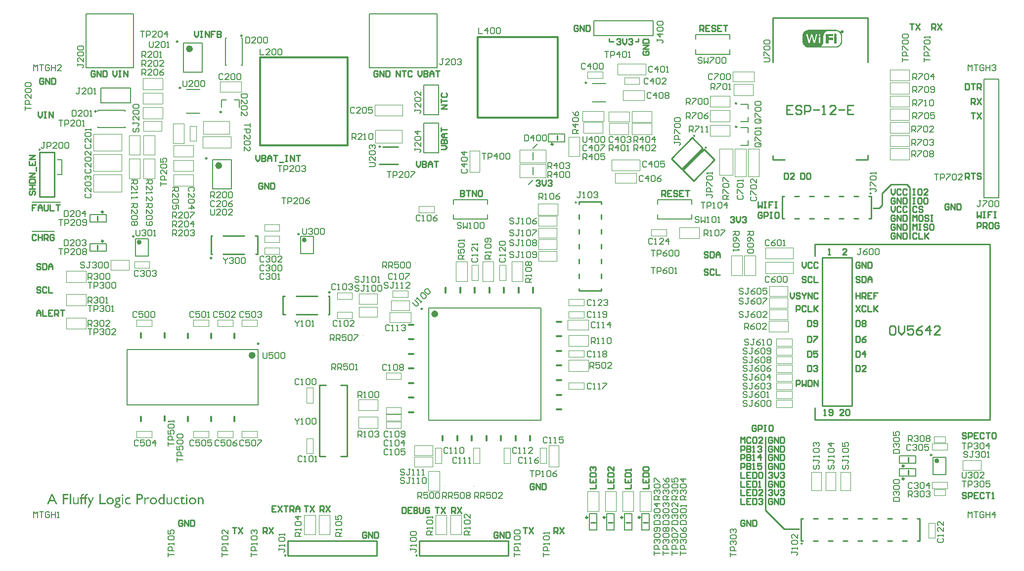
<source format=gto>
G04 Layer_Color=65535*
%FSLAX25Y25*%
%MOIN*%
G70*
G01*
G75*
%ADD10C,0.00800*%
%ADD60C,0.01200*%
%ADD62C,0.01000*%
%ADD64C,0.00787*%
%ADD87C,0.01181*%
%ADD88C,0.02362*%
%ADD89C,0.00984*%
%ADD90C,0.01575*%
%ADD91C,0.00394*%
%ADD92C,0.00500*%
%ADD93C,0.01214*%
%ADD94C,0.00050*%
G36*
X26584Y43307D02*
X25540D01*
X24607Y45396D01*
X21596D01*
X20718Y43307D01*
X19685D01*
X22707Y50406D01*
X23418D01*
X26584Y43307D01*
D02*
G37*
G36*
X104121D02*
X103199D01*
Y43896D01*
X103188Y43885D01*
X103143Y43840D01*
X103088Y43785D01*
X102999Y43718D01*
X102899Y43640D01*
X102788Y43563D01*
X102655Y43485D01*
X102521Y43407D01*
X102510Y43396D01*
X102454Y43385D01*
X102377Y43352D01*
X102288Y43318D01*
X102166Y43285D01*
X102043Y43263D01*
X101910Y43240D01*
X101766Y43229D01*
X101688D01*
X101610Y43240D01*
X101499Y43251D01*
X101377Y43285D01*
X101244Y43318D01*
X101099Y43374D01*
X100955Y43440D01*
X100944Y43451D01*
X100899Y43485D01*
X100832Y43529D01*
X100744Y43596D01*
X100655Y43685D01*
X100566Y43785D01*
X100477Y43907D01*
X100399Y44040D01*
X100388Y44063D01*
X100366Y44118D01*
X100344Y44207D01*
X100310Y44340D01*
X100266Y44507D01*
X100244Y44729D01*
X100233Y44851D01*
X100221Y44985D01*
X100210Y45129D01*
Y45285D01*
Y47951D01*
X101132D01*
Y45296D01*
Y45285D01*
Y45263D01*
Y45229D01*
Y45174D01*
X101144Y45051D01*
X101155Y44896D01*
X101177Y44729D01*
X101221Y44563D01*
X101266Y44407D01*
X101332Y44285D01*
X101344Y44274D01*
X101377Y44240D01*
X101432Y44196D01*
X101510Y44140D01*
X101610Y44085D01*
X101732Y44040D01*
X101888Y44007D01*
X102077Y43996D01*
X102144D01*
X102188Y44007D01*
X102310Y44029D01*
X102466Y44074D01*
X102643Y44151D01*
X102732Y44207D01*
X102832Y44262D01*
X102921Y44340D01*
X103021Y44418D01*
X103110Y44518D01*
X103199Y44629D01*
Y47951D01*
X104121D01*
Y43307D01*
D02*
G37*
G36*
X41127D02*
X40205D01*
Y43896D01*
X40194Y43885D01*
X40150Y43840D01*
X40094Y43785D01*
X40005Y43718D01*
X39905Y43640D01*
X39794Y43563D01*
X39661Y43485D01*
X39527Y43407D01*
X39516Y43396D01*
X39461Y43385D01*
X39383Y43352D01*
X39294Y43318D01*
X39172Y43285D01*
X39050Y43263D01*
X38916Y43240D01*
X38772Y43229D01*
X38694D01*
X38616Y43240D01*
X38505Y43251D01*
X38383Y43285D01*
X38250Y43318D01*
X38105Y43374D01*
X37961Y43440D01*
X37950Y43451D01*
X37905Y43485D01*
X37839Y43529D01*
X37750Y43596D01*
X37661Y43685D01*
X37572Y43785D01*
X37483Y43907D01*
X37405Y44040D01*
X37394Y44063D01*
X37372Y44118D01*
X37350Y44207D01*
X37317Y44340D01*
X37272Y44507D01*
X37250Y44729D01*
X37239Y44851D01*
X37228Y44985D01*
X37217Y45129D01*
Y45285D01*
Y47951D01*
X38139D01*
Y45296D01*
Y45285D01*
Y45263D01*
Y45229D01*
Y45174D01*
X38150Y45051D01*
X38161Y44896D01*
X38183Y44729D01*
X38228Y44563D01*
X38272Y44407D01*
X38339Y44285D01*
X38350Y44274D01*
X38383Y44240D01*
X38439Y44196D01*
X38517Y44140D01*
X38616Y44085D01*
X38739Y44040D01*
X38894Y44007D01*
X39083Y43996D01*
X39150D01*
X39194Y44007D01*
X39316Y44029D01*
X39472Y44074D01*
X39650Y44151D01*
X39739Y44207D01*
X39839Y44262D01*
X39928Y44340D01*
X40027Y44418D01*
X40116Y44518D01*
X40205Y44629D01*
Y47951D01*
X41127D01*
Y43307D01*
D02*
G37*
G36*
X91645Y47951D02*
X91733Y47940D01*
X91833Y47929D01*
X91956Y47907D01*
X92078Y47873D01*
X92356Y47796D01*
X92500Y47740D01*
X92655Y47673D01*
X92800Y47596D01*
X92944Y47496D01*
X93089Y47396D01*
X93222Y47273D01*
X93233Y47262D01*
X93256Y47240D01*
X93289Y47207D01*
X93333Y47151D01*
X93389Y47085D01*
X93444Y47007D01*
X93511Y46907D01*
X93578Y46796D01*
X93644Y46685D01*
X93711Y46551D01*
X93822Y46251D01*
X93866Y46096D01*
X93900Y45918D01*
X93922Y45740D01*
X93933Y45551D01*
Y45540D01*
Y45507D01*
Y45451D01*
X93922Y45385D01*
X93911Y45296D01*
X93900Y45196D01*
X93878Y45085D01*
X93844Y44974D01*
X93755Y44707D01*
X93700Y44563D01*
X93633Y44429D01*
X93544Y44285D01*
X93444Y44151D01*
X93333Y44018D01*
X93211Y43885D01*
X93200Y43874D01*
X93178Y43852D01*
X93133Y43829D01*
X93089Y43785D01*
X93011Y43729D01*
X92933Y43674D01*
X92833Y43618D01*
X92722Y43563D01*
X92600Y43496D01*
X92467Y43440D01*
X92311Y43385D01*
X92156Y43329D01*
X91989Y43285D01*
X91811Y43263D01*
X91622Y43240D01*
X91422Y43229D01*
X91322D01*
X91245Y43240D01*
X91156Y43251D01*
X91056Y43263D01*
X90945Y43285D01*
X90811Y43318D01*
X90534Y43396D01*
X90389Y43451D01*
X90245Y43507D01*
X90100Y43585D01*
X89956Y43674D01*
X89811Y43774D01*
X89678Y43896D01*
X89667Y43907D01*
X89645Y43929D01*
X89611Y43963D01*
X89567Y44018D01*
X89511Y44085D01*
X89456Y44163D01*
X89389Y44251D01*
X89334Y44363D01*
X89267Y44474D01*
X89200Y44607D01*
X89089Y44896D01*
X89045Y45051D01*
X89011Y45218D01*
X88989Y45396D01*
X88978Y45585D01*
Y45596D01*
Y45629D01*
Y45685D01*
X88989Y45751D01*
X89000Y45840D01*
X89011Y45940D01*
X89034Y46051D01*
X89067Y46174D01*
X89145Y46440D01*
X89211Y46584D01*
X89278Y46729D01*
X89356Y46862D01*
X89445Y47007D01*
X89556Y47140D01*
X89678Y47273D01*
X89689Y47284D01*
X89711Y47307D01*
X89756Y47340D01*
X89811Y47385D01*
X89878Y47429D01*
X89956Y47496D01*
X90056Y47551D01*
X90167Y47618D01*
X90289Y47684D01*
X90422Y47740D01*
X90578Y47807D01*
X90733Y47851D01*
X90900Y47896D01*
X91078Y47929D01*
X91267Y47951D01*
X91467Y47962D01*
X91567D01*
X91645Y47951D01*
D02*
G37*
G36*
X111020D02*
X112487D01*
Y47118D01*
X111020D01*
Y44851D01*
Y44840D01*
Y44818D01*
Y44774D01*
X111031Y44729D01*
X111054Y44607D01*
X111098Y44462D01*
X111176Y44307D01*
X111231Y44240D01*
X111298Y44185D01*
X111376Y44140D01*
X111465Y44096D01*
X111565Y44074D01*
X111676Y44063D01*
X111765D01*
X111865Y44085D01*
X111987Y44107D01*
X112143Y44140D01*
X112320Y44196D01*
X112520Y44274D01*
X112720Y44385D01*
Y43518D01*
X112709D01*
X112698Y43507D01*
X112665Y43496D01*
X112631Y43474D01*
X112520Y43429D01*
X112376Y43374D01*
X112209Y43318D01*
X112009Y43274D01*
X111798Y43240D01*
X111565Y43229D01*
X111509D01*
X111465Y43240D01*
X111343Y43251D01*
X111198Y43274D01*
X111031Y43318D01*
X110854Y43385D01*
X110676Y43474D01*
X110509Y43596D01*
X110487Y43618D01*
X110432Y43674D01*
X110365Y43751D01*
X110287Y43840D01*
Y43852D01*
X110276Y43863D01*
X110265Y43896D01*
X110243Y43940D01*
X110198Y44052D01*
X110154Y44207D01*
Y44218D01*
X110143Y44251D01*
X110132Y44307D01*
Y44396D01*
X110120Y44518D01*
X110109Y44662D01*
X110098Y44840D01*
Y45063D01*
Y47118D01*
X109287D01*
Y47207D01*
X111020Y48918D01*
Y47951D01*
D02*
G37*
G36*
X118053D02*
X118142Y47940D01*
X118242Y47929D01*
X118364Y47907D01*
X118486Y47873D01*
X118764Y47796D01*
X118908Y47740D01*
X119064Y47673D01*
X119208Y47596D01*
X119353Y47496D01*
X119497Y47396D01*
X119631Y47273D01*
X119642Y47262D01*
X119664Y47240D01*
X119697Y47207D01*
X119742Y47151D01*
X119797Y47085D01*
X119853Y47007D01*
X119920Y46907D01*
X119986Y46796D01*
X120053Y46685D01*
X120119Y46551D01*
X120230Y46251D01*
X120275Y46096D01*
X120308Y45918D01*
X120331Y45740D01*
X120342Y45551D01*
Y45540D01*
Y45507D01*
Y45451D01*
X120331Y45385D01*
X120319Y45296D01*
X120308Y45196D01*
X120286Y45085D01*
X120253Y44974D01*
X120164Y44707D01*
X120108Y44563D01*
X120042Y44429D01*
X119953Y44285D01*
X119853Y44151D01*
X119742Y44018D01*
X119620Y43885D01*
X119608Y43874D01*
X119586Y43852D01*
X119542Y43829D01*
X119497Y43785D01*
X119420Y43729D01*
X119342Y43674D01*
X119242Y43618D01*
X119131Y43563D01*
X119008Y43496D01*
X118875Y43440D01*
X118720Y43385D01*
X118564Y43329D01*
X118397Y43285D01*
X118220Y43263D01*
X118031Y43240D01*
X117831Y43229D01*
X117731D01*
X117653Y43240D01*
X117564Y43251D01*
X117464Y43263D01*
X117353Y43285D01*
X117220Y43318D01*
X116942Y43396D01*
X116798Y43451D01*
X116653Y43507D01*
X116509Y43585D01*
X116364Y43674D01*
X116220Y43774D01*
X116086Y43896D01*
X116075Y43907D01*
X116053Y43929D01*
X116020Y43963D01*
X115975Y44018D01*
X115920Y44085D01*
X115864Y44163D01*
X115798Y44251D01*
X115742Y44363D01*
X115675Y44474D01*
X115609Y44607D01*
X115498Y44896D01*
X115453Y45051D01*
X115420Y45218D01*
X115398Y45396D01*
X115387Y45585D01*
Y45596D01*
Y45629D01*
Y45685D01*
X115398Y45751D01*
X115409Y45840D01*
X115420Y45940D01*
X115442Y46051D01*
X115475Y46174D01*
X115553Y46440D01*
X115620Y46584D01*
X115687Y46729D01*
X115764Y46862D01*
X115853Y47007D01*
X115964Y47140D01*
X116086Y47273D01*
X116098Y47284D01*
X116120Y47307D01*
X116164Y47340D01*
X116220Y47385D01*
X116287Y47429D01*
X116364Y47496D01*
X116464Y47551D01*
X116575Y47618D01*
X116698Y47684D01*
X116831Y47740D01*
X116986Y47807D01*
X117142Y47851D01*
X117309Y47896D01*
X117486Y47929D01*
X117675Y47951D01*
X117875Y47962D01*
X117975D01*
X118053Y47951D01*
D02*
G37*
G36*
X56137Y44229D02*
X59314D01*
Y43307D01*
X55126D01*
Y50362D01*
X56137D01*
Y44229D01*
D02*
G37*
G36*
X35906Y43307D02*
X34984D01*
Y50362D01*
X35906D01*
Y43307D01*
D02*
G37*
G36*
X34006Y49462D02*
X31251D01*
Y47496D01*
X34006D01*
Y46596D01*
X31251D01*
Y43307D01*
X30239D01*
Y50362D01*
X34006D01*
Y49462D01*
D02*
G37*
G36*
X114320Y43307D02*
X113398D01*
Y47951D01*
X114320D01*
Y43307D01*
D02*
G37*
G36*
X82334Y50351D02*
X82423D01*
X82523Y50329D01*
X82634Y50318D01*
X82745Y50295D01*
X83001Y50229D01*
X83279Y50129D01*
X83412Y50062D01*
X83534Y49995D01*
X83667Y49906D01*
X83779Y49806D01*
X83790Y49795D01*
X83801Y49784D01*
X83834Y49751D01*
X83879Y49707D01*
X83923Y49651D01*
X83968Y49584D01*
X84023Y49507D01*
X84090Y49418D01*
X84201Y49218D01*
X84290Y48962D01*
X84368Y48673D01*
X84379Y48518D01*
X84390Y48351D01*
Y48340D01*
Y48329D01*
Y48296D01*
Y48251D01*
X84379Y48129D01*
X84356Y47984D01*
X84312Y47807D01*
X84256Y47629D01*
X84179Y47440D01*
X84079Y47251D01*
X84067Y47229D01*
X84023Y47173D01*
X83956Y47096D01*
X83856Y46996D01*
X83734Y46885D01*
X83590Y46773D01*
X83412Y46662D01*
X83223Y46573D01*
X83212D01*
X83201Y46562D01*
X83168Y46551D01*
X83123Y46540D01*
X83068Y46529D01*
X83001Y46507D01*
X82923Y46485D01*
X82834Y46473D01*
X82734Y46451D01*
X82612Y46429D01*
X82490Y46407D01*
X82357Y46396D01*
X82201Y46385D01*
X82046Y46374D01*
X81868Y46362D01*
X80946D01*
Y43307D01*
X79935D01*
Y50362D01*
X82268D01*
X82334Y50351D01*
D02*
G37*
G36*
X71124Y43307D02*
X70202D01*
Y47951D01*
X71124D01*
Y43307D01*
D02*
G37*
G36*
X48182Y40930D02*
X47160D01*
X48727Y44285D01*
X46938Y47951D01*
X47982D01*
X49226Y45318D01*
X50426Y47951D01*
X51460D01*
X48182Y40930D01*
D02*
G37*
G36*
X70736Y49895D02*
X70791Y49884D01*
X70847Y49862D01*
X70913Y49840D01*
X70980Y49795D01*
X71047Y49740D01*
X71058Y49729D01*
X71069Y49718D01*
X71102Y49684D01*
X71135Y49640D01*
X71191Y49518D01*
X71202Y49440D01*
X71213Y49362D01*
Y49351D01*
Y49329D01*
X71202Y49284D01*
X71191Y49229D01*
X71169Y49173D01*
X71147Y49106D01*
X71102Y49040D01*
X71047Y48973D01*
X71035Y48962D01*
X71013Y48951D01*
X70980Y48929D01*
X70935Y48895D01*
X70813Y48840D01*
X70736Y48829D01*
X70658Y48818D01*
X70624D01*
X70580Y48829D01*
X70535Y48840D01*
X70413Y48884D01*
X70347Y48918D01*
X70280Y48973D01*
X70269Y48984D01*
X70258Y49007D01*
X70236Y49040D01*
X70202Y49084D01*
X70147Y49207D01*
X70136Y49284D01*
X70124Y49362D01*
Y49373D01*
Y49395D01*
X70136Y49440D01*
X70147Y49484D01*
X70191Y49606D01*
X70224Y49673D01*
X70280Y49740D01*
X70291Y49751D01*
X70313Y49762D01*
X70347Y49795D01*
X70391Y49829D01*
X70513Y49884D01*
X70580Y49895D01*
X70658Y49906D01*
X70691D01*
X70736Y49895D01*
D02*
G37*
G36*
X98977Y43307D02*
X96911D01*
X96844Y43318D01*
X96755Y43329D01*
X96655Y43340D01*
X96544Y43363D01*
X96422Y43385D01*
X96155Y43463D01*
X96022Y43518D01*
X95877Y43585D01*
X95744Y43652D01*
X95611Y43740D01*
X95489Y43840D01*
X95366Y43951D01*
X95355Y43963D01*
X95344Y43985D01*
X95311Y44018D01*
X95266Y44074D01*
X95222Y44140D01*
X95178Y44218D01*
X95122Y44307D01*
X95066Y44418D01*
X95000Y44529D01*
X94944Y44662D01*
X94900Y44807D01*
X94855Y44962D01*
X94811Y45129D01*
X94778Y45307D01*
X94766Y45496D01*
X94755Y45696D01*
Y45707D01*
Y45740D01*
Y45796D01*
X94766Y45862D01*
X94778Y45951D01*
X94789Y46051D01*
X94811Y46162D01*
X94833Y46296D01*
X94911Y46562D01*
X94966Y46696D01*
X95022Y46840D01*
X95100Y46984D01*
X95178Y47118D01*
X95278Y47251D01*
X95389Y47385D01*
X95400Y47396D01*
X95422Y47418D01*
X95455Y47451D01*
X95511Y47484D01*
X95566Y47540D01*
X95644Y47596D01*
X95733Y47651D01*
X95833Y47718D01*
X95955Y47784D01*
X96077Y47840D01*
X96355Y47951D01*
X96511Y47984D01*
X96688Y48018D01*
X96855Y48040D01*
X97044Y48051D01*
X97122D01*
X97222Y48040D01*
X97344Y48029D01*
X97488Y48007D01*
X97666Y47962D01*
X97855Y47918D01*
X98055Y47851D01*
Y50362D01*
X98977D01*
Y43307D01*
D02*
G37*
G36*
X123830Y48040D02*
X123941Y48018D01*
X124064Y47995D01*
X124197Y47951D01*
X124341Y47896D01*
X124486Y47818D01*
X124508Y47807D01*
X124552Y47773D01*
X124619Y47729D01*
X124697Y47662D01*
X124786Y47573D01*
X124886Y47462D01*
X124975Y47340D01*
X125052Y47196D01*
X125063Y47173D01*
X125086Y47118D01*
X125119Y47029D01*
X125152Y46896D01*
X125186Y46729D01*
X125219Y46507D01*
X125241Y46262D01*
X125252Y45962D01*
Y43307D01*
X124330D01*
Y45951D01*
Y45962D01*
Y45985D01*
Y46018D01*
Y46062D01*
X124319Y46196D01*
X124308Y46351D01*
X124275Y46518D01*
X124241Y46685D01*
X124186Y46840D01*
X124108Y46973D01*
X124097Y46984D01*
X124064Y47018D01*
X124019Y47073D01*
X123941Y47129D01*
X123841Y47185D01*
X123719Y47240D01*
X123564Y47273D01*
X123386Y47284D01*
X123319D01*
X123275Y47273D01*
X123152Y47251D01*
X123008Y47207D01*
X122830Y47129D01*
X122741Y47073D01*
X122641Y47007D01*
X122553Y46929D01*
X122464Y46851D01*
X122375Y46740D01*
X122286Y46629D01*
Y43307D01*
X121342D01*
Y47951D01*
X122286D01*
Y47362D01*
X122297Y47373D01*
X122319Y47396D01*
X122353Y47429D01*
X122397Y47473D01*
X122452Y47518D01*
X122519Y47584D01*
X122686Y47707D01*
X122897Y47829D01*
X123130Y47940D01*
X123264Y47984D01*
X123397Y48018D01*
X123530Y48040D01*
X123675Y48051D01*
X123752D01*
X123830Y48040D01*
D02*
G37*
G36*
X46916Y50451D02*
X47016Y50440D01*
X47127Y50418D01*
X47260Y50395D01*
X47405Y50362D01*
Y49473D01*
X47393D01*
X47371Y49484D01*
X47327Y49495D01*
X47271Y49518D01*
X47127Y49540D01*
X46971Y49551D01*
X46882D01*
X46793Y49540D01*
X46682Y49518D01*
X46560Y49473D01*
X46438Y49429D01*
X46316Y49351D01*
X46227Y49251D01*
X46216Y49240D01*
X46194Y49195D01*
X46160Y49118D01*
X46127Y49018D01*
X46093Y48873D01*
X46060Y48695D01*
X46038Y48484D01*
X46027Y48229D01*
Y47951D01*
X46849D01*
Y47118D01*
X46027D01*
Y43307D01*
X45105D01*
Y47118D01*
X44438D01*
Y47951D01*
X45105D01*
Y48229D01*
Y48240D01*
Y48273D01*
Y48340D01*
X45116Y48418D01*
Y48507D01*
X45127Y48618D01*
X45149Y48729D01*
X45160Y48862D01*
X45216Y49129D01*
X45305Y49406D01*
X45416Y49673D01*
X45494Y49795D01*
X45571Y49906D01*
X45583Y49918D01*
X45594Y49929D01*
X45660Y49995D01*
X45760Y50084D01*
X45893Y50184D01*
X46060Y50284D01*
X46260Y50373D01*
X46471Y50440D01*
X46593Y50451D01*
X46716Y50462D01*
X46827D01*
X46916Y50451D01*
D02*
G37*
G36*
X44327D02*
X44427Y50440D01*
X44538Y50418D01*
X44671Y50395D01*
X44816Y50362D01*
Y49473D01*
X44805D01*
X44783Y49484D01*
X44738Y49495D01*
X44682Y49518D01*
X44538Y49540D01*
X44383Y49551D01*
X44294D01*
X44205Y49540D01*
X44094Y49518D01*
X43971Y49473D01*
X43849Y49429D01*
X43727Y49351D01*
X43638Y49251D01*
X43627Y49240D01*
X43605Y49195D01*
X43571Y49118D01*
X43538Y49018D01*
X43505Y48873D01*
X43472Y48695D01*
X43449Y48484D01*
X43438Y48229D01*
Y47951D01*
X44260D01*
Y47118D01*
X43438D01*
Y43307D01*
X42516D01*
Y47118D01*
X41849D01*
Y47951D01*
X42516D01*
Y48229D01*
Y48240D01*
Y48273D01*
Y48340D01*
X42527Y48418D01*
Y48507D01*
X42538Y48618D01*
X42560Y48729D01*
X42572Y48862D01*
X42627Y49129D01*
X42716Y49406D01*
X42827Y49673D01*
X42905Y49795D01*
X42983Y49906D01*
X42994Y49918D01*
X43005Y49929D01*
X43072Y49995D01*
X43172Y50084D01*
X43305Y50184D01*
X43472Y50284D01*
X43672Y50373D01*
X43883Y50440D01*
X44005Y50451D01*
X44127Y50462D01*
X44238D01*
X44327Y50451D01*
D02*
G37*
G36*
X113931Y49895D02*
X113987Y49884D01*
X114042Y49862D01*
X114109Y49840D01*
X114176Y49795D01*
X114242Y49740D01*
X114253Y49729D01*
X114265Y49718D01*
X114298Y49684D01*
X114331Y49640D01*
X114387Y49518D01*
X114398Y49440D01*
X114409Y49362D01*
Y49351D01*
Y49329D01*
X114398Y49284D01*
X114387Y49229D01*
X114365Y49173D01*
X114342Y49106D01*
X114298Y49040D01*
X114242Y48973D01*
X114231Y48962D01*
X114209Y48951D01*
X114176Y48929D01*
X114131Y48895D01*
X114009Y48840D01*
X113931Y48829D01*
X113853Y48818D01*
X113820D01*
X113776Y48829D01*
X113731Y48840D01*
X113609Y48884D01*
X113542Y48918D01*
X113476Y48973D01*
X113465Y48984D01*
X113453Y49007D01*
X113431Y49040D01*
X113398Y49084D01*
X113342Y49207D01*
X113331Y49284D01*
X113320Y49362D01*
Y49373D01*
Y49395D01*
X113331Y49440D01*
X113342Y49484D01*
X113387Y49606D01*
X113420Y49673D01*
X113476Y49740D01*
X113487Y49751D01*
X113509Y49762D01*
X113542Y49795D01*
X113587Y49829D01*
X113709Y49884D01*
X113776Y49895D01*
X113853Y49906D01*
X113887D01*
X113931Y49895D01*
D02*
G37*
G36*
X74702Y48040D02*
X74802Y48029D01*
X74913Y48018D01*
X75135Y47973D01*
X75146D01*
X75191Y47962D01*
X75246Y47940D01*
X75335Y47918D01*
X75435Y47884D01*
X75557Y47840D01*
X75691Y47784D01*
X75846Y47718D01*
Y46751D01*
X75835D01*
X75813Y46773D01*
X75779Y46796D01*
X75724Y46818D01*
X75668Y46851D01*
X75591Y46896D01*
X75424Y46973D01*
X75224Y47051D01*
X75002Y47129D01*
X74779Y47173D01*
X74546Y47196D01*
X74491D01*
X74446Y47185D01*
X74324Y47173D01*
X74191Y47140D01*
X74024Y47085D01*
X73857Y47007D01*
X73680Y46896D01*
X73524Y46751D01*
X73502Y46729D01*
X73457Y46673D01*
X73402Y46573D01*
X73324Y46451D01*
X73246Y46285D01*
X73191Y46096D01*
X73146Y45885D01*
X73124Y45640D01*
Y45629D01*
Y45607D01*
Y45573D01*
X73135Y45518D01*
X73146Y45385D01*
X73180Y45229D01*
X73224Y45040D01*
X73302Y44851D01*
X73402Y44662D01*
X73546Y44496D01*
X73568Y44474D01*
X73624Y44429D01*
X73724Y44363D01*
X73857Y44296D01*
X74024Y44218D01*
X74224Y44151D01*
X74457Y44107D01*
X74724Y44085D01*
X74813D01*
X74924Y44107D01*
X75068Y44129D01*
X75257Y44163D01*
X75457Y44218D01*
X75691Y44296D01*
X75946Y44396D01*
Y43485D01*
X75935D01*
X75913Y43474D01*
X75879Y43463D01*
X75824Y43440D01*
X75768Y43429D01*
X75691Y43407D01*
X75513Y43363D01*
X75302Y43307D01*
X75080Y43274D01*
X74835Y43240D01*
X74580Y43229D01*
X74480D01*
X74402Y43240D01*
X74313Y43251D01*
X74202Y43263D01*
X74080Y43285D01*
X73957Y43307D01*
X73680Y43385D01*
X73535Y43440D01*
X73380Y43507D01*
X73235Y43574D01*
X73102Y43663D01*
X72969Y43763D01*
X72835Y43874D01*
X72824Y43885D01*
X72813Y43907D01*
X72780Y43940D01*
X72735Y43996D01*
X72691Y44052D01*
X72635Y44140D01*
X72569Y44229D01*
X72513Y44329D01*
X72457Y44451D01*
X72391Y44585D01*
X72335Y44718D01*
X72291Y44874D01*
X72246Y45040D01*
X72224Y45218D01*
X72202Y45407D01*
X72191Y45607D01*
Y45618D01*
Y45651D01*
Y45707D01*
X72202Y45785D01*
X72213Y45885D01*
X72224Y45985D01*
X72246Y46107D01*
X72269Y46240D01*
X72346Y46518D01*
X72402Y46662D01*
X72457Y46807D01*
X72535Y46962D01*
X72613Y47107D01*
X72713Y47240D01*
X72824Y47373D01*
X72835Y47385D01*
X72857Y47407D01*
X72891Y47440D01*
X72935Y47484D01*
X73002Y47529D01*
X73080Y47584D01*
X73169Y47651D01*
X73269Y47718D01*
X73380Y47773D01*
X73513Y47840D01*
X73646Y47896D01*
X73791Y47951D01*
X73957Y47984D01*
X74124Y48018D01*
X74302Y48040D01*
X74491Y48051D01*
X74624D01*
X74702Y48040D01*
D02*
G37*
G36*
X62470Y47951D02*
X62559Y47940D01*
X62659Y47929D01*
X62781Y47907D01*
X62903Y47873D01*
X63181Y47796D01*
X63325Y47740D01*
X63481Y47673D01*
X63625Y47596D01*
X63770Y47496D01*
X63914Y47396D01*
X64047Y47273D01*
X64058Y47262D01*
X64081Y47240D01*
X64114Y47207D01*
X64158Y47151D01*
X64214Y47085D01*
X64270Y47007D01*
X64336Y46907D01*
X64403Y46796D01*
X64469Y46685D01*
X64536Y46551D01*
X64647Y46251D01*
X64692Y46096D01*
X64725Y45918D01*
X64747Y45740D01*
X64758Y45551D01*
Y45540D01*
Y45507D01*
Y45451D01*
X64747Y45385D01*
X64736Y45296D01*
X64725Y45196D01*
X64703Y45085D01*
X64669Y44974D01*
X64581Y44707D01*
X64525Y44563D01*
X64458Y44429D01*
X64369Y44285D01*
X64270Y44151D01*
X64158Y44018D01*
X64036Y43885D01*
X64025Y43874D01*
X64003Y43852D01*
X63958Y43829D01*
X63914Y43785D01*
X63836Y43729D01*
X63758Y43674D01*
X63658Y43618D01*
X63547Y43563D01*
X63425Y43496D01*
X63292Y43440D01*
X63136Y43385D01*
X62981Y43329D01*
X62814Y43285D01*
X62636Y43263D01*
X62447Y43240D01*
X62248Y43229D01*
X62147D01*
X62070Y43240D01*
X61981Y43251D01*
X61881Y43263D01*
X61770Y43285D01*
X61636Y43318D01*
X61359Y43396D01*
X61214Y43451D01*
X61070Y43507D01*
X60925Y43585D01*
X60781Y43674D01*
X60637Y43774D01*
X60503Y43896D01*
X60492Y43907D01*
X60470Y43929D01*
X60436Y43963D01*
X60392Y44018D01*
X60337Y44085D01*
X60281Y44163D01*
X60214Y44251D01*
X60159Y44363D01*
X60092Y44474D01*
X60026Y44607D01*
X59914Y44896D01*
X59870Y45051D01*
X59837Y45218D01*
X59814Y45396D01*
X59803Y45585D01*
Y45596D01*
Y45629D01*
Y45685D01*
X59814Y45751D01*
X59825Y45840D01*
X59837Y45940D01*
X59859Y46051D01*
X59892Y46174D01*
X59970Y46440D01*
X60037Y46584D01*
X60103Y46729D01*
X60181Y46862D01*
X60270Y47007D01*
X60381Y47140D01*
X60503Y47273D01*
X60514Y47284D01*
X60536Y47307D01*
X60581Y47340D01*
X60637Y47385D01*
X60703Y47429D01*
X60781Y47496D01*
X60881Y47551D01*
X60992Y47618D01*
X61114Y47684D01*
X61248Y47740D01*
X61403Y47807D01*
X61559Y47851D01*
X61725Y47896D01*
X61903Y47929D01*
X62092Y47951D01*
X62292Y47962D01*
X62392D01*
X62470Y47951D01*
D02*
G37*
G36*
X107654Y48040D02*
X107754Y48029D01*
X107865Y48018D01*
X108087Y47973D01*
X108098D01*
X108143Y47962D01*
X108198Y47940D01*
X108287Y47918D01*
X108387Y47884D01*
X108510Y47840D01*
X108643Y47784D01*
X108798Y47718D01*
Y46751D01*
X108787D01*
X108765Y46773D01*
X108732Y46796D01*
X108676Y46818D01*
X108621Y46851D01*
X108543Y46896D01*
X108376Y46973D01*
X108176Y47051D01*
X107954Y47129D01*
X107732Y47173D01*
X107499Y47196D01*
X107443D01*
X107398Y47185D01*
X107276Y47173D01*
X107143Y47140D01*
X106976Y47085D01*
X106810Y47007D01*
X106632Y46896D01*
X106476Y46751D01*
X106454Y46729D01*
X106410Y46673D01*
X106354Y46573D01*
X106276Y46451D01*
X106199Y46285D01*
X106143Y46096D01*
X106099Y45885D01*
X106076Y45640D01*
Y45629D01*
Y45607D01*
Y45573D01*
X106088Y45518D01*
X106099Y45385D01*
X106132Y45229D01*
X106176Y45040D01*
X106254Y44851D01*
X106354Y44662D01*
X106499Y44496D01*
X106521Y44474D01*
X106576Y44429D01*
X106676Y44363D01*
X106810Y44296D01*
X106976Y44218D01*
X107176Y44151D01*
X107410Y44107D01*
X107676Y44085D01*
X107765D01*
X107876Y44107D01*
X108021Y44129D01*
X108210Y44163D01*
X108410Y44218D01*
X108643Y44296D01*
X108898Y44396D01*
Y43485D01*
X108887D01*
X108865Y43474D01*
X108832Y43463D01*
X108776Y43440D01*
X108721Y43429D01*
X108643Y43407D01*
X108465Y43363D01*
X108254Y43307D01*
X108032Y43274D01*
X107787Y43240D01*
X107532Y43229D01*
X107432D01*
X107354Y43240D01*
X107265Y43251D01*
X107154Y43263D01*
X107032Y43285D01*
X106910Y43307D01*
X106632Y43385D01*
X106488Y43440D01*
X106332Y43507D01*
X106187Y43574D01*
X106054Y43663D01*
X105921Y43763D01*
X105788Y43874D01*
X105776Y43885D01*
X105765Y43907D01*
X105732Y43940D01*
X105688Y43996D01*
X105643Y44052D01*
X105588Y44140D01*
X105521Y44229D01*
X105465Y44329D01*
X105410Y44451D01*
X105343Y44585D01*
X105288Y44718D01*
X105243Y44874D01*
X105199Y45040D01*
X105176Y45218D01*
X105154Y45407D01*
X105143Y45607D01*
Y45618D01*
Y45651D01*
Y45707D01*
X105154Y45785D01*
X105165Y45885D01*
X105176Y45985D01*
X105199Y46107D01*
X105221Y46240D01*
X105299Y46518D01*
X105354Y46662D01*
X105410Y46807D01*
X105488Y46962D01*
X105565Y47107D01*
X105665Y47240D01*
X105776Y47373D01*
X105788Y47385D01*
X105810Y47407D01*
X105843Y47440D01*
X105887Y47484D01*
X105954Y47529D01*
X106032Y47584D01*
X106121Y47651D01*
X106221Y47718D01*
X106332Y47773D01*
X106465Y47840D01*
X106599Y47896D01*
X106743Y47951D01*
X106910Y47984D01*
X107076Y48018D01*
X107254Y48040D01*
X107443Y48051D01*
X107576D01*
X107654Y48040D01*
D02*
G37*
G36*
X69480Y47229D02*
X68536D01*
X68547Y47218D01*
X68580Y47185D01*
X68625Y47129D01*
X68680Y47062D01*
X68814Y46896D01*
X68869Y46807D01*
X68914Y46718D01*
Y46707D01*
X68936Y46673D01*
X68947Y46629D01*
X68969Y46573D01*
X68991Y46496D01*
X69002Y46407D01*
X69024Y46196D01*
Y46185D01*
Y46129D01*
X69013Y46062D01*
X69002Y45974D01*
X68969Y45862D01*
X68936Y45740D01*
X68880Y45607D01*
X68814Y45474D01*
X68802Y45462D01*
X68780Y45418D01*
X68725Y45351D01*
X68669Y45274D01*
X68591Y45196D01*
X68502Y45107D01*
X68391Y45018D01*
X68280Y44940D01*
X68269Y44929D01*
X68213Y44907D01*
X68136Y44874D01*
X68025Y44840D01*
X67880Y44796D01*
X67691Y44740D01*
X67469Y44696D01*
X67214Y44651D01*
X67191D01*
X67136Y44640D01*
X67047Y44607D01*
X66958Y44574D01*
X66858Y44529D01*
X66769Y44462D01*
X66714Y44385D01*
X66703Y44340D01*
X66691Y44285D01*
Y44274D01*
Y44262D01*
X66714Y44196D01*
X66736Y44151D01*
X66769Y44107D01*
X66814Y44063D01*
X66880Y44018D01*
X66891D01*
X66925Y43996D01*
X66969Y43985D01*
X67047Y43951D01*
X67147Y43918D01*
X67269Y43885D01*
X67414Y43852D01*
X67591Y43807D01*
X67602D01*
X67625Y43796D01*
X67669Y43785D01*
X67725Y43774D01*
X67802Y43763D01*
X67880Y43740D01*
X68047Y43696D01*
X68236Y43652D01*
X68414Y43596D01*
X68569Y43551D01*
X68636Y43529D01*
X68691Y43507D01*
X68702D01*
X68736Y43485D01*
X68780Y43463D01*
X68836Y43429D01*
X68980Y43340D01*
X69125Y43218D01*
X69136Y43207D01*
X69180Y43163D01*
X69236Y43085D01*
X69302Y42985D01*
X69358Y42874D01*
X69413Y42729D01*
X69458Y42563D01*
X69469Y42385D01*
Y42374D01*
Y42352D01*
Y42318D01*
X69458Y42274D01*
X69436Y42152D01*
X69391Y42007D01*
X69324Y41829D01*
X69225Y41663D01*
X69158Y41574D01*
X69080Y41485D01*
X68980Y41407D01*
X68880Y41330D01*
X68869D01*
X68858Y41307D01*
X68825Y41296D01*
X68769Y41263D01*
X68713Y41241D01*
X68647Y41207D01*
X68558Y41163D01*
X68458Y41129D01*
X68358Y41096D01*
X68236Y41052D01*
X67969Y40996D01*
X67658Y40952D01*
X67303Y40930D01*
X67203D01*
X67136Y40941D01*
X67058D01*
X66958Y40952D01*
X66725Y40985D01*
X66480Y41030D01*
X66214Y41096D01*
X65947Y41196D01*
X65714Y41330D01*
X65703D01*
X65692Y41352D01*
X65625Y41407D01*
X65525Y41496D01*
X65425Y41618D01*
X65314Y41763D01*
X65214Y41952D01*
X65147Y42163D01*
X65136Y42274D01*
X65125Y42396D01*
Y42407D01*
Y42441D01*
X65136Y42485D01*
X65147Y42552D01*
X65158Y42618D01*
X65192Y42707D01*
X65225Y42796D01*
X65269Y42896D01*
X65336Y42996D01*
X65403Y43096D01*
X65503Y43196D01*
X65614Y43296D01*
X65747Y43385D01*
X65903Y43474D01*
X66080Y43540D01*
X66280Y43596D01*
X66258Y43607D01*
X66214Y43652D01*
X66136Y43707D01*
X66058Y43785D01*
X65969Y43874D01*
X65891Y43974D01*
X65847Y44085D01*
X65825Y44196D01*
Y44207D01*
Y44229D01*
X65836Y44274D01*
X65847Y44329D01*
X65869Y44396D01*
X65914Y44462D01*
X65958Y44529D01*
X66025Y44596D01*
X66036Y44607D01*
X66058Y44629D01*
X66103Y44662D01*
X66169Y44696D01*
X66247Y44740D01*
X66336Y44785D01*
X66436Y44829D01*
X66558Y44862D01*
X66547Y44874D01*
X66514Y44885D01*
X66469Y44907D01*
X66403Y44951D01*
X66325Y44996D01*
X66236Y45063D01*
X66147Y45129D01*
X66047Y45218D01*
X65947Y45318D01*
X65858Y45429D01*
X65769Y45540D01*
X65692Y45673D01*
X65636Y45829D01*
X65580Y45985D01*
X65547Y46151D01*
X65536Y46340D01*
Y46351D01*
Y46374D01*
Y46407D01*
X65547Y46462D01*
Y46529D01*
X65569Y46596D01*
X65603Y46762D01*
X65669Y46951D01*
X65758Y47151D01*
X65891Y47340D01*
X65980Y47429D01*
X66069Y47518D01*
X66080D01*
X66092Y47540D01*
X66125Y47562D01*
X66169Y47584D01*
X66225Y47618D01*
X66291Y47651D01*
X66369Y47695D01*
X66458Y47740D01*
X66669Y47818D01*
X66925Y47884D01*
X67225Y47929D01*
X67558Y47951D01*
X69480D01*
Y47229D01*
D02*
G37*
G36*
X87589Y48040D02*
X87700Y48029D01*
X87834Y47984D01*
X88000Y47918D01*
X88189Y47829D01*
X88389Y47695D01*
X88489Y47607D01*
X88600Y47518D01*
X88112Y46718D01*
X88089Y46740D01*
X88034Y46784D01*
X87934Y46862D01*
X87812Y46951D01*
X87678Y47029D01*
X87523Y47107D01*
X87367Y47151D01*
X87212Y47173D01*
X87189D01*
X87134Y47162D01*
X87056Y47151D01*
X86945Y47118D01*
X86834Y47073D01*
X86701Y46996D01*
X86567Y46885D01*
X86445Y46740D01*
X86434Y46718D01*
X86401Y46662D01*
X86345Y46573D01*
X86290Y46462D01*
X86223Y46307D01*
X86178Y46140D01*
X86134Y45951D01*
X86123Y45740D01*
Y43307D01*
X85201D01*
Y47951D01*
X86123D01*
Y46885D01*
X86167Y46973D01*
X86178Y46984D01*
X86201Y47018D01*
X86234Y47073D01*
X86278Y47140D01*
X86345Y47229D01*
X86412Y47318D01*
X86589Y47518D01*
X86789Y47707D01*
X86901Y47807D01*
X87012Y47884D01*
X87134Y47951D01*
X87256Y48007D01*
X87378Y48040D01*
X87501Y48051D01*
X87523D01*
X87589Y48040D01*
D02*
G37*
%LPC*%
G36*
X23051Y48851D02*
X21985Y46296D01*
X24207D01*
X23051Y48851D01*
D02*
G37*
G36*
X91411Y47129D02*
X91344D01*
X91300Y47118D01*
X91178Y47107D01*
X91034Y47073D01*
X90856Y47018D01*
X90678Y46940D01*
X90500Y46829D01*
X90333Y46685D01*
X90311Y46662D01*
X90267Y46607D01*
X90200Y46518D01*
X90122Y46385D01*
X90045Y46229D01*
X89978Y46040D01*
X89934Y45829D01*
X89911Y45585D01*
Y45573D01*
Y45551D01*
Y45518D01*
X89922Y45474D01*
X89934Y45351D01*
X89967Y45196D01*
X90022Y45029D01*
X90089Y44840D01*
X90200Y44662D01*
X90345Y44496D01*
X90367Y44474D01*
X90422Y44429D01*
X90522Y44363D01*
X90645Y44296D01*
X90811Y44218D01*
X91000Y44151D01*
X91211Y44107D01*
X91456Y44085D01*
X91522D01*
X91567Y44096D01*
X91689Y44107D01*
X91844Y44140D01*
X92022Y44185D01*
X92211Y44262D01*
X92400Y44363D01*
X92567Y44507D01*
X92589Y44529D01*
X92633Y44585D01*
X92700Y44674D01*
X92789Y44807D01*
X92867Y44962D01*
X92933Y45140D01*
X92978Y45362D01*
X93000Y45596D01*
Y45607D01*
Y45629D01*
Y45662D01*
X92989Y45707D01*
X92978Y45829D01*
X92944Y45974D01*
X92889Y46151D01*
X92811Y46329D01*
X92700Y46518D01*
X92544Y46685D01*
X92522Y46707D01*
X92467Y46751D01*
X92367Y46829D01*
X92233Y46907D01*
X92078Y46984D01*
X91878Y47062D01*
X91656Y47107D01*
X91411Y47129D01*
D02*
G37*
G36*
X117820D02*
X117753D01*
X117709Y47118D01*
X117586Y47107D01*
X117442Y47073D01*
X117264Y47018D01*
X117086Y46940D01*
X116909Y46829D01*
X116742Y46685D01*
X116720Y46662D01*
X116675Y46607D01*
X116609Y46518D01*
X116531Y46385D01*
X116453Y46229D01*
X116386Y46040D01*
X116342Y45829D01*
X116320Y45585D01*
Y45573D01*
Y45551D01*
Y45518D01*
X116331Y45474D01*
X116342Y45351D01*
X116375Y45196D01*
X116431Y45029D01*
X116498Y44840D01*
X116609Y44662D01*
X116753Y44496D01*
X116775Y44474D01*
X116831Y44429D01*
X116931Y44363D01*
X117053Y44296D01*
X117220Y44218D01*
X117409Y44151D01*
X117620Y44107D01*
X117864Y44085D01*
X117931D01*
X117975Y44096D01*
X118097Y44107D01*
X118253Y44140D01*
X118431Y44185D01*
X118620Y44262D01*
X118808Y44363D01*
X118975Y44507D01*
X118997Y44529D01*
X119042Y44585D01*
X119108Y44674D01*
X119197Y44807D01*
X119275Y44962D01*
X119342Y45140D01*
X119386Y45362D01*
X119408Y45596D01*
Y45607D01*
Y45629D01*
Y45662D01*
X119397Y45707D01*
X119386Y45829D01*
X119353Y45974D01*
X119297Y46151D01*
X119220Y46329D01*
X119108Y46518D01*
X118953Y46685D01*
X118931Y46707D01*
X118875Y46751D01*
X118775Y46829D01*
X118642Y46907D01*
X118486Y46984D01*
X118286Y47062D01*
X118064Y47107D01*
X117820Y47129D01*
D02*
G37*
G36*
X81990Y49462D02*
X80946D01*
Y47262D01*
X82157D01*
X82268Y47273D01*
X82401Y47296D01*
X82556Y47329D01*
X82712Y47385D01*
X82868Y47451D01*
X83001Y47551D01*
X83012Y47562D01*
X83056Y47607D01*
X83112Y47673D01*
X83179Y47762D01*
X83234Y47884D01*
X83290Y48018D01*
X83334Y48184D01*
X83345Y48373D01*
Y48384D01*
Y48418D01*
X83334Y48473D01*
X83323Y48540D01*
X83301Y48629D01*
X83279Y48718D01*
X83234Y48818D01*
X83179Y48918D01*
X83101Y49018D01*
X83012Y49118D01*
X82901Y49207D01*
X82779Y49295D01*
X82623Y49362D01*
X82434Y49418D01*
X82234Y49451D01*
X81990Y49462D01*
D02*
G37*
G36*
X97177Y47251D02*
X97111D01*
X97066Y47240D01*
X96944Y47229D01*
X96788Y47196D01*
X96611Y47140D01*
X96433Y47062D01*
X96255Y46951D01*
X96088Y46796D01*
X96066Y46773D01*
X96022Y46718D01*
X95966Y46618D01*
X95889Y46473D01*
X95811Y46307D01*
X95755Y46096D01*
X95711Y45862D01*
X95688Y45585D01*
Y45573D01*
Y45551D01*
Y45518D01*
X95700Y45462D01*
X95711Y45340D01*
X95733Y45185D01*
X95777Y45007D01*
X95833Y44818D01*
X95922Y44640D01*
X96033Y44485D01*
X96044Y44474D01*
X96066Y44451D01*
X96111Y44407D01*
X96166Y44363D01*
X96311Y44251D01*
X96389Y44207D01*
X96477Y44174D01*
X96488D01*
X96522Y44163D01*
X96588Y44151D01*
X96677Y44140D01*
X96788Y44118D01*
X96944Y44107D01*
X97122Y44096D01*
X98055D01*
Y47029D01*
X98033Y47040D01*
X97977Y47062D01*
X97899Y47096D01*
X97788Y47140D01*
X97655Y47185D01*
X97500Y47218D01*
X97344Y47240D01*
X97177Y47251D01*
D02*
G37*
G36*
X62236Y47129D02*
X62170D01*
X62125Y47118D01*
X62003Y47107D01*
X61859Y47073D01*
X61681Y47018D01*
X61503Y46940D01*
X61325Y46829D01*
X61159Y46685D01*
X61137Y46662D01*
X61092Y46607D01*
X61025Y46518D01*
X60948Y46385D01*
X60870Y46229D01*
X60803Y46040D01*
X60759Y45829D01*
X60737Y45585D01*
Y45573D01*
Y45551D01*
Y45518D01*
X60748Y45474D01*
X60759Y45351D01*
X60792Y45196D01*
X60848Y45029D01*
X60914Y44840D01*
X61025Y44662D01*
X61170Y44496D01*
X61192Y44474D01*
X61248Y44429D01*
X61348Y44363D01*
X61470Y44296D01*
X61636Y44218D01*
X61825Y44151D01*
X62036Y44107D01*
X62281Y44085D01*
X62347D01*
X62392Y44096D01*
X62514Y44107D01*
X62670Y44140D01*
X62847Y44185D01*
X63036Y44262D01*
X63225Y44363D01*
X63392Y44507D01*
X63414Y44529D01*
X63458Y44585D01*
X63525Y44674D01*
X63614Y44807D01*
X63692Y44962D01*
X63758Y45140D01*
X63803Y45362D01*
X63825Y45596D01*
Y45607D01*
Y45629D01*
Y45662D01*
X63814Y45707D01*
X63803Y45829D01*
X63770Y45974D01*
X63714Y46151D01*
X63636Y46329D01*
X63525Y46518D01*
X63370Y46685D01*
X63347Y46707D01*
X63292Y46751D01*
X63192Y46829D01*
X63059Y46907D01*
X62903Y46984D01*
X62703Y47062D01*
X62481Y47107D01*
X62236Y47129D01*
D02*
G37*
G36*
X67047Y43085D02*
X66969D01*
X66880Y43074D01*
X66780Y43063D01*
X66658Y43040D01*
X66525Y43007D01*
X66403Y42963D01*
X66280Y42896D01*
X66269Y42885D01*
X66236Y42863D01*
X66192Y42818D01*
X66136Y42763D01*
X66080Y42685D01*
X66036Y42596D01*
X66003Y42496D01*
X65991Y42385D01*
Y42374D01*
Y42352D01*
X66003Y42318D01*
X66014Y42274D01*
X66036Y42218D01*
X66058Y42152D01*
X66103Y42096D01*
X66158Y42029D01*
X66225Y41952D01*
X66303Y41896D01*
X66414Y41829D01*
X66536Y41774D01*
X66680Y41730D01*
X66858Y41696D01*
X67058Y41674D01*
X67280Y41663D01*
X67380D01*
X67491Y41674D01*
X67625Y41685D01*
X67780Y41707D01*
X67936Y41741D01*
X68091Y41785D01*
X68225Y41852D01*
X68236Y41863D01*
X68280Y41885D01*
X68336Y41930D01*
X68402Y41985D01*
X68458Y42052D01*
X68514Y42140D01*
X68558Y42241D01*
X68569Y42352D01*
Y42363D01*
X68558Y42407D01*
X68547Y42463D01*
X68514Y42540D01*
X68469Y42618D01*
X68391Y42718D01*
X68280Y42807D01*
X68136Y42885D01*
X68113Y42896D01*
X68058Y42918D01*
X67969Y42952D01*
X67847Y42985D01*
X67680Y43018D01*
X67502Y43052D01*
X67280Y43074D01*
X67047Y43085D01*
D02*
G37*
G36*
X67269Y47151D02*
X67203D01*
X67136Y47140D01*
X67047Y47118D01*
X66947Y47085D01*
X66836Y47040D01*
X66725Y46984D01*
X66625Y46896D01*
X66614Y46885D01*
X66580Y46851D01*
X66547Y46796D01*
X66503Y46729D01*
X66447Y46629D01*
X66414Y46529D01*
X66380Y46418D01*
X66369Y46285D01*
Y46273D01*
Y46229D01*
X66380Y46162D01*
X66403Y46073D01*
X66436Y45985D01*
X66480Y45885D01*
X66536Y45785D01*
X66625Y45696D01*
X66636Y45685D01*
X66669Y45662D01*
X66725Y45618D01*
X66803Y45585D01*
X66903Y45540D01*
X67014Y45496D01*
X67136Y45474D01*
X67280Y45462D01*
X67347D01*
X67414Y45474D01*
X67502Y45496D01*
X67614Y45518D01*
X67714Y45562D01*
X67825Y45618D01*
X67925Y45696D01*
X67936Y45707D01*
X67969Y45740D01*
X68014Y45796D01*
X68058Y45862D01*
X68102Y45951D01*
X68147Y46051D01*
X68180Y46174D01*
X68191Y46296D01*
Y46307D01*
Y46362D01*
X68180Y46429D01*
X68158Y46507D01*
X68125Y46607D01*
X68080Y46707D01*
X68014Y46807D01*
X67925Y46907D01*
X67914Y46918D01*
X67880Y46940D01*
X67825Y46984D01*
X67747Y47029D01*
X67647Y47073D01*
X67536Y47118D01*
X67414Y47140D01*
X67269Y47151D01*
D02*
G37*
%LPD*%
D10*
X344488Y258858D02*
X347441Y261811D01*
X347441Y283465D02*
X350394Y286417D01*
X347441Y275590D02*
Y280512D01*
Y265748D02*
Y270669D01*
X277165Y100000D02*
X352756D01*
X277165Y175591D02*
X352756D01*
Y100000D02*
Y175591D01*
X277165Y100000D02*
Y175591D01*
X9843Y227362D02*
X24606D01*
X9843Y247047D02*
X28543D01*
X26575Y275590D02*
X29528D01*
X26575Y265748D02*
X29528D01*
Y275590D01*
X377953Y293307D02*
X373954D01*
Y295306D01*
X374621Y295973D01*
X375953D01*
X376620Y295306D01*
Y293307D01*
Y294640D02*
X377953Y295973D01*
Y299305D02*
X373954D01*
X375953Y297306D01*
Y299972D01*
X374621Y301305D02*
X373954Y301971D01*
Y303304D01*
X374621Y303970D01*
X377286D01*
X377953Y303304D01*
Y301971D01*
X377286Y301305D01*
X374621D01*
X373954Y307969D02*
X374621Y306636D01*
X375953Y305303D01*
X377286D01*
X377953Y305970D01*
Y307303D01*
X377286Y307969D01*
X376620D01*
X375953Y307303D01*
Y305303D01*
X86614Y261811D02*
X90613D01*
Y259812D01*
X89946Y259145D01*
X88613D01*
X87947Y259812D01*
Y261811D01*
Y260478D02*
X86614Y259145D01*
Y255147D02*
Y257812D01*
X89280Y255147D01*
X89946D01*
X90613Y255813D01*
Y257146D01*
X89946Y257812D01*
X86614Y253814D02*
Y252481D01*
Y253147D01*
X90613D01*
X89946Y253814D01*
X86614Y247815D02*
Y250481D01*
X89280Y247815D01*
X89946D01*
X90613Y248482D01*
Y249815D01*
X89946Y250481D01*
X76772Y261811D02*
X80770D01*
Y259812D01*
X80104Y259145D01*
X78771D01*
X78105Y259812D01*
Y261811D01*
Y260478D02*
X76772Y259145D01*
Y255147D02*
Y257812D01*
X79438Y255147D01*
X80104D01*
X80770Y255813D01*
Y257146D01*
X80104Y257812D01*
X76772Y253814D02*
Y252481D01*
Y253147D01*
X80770D01*
X80104Y253814D01*
X76772Y250481D02*
Y249148D01*
Y249815D01*
X80770D01*
X80104Y250481D01*
X386811Y151575D02*
Y155573D01*
X388810D01*
X389477Y154907D01*
Y153574D01*
X388810Y152908D01*
X386811D01*
X388144D02*
X389477Y151575D01*
X390810D02*
X392143D01*
X391476D01*
Y155573D01*
X390810Y154907D01*
X394142Y151575D02*
X395475D01*
X394808D01*
Y155573D01*
X394142Y154907D01*
X397474D02*
X398141Y155573D01*
X399474D01*
X400140Y154907D01*
Y152241D01*
X399474Y151575D01*
X398141D01*
X397474Y152241D01*
Y154907D01*
X464505Y252666D02*
Y251333D01*
Y251999D01*
X467837D01*
X468504Y251333D01*
Y250666D01*
X467837Y250000D01*
X468504Y253999D02*
X464505D01*
Y255998D01*
X465172Y256664D01*
X466505D01*
X467171Y255998D01*
Y253999D01*
X464505Y257997D02*
Y260663D01*
X465172D01*
X467837Y257997D01*
X468504D01*
X465172Y261996D02*
X464505Y262663D01*
Y263996D01*
X465172Y264662D01*
X467837D01*
X468504Y263996D01*
Y262663D01*
X467837Y261996D01*
X465172D01*
X468504Y265995D02*
Y267328D01*
Y266661D01*
X464505D01*
X465172Y265995D01*
X442852Y288099D02*
Y286766D01*
Y287432D01*
X446184D01*
X446850Y286766D01*
Y286100D01*
X446184Y285433D01*
X446850Y289432D02*
X442852D01*
Y291431D01*
X443518Y292098D01*
X444851D01*
X445517Y291431D01*
Y289432D01*
X442852Y293430D02*
Y296096D01*
X443518D01*
X446184Y293430D01*
X446850D01*
X443518Y297429D02*
X442852Y298096D01*
Y299429D01*
X443518Y300095D01*
X446184D01*
X446850Y299429D01*
Y298096D01*
X446184Y297429D01*
X443518D01*
Y301428D02*
X442852Y302094D01*
Y303427D01*
X443518Y304094D01*
X446184D01*
X446850Y303427D01*
Y302094D01*
X446184Y301428D01*
X443518D01*
X18414Y287463D02*
X17081D01*
X17747D01*
Y284131D01*
X17081Y283465D01*
X16414D01*
X15748Y284131D01*
X19747Y283465D02*
Y287463D01*
X21746D01*
X22412Y286797D01*
Y285464D01*
X21746Y284798D01*
X19747D01*
X26411Y283465D02*
X23745D01*
X26411Y286130D01*
Y286797D01*
X25745Y287463D01*
X24412D01*
X23745Y286797D01*
X27744D02*
X28411Y287463D01*
X29743D01*
X30410Y286797D01*
Y284131D01*
X29743Y283465D01*
X28411D01*
X27744Y284131D01*
Y286797D01*
X31743D02*
X32409Y287463D01*
X33742D01*
X34409Y286797D01*
Y284131D01*
X33742Y283465D01*
X32409D01*
X31743Y284131D01*
Y286797D01*
X431041Y356996D02*
Y355664D01*
Y356330D01*
X434373D01*
X435039Y355664D01*
Y354997D01*
X434373Y354331D01*
X435039Y360329D02*
X431041D01*
X433040Y358329D01*
Y360995D01*
X431707Y362328D02*
X431041Y362995D01*
Y364328D01*
X431707Y364994D01*
X434373D01*
X435039Y364328D01*
Y362995D01*
X434373Y362328D01*
X431707D01*
Y366327D02*
X431041Y366993D01*
Y368326D01*
X431707Y368993D01*
X434373D01*
X435039Y368326D01*
Y366993D01*
X434373Y366327D01*
X431707D01*
X341535Y292385D02*
Y288386D01*
X343535D01*
X344201Y289052D01*
Y291718D01*
X343535Y292385D01*
X341535D01*
X347533Y288386D02*
Y292385D01*
X345534Y290385D01*
X348200D01*
X349533Y291718D02*
X350199Y292385D01*
X351532D01*
X352199Y291718D01*
Y289052D01*
X351532Y288386D01*
X350199D01*
X349533Y289052D01*
Y291718D01*
X353532D02*
X354198Y292385D01*
X355531D01*
X356197Y291718D01*
Y289052D01*
X355531Y288386D01*
X354198D01*
X353532Y289052D01*
Y291718D01*
X31496Y241203D02*
Y237205D01*
X33495D01*
X34162Y237871D01*
Y240537D01*
X33495Y241203D01*
X31496D01*
X38161Y237205D02*
X35495D01*
X38161Y239871D01*
Y240537D01*
X37494Y241203D01*
X36161D01*
X35495Y240537D01*
X39494D02*
X40160Y241203D01*
X41493D01*
X42159Y240537D01*
Y237871D01*
X41493Y237205D01*
X40160D01*
X39494Y237871D01*
Y240537D01*
X45491Y237205D02*
Y241203D01*
X43492Y239204D01*
X46158D01*
X31496Y221518D02*
Y217520D01*
X33495D01*
X34162Y218186D01*
Y220852D01*
X33495Y221518D01*
X31496D01*
X38161Y217520D02*
X35495D01*
X38161Y220185D01*
Y220852D01*
X37494Y221518D01*
X36161D01*
X35495Y220852D01*
X39494D02*
X40160Y221518D01*
X41493D01*
X42159Y220852D01*
Y218186D01*
X41493Y217520D01*
X40160D01*
X39494Y218186D01*
Y220852D01*
X43492D02*
X44159Y221518D01*
X45491D01*
X46158Y220852D01*
Y220185D01*
X45491Y219519D01*
X44825D01*
X45491D01*
X46158Y218853D01*
Y218186D01*
X45491Y217520D01*
X44159D01*
X43492Y218186D01*
X506603Y196246D02*
X505936Y196912D01*
X504603D01*
X503937Y196246D01*
Y193580D01*
X504603Y192913D01*
X505936D01*
X506603Y193580D01*
X510602Y196912D02*
X509269Y196246D01*
X507936Y194913D01*
Y193580D01*
X508602Y192913D01*
X509935D01*
X510602Y193580D01*
Y194246D01*
X509935Y194913D01*
X507936D01*
X511934Y196246D02*
X512601Y196912D01*
X513934D01*
X514600Y196246D01*
Y193580D01*
X513934Y192913D01*
X512601D01*
X511934Y193580D01*
Y196246D01*
X515933D02*
X516600Y196912D01*
X517933D01*
X518599Y196246D01*
Y193580D01*
X517933Y192913D01*
X516600D01*
X515933Y193580D01*
Y196246D01*
X506603Y220852D02*
X505936Y221518D01*
X504603D01*
X503937Y220852D01*
Y218186D01*
X504603Y217520D01*
X505936D01*
X506603Y218186D01*
X510602Y221518D02*
X509269Y220852D01*
X507936Y219519D01*
Y218186D01*
X508602Y217520D01*
X509935D01*
X510602Y218186D01*
Y218853D01*
X509935Y219519D01*
X507936D01*
X511934Y220852D02*
X512601Y221518D01*
X513934D01*
X514600Y220852D01*
Y218186D01*
X513934Y217520D01*
X512601D01*
X511934Y218186D01*
Y220852D01*
X515933Y217520D02*
X517266D01*
X516600D01*
Y221518D01*
X515933Y220852D01*
X568611Y215613D02*
X567278D01*
X567944D01*
Y212281D01*
X567278Y211614D01*
X566611D01*
X565945Y212281D01*
X572609Y215613D02*
X571277Y214946D01*
X569944Y213614D01*
Y212281D01*
X570610Y211614D01*
X571943D01*
X572609Y212281D01*
Y212947D01*
X571943Y213614D01*
X569944D01*
X573942Y214946D02*
X574609Y215613D01*
X575942D01*
X576608Y214946D01*
Y212281D01*
X575942Y211614D01*
X574609D01*
X573942Y212281D01*
Y214946D01*
X577941D02*
X578608Y215613D01*
X579940D01*
X580607Y214946D01*
Y212281D01*
X579940Y211614D01*
X578608D01*
X577941Y212281D01*
Y214946D01*
X492126Y227362D02*
X496125D01*
Y225363D01*
X495458Y224696D01*
X494125D01*
X493459Y225363D01*
Y227362D01*
Y226029D02*
X492126Y224696D01*
X496125Y220698D02*
X495458Y222031D01*
X494125Y223363D01*
X492792D01*
X492126Y222697D01*
Y221364D01*
X492792Y220698D01*
X493459D01*
X494125Y221364D01*
Y223363D01*
X495458Y219365D02*
X496125Y218698D01*
Y217365D01*
X495458Y216699D01*
X492792D01*
X492126Y217365D01*
Y218698D01*
X492792Y219365D01*
X495458D01*
Y215366D02*
X496125Y214700D01*
Y213367D01*
X495458Y212700D01*
X492792D01*
X492126Y213367D01*
Y214700D01*
X492792Y215366D01*
X495458D01*
X482283Y227362D02*
X486282D01*
Y225363D01*
X485616Y224696D01*
X484283D01*
X483616Y225363D01*
Y227362D01*
Y226029D02*
X482283Y224696D01*
X486282Y220698D02*
X485616Y222031D01*
X484283Y223363D01*
X482950D01*
X482283Y222697D01*
Y221364D01*
X482950Y220698D01*
X483616D01*
X484283Y221364D01*
Y223363D01*
X485616Y219365D02*
X486282Y218698D01*
Y217365D01*
X485616Y216699D01*
X482950D01*
X482283Y217365D01*
Y218698D01*
X482950Y219365D01*
X485616D01*
X482283Y215366D02*
Y214033D01*
Y214700D01*
X486282D01*
X485616Y215366D01*
X490158Y161417D02*
Y165416D01*
X492157D01*
X492823Y164750D01*
Y163417D01*
X492157Y162750D01*
X490158D01*
X491490D02*
X492823Y161417D01*
X496822Y165416D02*
X495489Y164750D01*
X494156Y163417D01*
Y162084D01*
X494823Y161417D01*
X496156D01*
X496822Y162084D01*
Y162750D01*
X496156Y163417D01*
X494156D01*
X498155Y164750D02*
X498821Y165416D01*
X500154D01*
X500821Y164750D01*
Y162084D01*
X500154Y161417D01*
X498821D01*
X498155Y162084D01*
Y164750D01*
X504819Y161417D02*
X502154D01*
X504819Y164083D01*
Y164750D01*
X504153Y165416D01*
X502820D01*
X502154Y164750D01*
X488886Y172624D02*
X488220Y173290D01*
X486887D01*
X486221Y172624D01*
Y171957D01*
X486887Y171291D01*
X488220D01*
X488886Y170624D01*
Y169958D01*
X488220Y169291D01*
X486887D01*
X486221Y169958D01*
X492885Y173290D02*
X491552D01*
X492218D01*
Y169958D01*
X491552Y169291D01*
X490886D01*
X490219Y169958D01*
X496884Y173290D02*
X495551Y172624D01*
X494218Y171291D01*
Y169958D01*
X494884Y169291D01*
X496217D01*
X496884Y169958D01*
Y170624D01*
X496217Y171291D01*
X494218D01*
X498217Y172624D02*
X498883Y173290D01*
X500216D01*
X500882Y172624D01*
Y169958D01*
X500216Y169291D01*
X498883D01*
X498217Y169958D01*
Y172624D01*
X504881Y169291D02*
X502215D01*
X504881Y171957D01*
Y172624D01*
X504215Y173290D01*
X502882D01*
X502215Y172624D01*
X491839Y112584D02*
X491173Y113251D01*
X489840D01*
X489173Y112584D01*
Y111918D01*
X489840Y111251D01*
X491173D01*
X491839Y110585D01*
Y109918D01*
X491173Y109252D01*
X489840D01*
X489173Y109918D01*
X495838Y113251D02*
X494505D01*
X495171D01*
Y109918D01*
X494505Y109252D01*
X493838D01*
X493172Y109918D01*
X499836Y113251D02*
X498503Y112584D01*
X497171Y111251D01*
Y109918D01*
X497837Y109252D01*
X499170D01*
X499836Y109918D01*
Y110585D01*
X499170Y111251D01*
X497171D01*
X501169Y112584D02*
X501836Y113251D01*
X503169D01*
X503835Y112584D01*
Y109918D01*
X503169Y109252D01*
X501836D01*
X501169Y109918D01*
Y112584D01*
X505168D02*
X505834Y113251D01*
X507167D01*
X507834Y112584D01*
Y109918D01*
X507167Y109252D01*
X505834D01*
X505168Y109918D01*
Y112584D01*
X491839Y118490D02*
X491173Y119156D01*
X489840D01*
X489173Y118490D01*
Y117823D01*
X489840Y117157D01*
X491173D01*
X491839Y116490D01*
Y115824D01*
X491173Y115157D01*
X489840D01*
X489173Y115824D01*
X495838Y119156D02*
X494505D01*
X495171D01*
Y115824D01*
X494505Y115157D01*
X493838D01*
X493172Y115824D01*
X499836Y119156D02*
X498503Y118490D01*
X497171Y117157D01*
Y115824D01*
X497837Y115157D01*
X499170D01*
X499836Y115824D01*
Y116490D01*
X499170Y117157D01*
X497171D01*
X501169Y118490D02*
X501836Y119156D01*
X503169D01*
X503835Y118490D01*
Y115824D01*
X503169Y115157D01*
X501836D01*
X501169Y115824D01*
Y118490D01*
X505168Y115157D02*
X506501D01*
X505834D01*
Y119156D01*
X505168Y118490D01*
X491839Y124395D02*
X491173Y125062D01*
X489840D01*
X489173Y124395D01*
Y123729D01*
X489840Y123062D01*
X491173D01*
X491839Y122396D01*
Y121729D01*
X491173Y121063D01*
X489840D01*
X489173Y121729D01*
X495838Y125062D02*
X494505D01*
X495171D01*
Y121729D01*
X494505Y121063D01*
X493838D01*
X493172Y121729D01*
X499836Y125062D02*
X498503Y124395D01*
X497171Y123062D01*
Y121729D01*
X497837Y121063D01*
X499170D01*
X499836Y121729D01*
Y122396D01*
X499170Y123062D01*
X497171D01*
X501169Y124395D02*
X501836Y125062D01*
X503169D01*
X503835Y124395D01*
Y121729D01*
X503169Y121063D01*
X501836D01*
X501169Y121729D01*
Y124395D01*
X505168D02*
X505834Y125062D01*
X507167D01*
X507834Y124395D01*
Y123729D01*
X507167Y123062D01*
X506501D01*
X507167D01*
X507834Y122396D01*
Y121729D01*
X507167Y121063D01*
X505834D01*
X505168Y121729D01*
X491839Y130301D02*
X491173Y130967D01*
X489840D01*
X489173Y130301D01*
Y129634D01*
X489840Y128968D01*
X491173D01*
X491839Y128301D01*
Y127635D01*
X491173Y126969D01*
X489840D01*
X489173Y127635D01*
X495838Y130967D02*
X494505D01*
X495171D01*
Y127635D01*
X494505Y126969D01*
X493838D01*
X493172Y127635D01*
X499836Y130967D02*
X498503Y130301D01*
X497171Y128968D01*
Y127635D01*
X497837Y126969D01*
X499170D01*
X499836Y127635D01*
Y128301D01*
X499170Y128968D01*
X497171D01*
X501169Y130301D02*
X501836Y130967D01*
X503169D01*
X503835Y130301D01*
Y127635D01*
X503169Y126969D01*
X501836D01*
X501169Y127635D01*
Y130301D01*
X507167Y126969D02*
Y130967D01*
X505168Y128968D01*
X507834D01*
X488886Y188372D02*
X488220Y189038D01*
X486887D01*
X486221Y188372D01*
Y187705D01*
X486887Y187039D01*
X488220D01*
X488886Y186372D01*
Y185706D01*
X488220Y185039D01*
X486887D01*
X486221Y185706D01*
X492885Y189038D02*
X491552D01*
X492218D01*
Y185706D01*
X491552Y185039D01*
X490886D01*
X490219Y185706D01*
X496884Y189038D02*
X495551Y188372D01*
X494218Y187039D01*
Y185706D01*
X494884Y185039D01*
X496217D01*
X496884Y185706D01*
Y186372D01*
X496217Y187039D01*
X494218D01*
X498217Y188372D02*
X498883Y189038D01*
X500216D01*
X500882Y188372D01*
Y185706D01*
X500216Y185039D01*
X498883D01*
X498217Y185706D01*
Y188372D01*
X504881Y189038D02*
X502215D01*
Y187039D01*
X503548Y187705D01*
X504215D01*
X504881Y187039D01*
Y185706D01*
X504215Y185039D01*
X502882D01*
X502215Y185706D01*
X491839Y136206D02*
X491173Y136873D01*
X489840D01*
X489173Y136206D01*
Y135540D01*
X489840Y134873D01*
X491173D01*
X491839Y134207D01*
Y133540D01*
X491173Y132874D01*
X489840D01*
X489173Y133540D01*
X495838Y136873D02*
X494505D01*
X495171D01*
Y133540D01*
X494505Y132874D01*
X493838D01*
X493172Y133540D01*
X499836Y136873D02*
X498503Y136206D01*
X497171Y134873D01*
Y133540D01*
X497837Y132874D01*
X499170D01*
X499836Y133540D01*
Y134207D01*
X499170Y134873D01*
X497171D01*
X501169Y136206D02*
X501836Y136873D01*
X503169D01*
X503835Y136206D01*
Y133540D01*
X503169Y132874D01*
X501836D01*
X501169Y133540D01*
Y136206D01*
X507834Y136873D02*
X506501Y136206D01*
X505168Y134873D01*
Y133540D01*
X505834Y132874D01*
X507167D01*
X507834Y133540D01*
Y134207D01*
X507167Y134873D01*
X505168D01*
X488886Y181482D02*
X488220Y182148D01*
X486887D01*
X486221Y181482D01*
Y180815D01*
X486887Y180149D01*
X488220D01*
X488886Y179482D01*
Y178816D01*
X488220Y178150D01*
X486887D01*
X486221Y178816D01*
X492885Y182148D02*
X491552D01*
X492218D01*
Y178816D01*
X491552Y178150D01*
X490886D01*
X490219Y178816D01*
X496884Y182148D02*
X495551Y181482D01*
X494218Y180149D01*
Y178816D01*
X494884Y178150D01*
X496217D01*
X496884Y178816D01*
Y179482D01*
X496217Y180149D01*
X494218D01*
X498217Y181482D02*
X498883Y182148D01*
X500216D01*
X500882Y181482D01*
Y178816D01*
X500216Y178150D01*
X498883D01*
X498217Y178816D01*
Y181482D01*
X502215Y182148D02*
X504881D01*
Y181482D01*
X502215Y178816D01*
Y178150D01*
X491839Y142112D02*
X491173Y142778D01*
X489840D01*
X489173Y142112D01*
Y141445D01*
X489840Y140779D01*
X491173D01*
X491839Y140112D01*
Y139446D01*
X491173Y138779D01*
X489840D01*
X489173Y139446D01*
X495838Y142778D02*
X494505D01*
X495171D01*
Y139446D01*
X494505Y138779D01*
X493838D01*
X493172Y139446D01*
X499836Y142778D02*
X498503Y142112D01*
X497171Y140779D01*
Y139446D01*
X497837Y138779D01*
X499170D01*
X499836Y139446D01*
Y140112D01*
X499170Y140779D01*
X497171D01*
X501169Y142112D02*
X501836Y142778D01*
X503169D01*
X503835Y142112D01*
Y139446D01*
X503169Y138779D01*
X501836D01*
X501169Y139446D01*
Y142112D01*
X505168D02*
X505834Y142778D01*
X507167D01*
X507834Y142112D01*
Y141445D01*
X507167Y140779D01*
X507834Y140112D01*
Y139446D01*
X507167Y138779D01*
X505834D01*
X505168Y139446D01*
Y140112D01*
X505834Y140779D01*
X505168Y141445D01*
Y142112D01*
X505834Y140779D02*
X507167D01*
X491839Y148017D02*
X491173Y148684D01*
X489840D01*
X489173Y148017D01*
Y147351D01*
X489840Y146684D01*
X491173D01*
X491839Y146018D01*
Y145352D01*
X491173Y144685D01*
X489840D01*
X489173Y145352D01*
X495838Y148684D02*
X494505D01*
X495171D01*
Y145352D01*
X494505Y144685D01*
X493838D01*
X493172Y145352D01*
X499836Y148684D02*
X498503Y148017D01*
X497171Y146684D01*
Y145352D01*
X497837Y144685D01*
X499170D01*
X499836Y145352D01*
Y146018D01*
X499170Y146684D01*
X497171D01*
X501169Y148017D02*
X501836Y148684D01*
X503169D01*
X503835Y148017D01*
Y145352D01*
X503169Y144685D01*
X501836D01*
X501169Y145352D01*
Y148017D01*
X505168Y145352D02*
X505834Y144685D01*
X507167D01*
X507834Y145352D01*
Y148017D01*
X507167Y148684D01*
X505834D01*
X505168Y148017D01*
Y147351D01*
X505834Y146684D01*
X507834D01*
X492823Y153923D02*
X492157Y154589D01*
X490824D01*
X490158Y153923D01*
Y153256D01*
X490824Y152590D01*
X492157D01*
X492823Y151924D01*
Y151257D01*
X492157Y150591D01*
X490824D01*
X490158Y151257D01*
X496822Y154589D02*
X495489D01*
X496156D01*
Y151257D01*
X495489Y150591D01*
X494823D01*
X494156Y151257D01*
X500821Y154589D02*
X499488Y153923D01*
X498155Y152590D01*
Y151257D01*
X498821Y150591D01*
X500154D01*
X500821Y151257D01*
Y151924D01*
X500154Y152590D01*
X498155D01*
X502154Y150591D02*
X503486D01*
X502820D01*
Y154589D01*
X502154Y153923D01*
X505486D02*
X506152Y154589D01*
X507485D01*
X508152Y153923D01*
Y151257D01*
X507485Y150591D01*
X506152D01*
X505486Y151257D01*
Y153923D01*
X427165Y214629D02*
X429831D01*
X428498D01*
Y210630D01*
X431164D02*
Y214629D01*
X433163D01*
X433830Y213962D01*
Y212629D01*
X433163Y211963D01*
X431164D01*
X437829Y214629D02*
X436496Y213962D01*
X435163Y212629D01*
Y211296D01*
X435829Y210630D01*
X437162D01*
X437829Y211296D01*
Y211963D01*
X437162Y212629D01*
X435163D01*
X439161Y213962D02*
X439828Y214629D01*
X441161D01*
X441827Y213962D01*
Y211296D01*
X441161Y210630D01*
X439828D01*
X439161Y211296D01*
Y213962D01*
X443160D02*
X443827Y214629D01*
X445159D01*
X445826Y213962D01*
Y211296D01*
X445159Y210630D01*
X443827D01*
X443160Y211296D01*
Y213962D01*
X427165Y202818D02*
X429831D01*
X428498D01*
Y198819D01*
X431164D02*
Y202818D01*
X433163D01*
X433830Y202151D01*
Y200818D01*
X433163Y200152D01*
X431164D01*
X437829Y202818D02*
X436496Y202151D01*
X435163Y200818D01*
Y199485D01*
X435829Y198819D01*
X437162D01*
X437829Y199485D01*
Y200152D01*
X437162Y200818D01*
X435163D01*
X439161Y202151D02*
X439828Y202818D01*
X441161D01*
X441827Y202151D01*
Y199485D01*
X441161Y198819D01*
X439828D01*
X439161Y199485D01*
Y202151D01*
X443160Y198819D02*
X444493D01*
X443827D01*
Y202818D01*
X443160Y202151D01*
X101316Y82677D02*
Y85343D01*
Y84010D01*
X105315D01*
Y86676D02*
X101316D01*
Y88675D01*
X101983Y89342D01*
X103316D01*
X103982Y88675D01*
Y86676D01*
X101316Y93340D02*
Y90675D01*
X103316D01*
X102649Y92007D01*
Y92674D01*
X103316Y93340D01*
X104648D01*
X105315Y92674D01*
Y91341D01*
X104648Y90675D01*
X101983Y94673D02*
X101316Y95340D01*
Y96673D01*
X101983Y97339D01*
X104648D01*
X105315Y96673D01*
Y95340D01*
X104648Y94673D01*
X101983D01*
X105315Y98672D02*
Y100005D01*
Y99339D01*
X101316D01*
X101983Y98672D01*
X502891Y341535D02*
X506223D01*
X506890Y342202D01*
Y343535D01*
X506223Y344201D01*
X502891D01*
Y345534D02*
Y348200D01*
X503557D01*
X506223Y345534D01*
X506890D01*
X503557Y349533D02*
X502891Y350199D01*
Y351532D01*
X503557Y352199D01*
X506223D01*
X506890Y351532D01*
Y350199D01*
X506223Y349533D01*
X503557D01*
Y353532D02*
X502891Y354198D01*
Y355531D01*
X503557Y356197D01*
X506223D01*
X506890Y355531D01*
Y354198D01*
X506223Y353532D01*
X503557D01*
X269685Y47244D02*
Y51243D01*
X271684D01*
X272351Y50576D01*
Y49243D01*
X271684Y48577D01*
X269685D01*
X271018D02*
X272351Y47244D01*
X276349Y51243D02*
X273684D01*
Y49243D01*
X275017Y49910D01*
X275683D01*
X276349Y49243D01*
Y47910D01*
X275683Y47244D01*
X274350D01*
X273684Y47910D01*
X277682Y50576D02*
X278349Y51243D01*
X279682D01*
X280348Y50576D01*
Y47910D01*
X279682Y47244D01*
X278349D01*
X277682Y47910D01*
Y50576D01*
X281681D02*
X282348Y51243D01*
X283681D01*
X284347Y50576D01*
Y47910D01*
X283681Y47244D01*
X282348D01*
X281681Y47910D01*
Y50576D01*
X246063Y202756D02*
Y206755D01*
X248062D01*
X248729Y206088D01*
Y204755D01*
X248062Y204089D01*
X246063D01*
X247396D02*
X248729Y202756D01*
X250062D02*
Y206755D01*
X252061D01*
X252728Y206088D01*
Y204755D01*
X252061Y204089D01*
X250062D01*
X251395D02*
X252728Y202756D01*
X256726Y206755D02*
X254060D01*
Y204755D01*
X255393Y205422D01*
X256060D01*
X256726Y204755D01*
Y203422D01*
X256060Y202756D01*
X254727D01*
X254060Y203422D01*
X258059Y206088D02*
X258726Y206755D01*
X260058D01*
X260725Y206088D01*
Y203422D01*
X260058Y202756D01*
X258726D01*
X258059Y203422D01*
Y206088D01*
X262058D02*
X262724Y206755D01*
X264057D01*
X264724Y206088D01*
Y203422D01*
X264057Y202756D01*
X262724D01*
X262058Y203422D01*
Y206088D01*
X189674Y127348D02*
X189007Y128015D01*
X187674D01*
X187008Y127348D01*
Y124682D01*
X187674Y124016D01*
X189007D01*
X189674Y124682D01*
X191007Y124016D02*
X192340D01*
X191673D01*
Y128015D01*
X191007Y127348D01*
X194339D02*
X195005Y128015D01*
X196338D01*
X197005Y127348D01*
Y124682D01*
X196338Y124016D01*
X195005D01*
X194339Y124682D01*
Y127348D01*
X198338D02*
X199004Y128015D01*
X200337D01*
X201003Y127348D01*
Y124682D01*
X200337Y124016D01*
X199004D01*
X198338Y124682D01*
Y127348D01*
X191642Y75183D02*
X190976Y75849D01*
X189643D01*
X188976Y75183D01*
Y72517D01*
X189643Y71850D01*
X190976D01*
X191642Y72517D01*
X192975Y71850D02*
X194308D01*
X193641D01*
Y75849D01*
X192975Y75183D01*
X196307D02*
X196974Y75849D01*
X198307D01*
X198973Y75183D01*
Y72517D01*
X198307Y71850D01*
X196974D01*
X196307Y72517D01*
Y75183D01*
X200306Y71850D02*
X201639D01*
X200973D01*
Y75849D01*
X200306Y75183D01*
X215264Y166718D02*
X214598Y167385D01*
X213265D01*
X212598Y166718D01*
Y164052D01*
X213265Y163386D01*
X214598D01*
X215264Y164052D01*
X216597Y163386D02*
X217930D01*
X217264D01*
Y167385D01*
X216597Y166718D01*
X219929D02*
X220596Y167385D01*
X221929D01*
X222595Y166718D01*
Y164052D01*
X221929Y163386D01*
X220596D01*
X219929Y164052D01*
Y166718D01*
X226594Y163386D02*
X223928D01*
X226594Y166052D01*
Y166718D01*
X225927Y167385D01*
X224595D01*
X223928Y166718D01*
X214280Y191324D02*
X213614Y191991D01*
X212281D01*
X211614Y191324D01*
Y188659D01*
X212281Y187992D01*
X213614D01*
X214280Y188659D01*
X215613Y187992D02*
X216946D01*
X216279D01*
Y191991D01*
X215613Y191324D01*
X218945D02*
X219612Y191991D01*
X220944D01*
X221611Y191324D01*
Y188659D01*
X220944Y187992D01*
X219612D01*
X218945Y188659D01*
Y191324D01*
X222944D02*
X223610Y191991D01*
X224943D01*
X225610Y191324D01*
Y190658D01*
X224943Y189991D01*
X224277D01*
X224943D01*
X225610Y189325D01*
Y188659D01*
X224943Y187992D01*
X223610D01*
X222944Y188659D01*
X249713Y86009D02*
X249047Y86676D01*
X247714D01*
X247047Y86009D01*
Y83344D01*
X247714Y82677D01*
X249047D01*
X249713Y83344D01*
X251046Y82677D02*
X252379D01*
X251712D01*
Y86676D01*
X251046Y86009D01*
X254378D02*
X255045Y86676D01*
X256378D01*
X257044Y86009D01*
Y83344D01*
X256378Y82677D01*
X255045D01*
X254378Y83344D01*
Y86009D01*
X260376Y82677D02*
Y86676D01*
X258377Y84676D01*
X261043D01*
X249713Y80104D02*
X249047Y80770D01*
X247714D01*
X247047Y80104D01*
Y77438D01*
X247714Y76772D01*
X249047D01*
X249713Y77438D01*
X251046Y76772D02*
X252379D01*
X251712D01*
Y80770D01*
X251046Y80104D01*
X254378D02*
X255045Y80770D01*
X256378D01*
X257044Y80104D01*
Y77438D01*
X256378Y76772D01*
X255045D01*
X254378Y77438D01*
Y80104D01*
X261043Y80770D02*
X258377D01*
Y78771D01*
X259710Y79438D01*
X260376D01*
X261043Y78771D01*
Y77438D01*
X260376Y76772D01*
X259043D01*
X258377Y77438D01*
X271367Y237584D02*
X270700Y238251D01*
X269367D01*
X268701Y237584D01*
Y234918D01*
X269367Y234252D01*
X270700D01*
X271367Y234918D01*
X272699Y234252D02*
X274032D01*
X273366D01*
Y238251D01*
X272699Y237584D01*
X276032D02*
X276698Y238251D01*
X278031D01*
X278698Y237584D01*
Y234918D01*
X278031Y234252D01*
X276698D01*
X276032Y234918D01*
Y237584D01*
X282696Y238251D02*
X281363Y237584D01*
X280030Y236251D01*
Y234918D01*
X280697Y234252D01*
X282030D01*
X282696Y234918D01*
Y235585D01*
X282030Y236251D01*
X280030D01*
X252666Y198214D02*
X251999Y198881D01*
X250666D01*
X250000Y198214D01*
Y195548D01*
X250666Y194882D01*
X251999D01*
X252666Y195548D01*
X253999Y194882D02*
X255332D01*
X254665D01*
Y198881D01*
X253999Y198214D01*
X257331D02*
X257997Y198881D01*
X259330D01*
X259997Y198214D01*
Y195548D01*
X259330Y194882D01*
X257997D01*
X257331Y195548D01*
Y198214D01*
X261330Y198881D02*
X263996D01*
Y198214D01*
X261330Y195548D01*
Y194882D01*
X248729Y136895D02*
X248062Y137562D01*
X246729D01*
X246063Y136895D01*
Y134229D01*
X246729Y133563D01*
X248062D01*
X248729Y134229D01*
X250062Y133563D02*
X251395D01*
X250728D01*
Y137562D01*
X250062Y136895D01*
X253394D02*
X254060Y137562D01*
X255393D01*
X256060Y136895D01*
Y134229D01*
X255393Y133563D01*
X254060D01*
X253394Y134229D01*
Y136895D01*
X257393D02*
X258059Y137562D01*
X259392D01*
X260058Y136895D01*
Y136229D01*
X259392Y135562D01*
X260058Y134896D01*
Y134229D01*
X259392Y133563D01*
X258059D01*
X257393Y134229D01*
Y134896D01*
X258059Y135562D01*
X257393Y136229D01*
Y136895D01*
X258059Y135562D02*
X259392D01*
X249713Y91915D02*
X249047Y92581D01*
X247714D01*
X247047Y91915D01*
Y89249D01*
X247714Y88583D01*
X249047D01*
X249713Y89249D01*
X251046Y88583D02*
X252379D01*
X251712D01*
Y92581D01*
X251046Y91915D01*
X254378D02*
X255045Y92581D01*
X256378D01*
X257044Y91915D01*
Y89249D01*
X256378Y88583D01*
X255045D01*
X254378Y89249D01*
Y91915D01*
X258377Y89249D02*
X259043Y88583D01*
X260376D01*
X261043Y89249D01*
Y91915D01*
X260376Y92581D01*
X259043D01*
X258377Y91915D01*
Y91249D01*
X259043Y90582D01*
X261043D01*
X290067Y81088D02*
X289401Y81755D01*
X288068D01*
X287402Y81088D01*
Y78422D01*
X288068Y77756D01*
X289401D01*
X290067Y78422D01*
X291400Y77756D02*
X292733D01*
X292067D01*
Y81755D01*
X291400Y81088D01*
X294732Y77756D02*
X296065D01*
X295399D01*
Y81755D01*
X294732Y81088D01*
X298065D02*
X298731Y81755D01*
X300064D01*
X300731Y81088D01*
Y78422D01*
X300064Y77756D01*
X298731D01*
X298065Y78422D01*
Y81088D01*
X295973Y74198D02*
X295306Y74865D01*
X293973D01*
X293307Y74198D01*
Y71533D01*
X293973Y70866D01*
X295306D01*
X295973Y71533D01*
X297306Y70866D02*
X298639D01*
X297972D01*
Y74865D01*
X297306Y74198D01*
X300638Y70866D02*
X301971D01*
X301305D01*
Y74865D01*
X300638Y74198D01*
X303970Y70866D02*
X305303D01*
X304637D01*
Y74865D01*
X303970Y74198D01*
X336327Y81088D02*
X335661Y81755D01*
X334328D01*
X333661Y81088D01*
Y78422D01*
X334328Y77756D01*
X335661D01*
X336327Y78422D01*
X337660Y77756D02*
X338993D01*
X338327D01*
Y81755D01*
X337660Y81088D01*
X340992Y77756D02*
X342325D01*
X341659D01*
Y81755D01*
X340992Y81088D01*
X346990Y77756D02*
X344325D01*
X346990Y80422D01*
Y81088D01*
X346324Y81755D01*
X344991D01*
X344325Y81088D01*
X250697Y163765D02*
X250031Y164432D01*
X248698D01*
X248031Y163765D01*
Y161100D01*
X248698Y160433D01*
X250031D01*
X250697Y161100D01*
X252030Y160433D02*
X253363D01*
X252697D01*
Y164432D01*
X252030Y163765D01*
X255363Y160433D02*
X256695D01*
X256029D01*
Y164432D01*
X255363Y163765D01*
X258695D02*
X259361Y164432D01*
X260694D01*
X261361Y163765D01*
Y163099D01*
X260694Y162432D01*
X260028D01*
X260694D01*
X261361Y161766D01*
Y161100D01*
X260694Y160433D01*
X259361D01*
X258695Y161100D01*
X389477Y165734D02*
X388810Y166400D01*
X387477D01*
X386811Y165734D01*
Y163068D01*
X387477Y162402D01*
X388810D01*
X389477Y163068D01*
X390810Y162402D02*
X392143D01*
X391476D01*
Y166400D01*
X390810Y165734D01*
X394142Y162402D02*
X395475D01*
X394808D01*
Y166400D01*
X394142Y165734D01*
X399474Y162402D02*
Y166400D01*
X397474Y164401D01*
X400140D01*
X356996Y87978D02*
X356330Y88644D01*
X354997D01*
X354331Y87978D01*
Y85312D01*
X354997Y84646D01*
X356330D01*
X356996Y85312D01*
X358329Y84646D02*
X359662D01*
X358996D01*
Y88644D01*
X358329Y87978D01*
X361662Y84646D02*
X362995D01*
X362328D01*
Y88644D01*
X361662Y87978D01*
X367660Y88644D02*
X364994D01*
Y86645D01*
X366327Y87312D01*
X366993D01*
X367660Y86645D01*
Y85312D01*
X366993Y84646D01*
X365660D01*
X364994Y85312D01*
X340264Y74198D02*
X339598Y74865D01*
X338265D01*
X337598Y74198D01*
Y71533D01*
X338265Y70866D01*
X339598D01*
X340264Y71533D01*
X341597Y70866D02*
X342930D01*
X342264D01*
Y74865D01*
X341597Y74198D01*
X344929Y70866D02*
X346262D01*
X345596D01*
Y74865D01*
X344929Y74198D01*
X350927Y74865D02*
X349595Y74198D01*
X348262Y72865D01*
Y71533D01*
X348928Y70866D01*
X350261D01*
X350927Y71533D01*
Y72199D01*
X350261Y72865D01*
X348262D01*
X386524Y124395D02*
X385858Y125062D01*
X384525D01*
X383858Y124395D01*
Y121729D01*
X384525Y121063D01*
X385858D01*
X386524Y121729D01*
X387857Y121063D02*
X389190D01*
X388523D01*
Y125062D01*
X387857Y124395D01*
X391189Y121063D02*
X392522D01*
X391856D01*
Y125062D01*
X391189Y124395D01*
X394521Y125062D02*
X397187D01*
Y124395D01*
X394521Y121729D01*
Y121063D01*
X386524Y146049D02*
X385858Y146715D01*
X384525D01*
X383858Y146049D01*
Y143383D01*
X384525Y142717D01*
X385858D01*
X386524Y143383D01*
X387857Y142717D02*
X389190D01*
X388523D01*
Y146715D01*
X387857Y146049D01*
X391189Y142717D02*
X392522D01*
X391856D01*
Y146715D01*
X391189Y146049D01*
X394521D02*
X395188Y146715D01*
X396521D01*
X397187Y146049D01*
Y145382D01*
X396521Y144716D01*
X397187Y144049D01*
Y143383D01*
X396521Y142717D01*
X395188D01*
X394521Y143383D01*
Y144049D01*
X395188Y144716D01*
X394521Y145382D01*
Y146049D01*
X395188Y144716D02*
X396521D01*
X386524Y172624D02*
X385858Y173290D01*
X384525D01*
X383858Y172624D01*
Y169958D01*
X384525Y169291D01*
X385858D01*
X386524Y169958D01*
X387857Y169291D02*
X389190D01*
X388523D01*
Y173290D01*
X387857Y172624D01*
X391189Y169291D02*
X392522D01*
X391856D01*
Y173290D01*
X391189Y172624D01*
X394521Y169958D02*
X395188Y169291D01*
X396521D01*
X397187Y169958D01*
Y172624D01*
X396521Y173290D01*
X395188D01*
X394521Y172624D01*
Y171957D01*
X395188Y171291D01*
X397187D01*
X325408Y209359D02*
X324741Y208692D01*
Y207359D01*
X325408Y206693D01*
X328074D01*
X328740Y207359D01*
Y208692D01*
X328074Y209359D01*
X328740Y210692D02*
Y212024D01*
Y211358D01*
X324741D01*
X325408Y210692D01*
X328740Y216690D02*
Y214024D01*
X326074Y216690D01*
X325408D01*
X324741Y216023D01*
Y214690D01*
X325408Y214024D01*
Y218023D02*
X324741Y218689D01*
Y220022D01*
X325408Y220688D01*
X328074D01*
X328740Y220022D01*
Y218689D01*
X328074Y218023D01*
X325408D01*
X306707Y209359D02*
X306041Y208692D01*
Y207359D01*
X306707Y206693D01*
X309373D01*
X310039Y207359D01*
Y208692D01*
X309373Y209359D01*
X310039Y210692D02*
Y212024D01*
Y211358D01*
X306041D01*
X306707Y210692D01*
X310039Y216690D02*
Y214024D01*
X307374Y216690D01*
X306707D01*
X306041Y216023D01*
Y214690D01*
X306707Y214024D01*
X310039Y218023D02*
Y219356D01*
Y218689D01*
X306041D01*
X306707Y218023D01*
X620683Y20382D02*
X620017Y19716D01*
Y18383D01*
X620683Y17717D01*
X623349D01*
X624016Y18383D01*
Y19716D01*
X623349Y20382D01*
X624016Y21715D02*
Y23048D01*
Y22382D01*
X620017D01*
X620683Y21715D01*
X624016Y27713D02*
Y25047D01*
X621350Y27713D01*
X620683D01*
X620017Y27047D01*
Y25714D01*
X620683Y25047D01*
X624016Y31712D02*
Y29046D01*
X621350Y31712D01*
X620683D01*
X620017Y31046D01*
Y29713D01*
X620683Y29046D01*
X386524Y180498D02*
X385858Y181164D01*
X384525D01*
X383858Y180498D01*
Y177832D01*
X384525Y177165D01*
X385858D01*
X386524Y177832D01*
X387857Y177165D02*
X389190D01*
X388523D01*
Y181164D01*
X387857Y180498D01*
X393855Y177165D02*
X391189D01*
X393855Y179831D01*
Y180498D01*
X393189Y181164D01*
X391856D01*
X391189Y180498D01*
X395188D02*
X395854Y181164D01*
X397187D01*
X397854Y180498D01*
Y179831D01*
X397187Y179165D01*
X396521D01*
X397187D01*
X397854Y178498D01*
Y177832D01*
X397187Y177165D01*
X395854D01*
X395188Y177832D01*
X427863Y221836D02*
X427196Y222503D01*
X425863D01*
X425197Y221836D01*
Y219170D01*
X425863Y218504D01*
X427196D01*
X427863Y219170D01*
X429196Y218504D02*
X430528D01*
X429862D01*
Y222503D01*
X429196Y221836D01*
X435194Y218504D02*
X432528D01*
X435194Y221170D01*
Y221836D01*
X434527Y222503D01*
X433194D01*
X432528Y221836D01*
X438526Y218504D02*
Y222503D01*
X436526Y220503D01*
X439192D01*
X138493Y333057D02*
X137826Y333723D01*
X136493D01*
X135827Y333057D01*
Y330391D01*
X136493Y329724D01*
X137826D01*
X138493Y330391D01*
X142491Y329724D02*
X139825D01*
X142491Y332390D01*
Y333057D01*
X141825Y333723D01*
X140492D01*
X139825Y333057D01*
X143824D02*
X144491Y333723D01*
X145824D01*
X146490Y333057D01*
Y330391D01*
X145824Y329724D01*
X144491D01*
X143824Y330391D01*
Y333057D01*
X147823D02*
X148489Y333723D01*
X149822D01*
X150489Y333057D01*
Y330391D01*
X149822Y329724D01*
X148489D01*
X147823Y330391D01*
Y333057D01*
X45880Y286130D02*
X45214Y285464D01*
Y284131D01*
X45880Y283465D01*
X48546D01*
X49213Y284131D01*
Y285464D01*
X48546Y286130D01*
X49213Y290129D02*
Y287463D01*
X46547Y290129D01*
X45880D01*
X45214Y289463D01*
Y288130D01*
X45880Y287463D01*
Y291462D02*
X45214Y292128D01*
Y293461D01*
X45880Y294128D01*
X48546D01*
X49213Y293461D01*
Y292128D01*
X48546Y291462D01*
X45880D01*
X49213Y295461D02*
Y296794D01*
Y296127D01*
X45214D01*
X45880Y295461D01*
Y269398D02*
X45214Y268732D01*
Y267399D01*
X45880Y266732D01*
X48546D01*
X49213Y267399D01*
Y268732D01*
X48546Y269398D01*
X49213Y273397D02*
Y270731D01*
X46547Y273397D01*
X45880D01*
X45214Y272730D01*
Y271397D01*
X45880Y270731D01*
Y274730D02*
X45214Y275396D01*
Y276729D01*
X45880Y277396D01*
X48546D01*
X49213Y276729D01*
Y275396D01*
X48546Y274730D01*
X45880D01*
X49213Y281394D02*
Y278728D01*
X46547Y281394D01*
X45880D01*
X45214Y280728D01*
Y279395D01*
X45880Y278728D01*
Y252666D02*
X45214Y251999D01*
Y250666D01*
X45880Y250000D01*
X48546D01*
X49213Y250666D01*
Y251999D01*
X48546Y252666D01*
X49213Y256664D02*
Y253999D01*
X46547Y256664D01*
X45880D01*
X45214Y255998D01*
Y254665D01*
X45880Y253999D01*
Y257997D02*
X45214Y258664D01*
Y259997D01*
X45880Y260663D01*
X48546D01*
X49213Y259997D01*
Y258664D01*
X48546Y257997D01*
X45880D01*
Y261996D02*
X45214Y262663D01*
Y263996D01*
X45880Y264662D01*
X46547D01*
X47213Y263996D01*
Y263329D01*
Y263996D01*
X47880Y264662D01*
X48546D01*
X49213Y263996D01*
Y262663D01*
X48546Y261996D01*
X118490Y254224D02*
X119156Y254890D01*
Y256223D01*
X118490Y256890D01*
X115824D01*
X115157Y256223D01*
Y254890D01*
X115824Y254224D01*
X115157Y250225D02*
Y252891D01*
X117823Y250225D01*
X118490D01*
X119156Y250892D01*
Y252225D01*
X118490Y252891D01*
Y248892D02*
X119156Y248226D01*
Y246893D01*
X118490Y246227D01*
X115824D01*
X115157Y246893D01*
Y248226D01*
X115824Y248892D01*
X118490D01*
X115157Y242894D02*
X119156D01*
X117157Y244894D01*
Y242228D01*
X227075Y310419D02*
X226409Y311085D01*
X225076D01*
X224410Y310419D01*
Y307753D01*
X225076Y307087D01*
X226409D01*
X227075Y307753D01*
X231074Y307087D02*
X228408D01*
X231074Y309752D01*
Y310419D01*
X230408Y311085D01*
X229075D01*
X228408Y310419D01*
X232407D02*
X233073Y311085D01*
X234406D01*
X235073Y310419D01*
Y307753D01*
X234406Y307087D01*
X233073D01*
X232407Y307753D01*
Y310419D01*
X239071Y311085D02*
X236406D01*
Y309086D01*
X237738Y309752D01*
X238405D01*
X239071Y309086D01*
Y307753D01*
X238405Y307087D01*
X237072D01*
X236406Y307753D01*
X132587Y247427D02*
X131921Y248093D01*
X130588D01*
X129921Y247427D01*
Y244761D01*
X130588Y244094D01*
X131921D01*
X132587Y244761D01*
X136586Y244094D02*
X133920D01*
X136586Y246760D01*
Y247427D01*
X135919Y248093D01*
X134586D01*
X133920Y247427D01*
X137919D02*
X138585Y248093D01*
X139918D01*
X140585Y247427D01*
Y244761D01*
X139918Y244094D01*
X138585D01*
X137919Y244761D01*
Y247427D01*
X144583Y248093D02*
X143250Y247427D01*
X141917Y246094D01*
Y244761D01*
X142584Y244094D01*
X143917D01*
X144583Y244761D01*
Y245427D01*
X143917Y246094D01*
X141917D01*
X166052Y204120D02*
X165385Y204786D01*
X164052D01*
X163386Y204120D01*
Y201454D01*
X164052Y200787D01*
X165385D01*
X166052Y201454D01*
X167385Y204120D02*
X168051Y204786D01*
X169384D01*
X170050Y204120D01*
Y203453D01*
X169384Y202787D01*
X168717D01*
X169384D01*
X170050Y202120D01*
Y201454D01*
X169384Y200787D01*
X168051D01*
X167385Y201454D01*
X171383Y204120D02*
X172050Y204786D01*
X173383D01*
X174049Y204120D01*
Y201454D01*
X173383Y200787D01*
X172050D01*
X171383Y201454D01*
Y204120D01*
X175382D02*
X176048Y204786D01*
X177381D01*
X178048Y204120D01*
Y201454D01*
X177381Y200787D01*
X176048D01*
X175382Y201454D01*
Y204120D01*
X166052Y198214D02*
X165385Y198881D01*
X164052D01*
X163386Y198214D01*
Y195548D01*
X164052Y194882D01*
X165385D01*
X166052Y195548D01*
X167385Y198214D02*
X168051Y198881D01*
X169384D01*
X170050Y198214D01*
Y197548D01*
X169384Y196881D01*
X168717D01*
X169384D01*
X170050Y196215D01*
Y195548D01*
X169384Y194882D01*
X168051D01*
X167385Y195548D01*
X171383Y198214D02*
X172050Y198881D01*
X173383D01*
X174049Y198214D01*
Y195548D01*
X173383Y194882D01*
X172050D01*
X171383Y195548D01*
Y198214D01*
X175382Y194882D02*
X176715D01*
X176048D01*
Y198881D01*
X175382Y198214D01*
X166052Y210025D02*
X165385Y210692D01*
X164052D01*
X163386Y210025D01*
Y207359D01*
X164052Y206693D01*
X165385D01*
X166052Y207359D01*
X167385Y210025D02*
X168051Y210692D01*
X169384D01*
X170050Y210025D01*
Y209359D01*
X169384Y208692D01*
X168717D01*
X169384D01*
X170050Y208026D01*
Y207359D01*
X169384Y206693D01*
X168051D01*
X167385Y207359D01*
X171383Y210025D02*
X172050Y210692D01*
X173383D01*
X174049Y210025D01*
Y207359D01*
X173383Y206693D01*
X172050D01*
X171383Y207359D01*
Y210025D01*
X178048Y206693D02*
X175382D01*
X178048Y209359D01*
Y210025D01*
X177381Y210692D01*
X176048D01*
X175382Y210025D01*
X81406Y200183D02*
X80739Y200849D01*
X79407D01*
X78740Y200183D01*
Y197517D01*
X79407Y196850D01*
X80739D01*
X81406Y197517D01*
X82739Y200183D02*
X83405Y200849D01*
X84738D01*
X85405Y200183D01*
Y199516D01*
X84738Y198850D01*
X84072D01*
X84738D01*
X85405Y198183D01*
Y197517D01*
X84738Y196850D01*
X83405D01*
X82739Y197517D01*
X86738Y200183D02*
X87404Y200849D01*
X88737D01*
X89403Y200183D01*
Y197517D01*
X88737Y196850D01*
X87404D01*
X86738Y197517D01*
Y200183D01*
X90736D02*
X91403Y200849D01*
X92736D01*
X93402Y200183D01*
Y199516D01*
X92736Y198850D01*
X92069D01*
X92736D01*
X93402Y198183D01*
Y197517D01*
X92736Y196850D01*
X91403D01*
X90736Y197517D01*
X603059Y57466D02*
X602393Y58133D01*
X601060D01*
X600394Y57466D01*
Y54800D01*
X601060Y54134D01*
X602393D01*
X603059Y54800D01*
X604392Y57466D02*
X605059Y58133D01*
X606392D01*
X607058Y57466D01*
Y56800D01*
X606392Y56133D01*
X605725D01*
X606392D01*
X607058Y55467D01*
Y54800D01*
X606392Y54134D01*
X605059D01*
X604392Y54800D01*
X608391Y57466D02*
X609058Y58133D01*
X610391D01*
X611057Y57466D01*
Y54800D01*
X610391Y54134D01*
X609058D01*
X608391Y54800D01*
Y57466D01*
X614389Y54134D02*
Y58133D01*
X612390Y56133D01*
X615056D01*
X602075Y83057D02*
X601409Y83723D01*
X600076D01*
X599409Y83057D01*
Y80391D01*
X600076Y79724D01*
X601409D01*
X602075Y80391D01*
X603408Y83057D02*
X604075Y83723D01*
X605407D01*
X606074Y83057D01*
Y82390D01*
X605407Y81724D01*
X604741D01*
X605407D01*
X606074Y81057D01*
Y80391D01*
X605407Y79724D01*
X604075D01*
X603408Y80391D01*
X607407Y83057D02*
X608073Y83723D01*
X609406D01*
X610073Y83057D01*
Y80391D01*
X609406Y79724D01*
X608073D01*
X607407Y80391D01*
Y83057D01*
X614071Y83723D02*
X611406D01*
Y81724D01*
X612739Y82390D01*
X613405D01*
X614071Y81724D01*
Y80391D01*
X613405Y79724D01*
X612072D01*
X611406Y80391D01*
X382587Y339946D02*
X381921Y340613D01*
X380588D01*
X379921Y339946D01*
Y337281D01*
X380588Y336614D01*
X381921D01*
X382587Y337281D01*
X385919Y336614D02*
Y340613D01*
X383920Y338614D01*
X386586D01*
X387919Y339946D02*
X388585Y340613D01*
X389918D01*
X390584Y339946D01*
Y337281D01*
X389918Y336614D01*
X388585D01*
X387919Y337281D01*
Y339946D01*
X391917D02*
X392584Y340613D01*
X393917D01*
X394583Y339946D01*
Y337281D01*
X393917Y336614D01*
X392584D01*
X391917Y337281D01*
Y339946D01*
X427863Y337978D02*
X427196Y338644D01*
X425863D01*
X425197Y337978D01*
Y335312D01*
X425863Y334646D01*
X427196D01*
X427863Y335312D01*
X431195Y334646D02*
Y338644D01*
X429196Y336645D01*
X431861D01*
X433194Y337978D02*
X433861Y338644D01*
X435194D01*
X435860Y337978D01*
Y335312D01*
X435194Y334646D01*
X433861D01*
X433194Y335312D01*
Y337978D01*
X437193Y334646D02*
X438526D01*
X437859D01*
Y338644D01*
X437193Y337978D01*
X424910Y330104D02*
X424243Y330770D01*
X422910D01*
X422244Y330104D01*
Y327438D01*
X422910Y326772D01*
X424243D01*
X424910Y327438D01*
X428242Y326772D02*
Y330770D01*
X426243Y328771D01*
X428909D01*
X430241Y330104D02*
X430908Y330770D01*
X432241D01*
X432907Y330104D01*
Y327438D01*
X432241Y326772D01*
X430908D01*
X430241Y327438D01*
Y330104D01*
X436906Y326772D02*
X434240D01*
X436906Y329437D01*
Y330104D01*
X436240Y330770D01*
X434907D01*
X434240Y330104D01*
X401288Y290734D02*
X400621Y291400D01*
X399289D01*
X398622Y290734D01*
Y288068D01*
X399289Y287402D01*
X400621D01*
X401288Y288068D01*
X404620Y287402D02*
Y291400D01*
X402621Y289401D01*
X405287D01*
X406620Y290734D02*
X407286Y291400D01*
X408619D01*
X409285Y290734D01*
Y288068D01*
X408619Y287402D01*
X407286D01*
X406620Y288068D01*
Y290734D01*
X410618D02*
X411285Y291400D01*
X412617D01*
X413284Y290734D01*
Y290067D01*
X412617Y289401D01*
X411951D01*
X412617D01*
X413284Y288735D01*
Y288068D01*
X412617Y287402D01*
X411285D01*
X410618Y288068D01*
X299817Y269398D02*
X299151Y268732D01*
Y267399D01*
X299817Y266732D01*
X302483D01*
X303150Y267399D01*
Y268732D01*
X302483Y269398D01*
X303150Y272730D02*
X299151D01*
X301150Y270731D01*
Y273397D01*
X299817Y274730D02*
X299151Y275396D01*
Y276729D01*
X299817Y277396D01*
X302483D01*
X303150Y276729D01*
Y275396D01*
X302483Y274730D01*
X299817D01*
X303150Y280728D02*
X299151D01*
X301150Y278728D01*
Y281394D01*
X423926Y274002D02*
X423259Y274668D01*
X421926D01*
X421260Y274002D01*
Y271336D01*
X421926Y270669D01*
X423259D01*
X423926Y271336D01*
X427258Y270669D02*
Y274668D01*
X425259Y272669D01*
X427924D01*
X429257Y274002D02*
X429924Y274668D01*
X431257D01*
X431923Y274002D01*
Y271336D01*
X431257Y270669D01*
X429924D01*
X429257Y271336D01*
Y274002D01*
X435922Y274668D02*
X433256D01*
Y272669D01*
X434589Y273335D01*
X435255D01*
X435922Y272669D01*
Y271336D01*
X435255Y270669D01*
X433922D01*
X433256Y271336D01*
X421563Y264356D02*
X420897Y265022D01*
X419564D01*
X418898Y264356D01*
Y261690D01*
X419564Y261024D01*
X420897D01*
X421563Y261690D01*
X424896Y261024D02*
Y265022D01*
X422896Y263023D01*
X425562D01*
X426895Y264356D02*
X427562Y265022D01*
X428894D01*
X429561Y264356D01*
Y261690D01*
X428894Y261024D01*
X427562D01*
X426895Y261690D01*
Y264356D01*
X433560Y265022D02*
X432227Y264356D01*
X430894Y263023D01*
Y261690D01*
X431560Y261024D01*
X432893D01*
X433560Y261690D01*
Y262356D01*
X432893Y263023D01*
X430894D01*
X383571Y284828D02*
X382905Y285495D01*
X381572D01*
X380906Y284828D01*
Y282162D01*
X381572Y281496D01*
X382905D01*
X383571Y282162D01*
X386904Y281496D02*
Y285495D01*
X384904Y283495D01*
X387570D01*
X388903Y284828D02*
X389569Y285495D01*
X390902D01*
X391569Y284828D01*
Y282162D01*
X390902Y281496D01*
X389569D01*
X388903Y282162D01*
Y284828D01*
X392902Y285495D02*
X395567D01*
Y284828D01*
X392902Y282162D01*
Y281496D01*
X426878Y320261D02*
X426212Y320928D01*
X424879D01*
X424213Y320261D01*
Y317596D01*
X424879Y316929D01*
X426212D01*
X426878Y317596D01*
X430211Y316929D02*
Y320928D01*
X428211Y318929D01*
X430877D01*
X432210Y320261D02*
X432876Y320928D01*
X434209D01*
X434876Y320261D01*
Y317596D01*
X434209Y316929D01*
X432876D01*
X432210Y317596D01*
Y320261D01*
X436209D02*
X436875Y320928D01*
X438208D01*
X438874Y320261D01*
Y319595D01*
X438208Y318929D01*
X438874Y318262D01*
Y317596D01*
X438208Y316929D01*
X436875D01*
X436209Y317596D01*
Y318262D01*
X436875Y318929D01*
X436209Y319595D01*
Y320261D01*
X436875Y318929D02*
X438208D01*
X80422Y172624D02*
X79755Y173290D01*
X78422D01*
X77756Y172624D01*
Y169958D01*
X78422Y169291D01*
X79755D01*
X80422Y169958D01*
X84420Y173290D02*
X81755D01*
Y171291D01*
X83087Y171957D01*
X83754D01*
X84420Y171291D01*
Y169958D01*
X83754Y169291D01*
X82421D01*
X81755Y169958D01*
X85753Y172624D02*
X86420Y173290D01*
X87753D01*
X88419Y172624D01*
Y169958D01*
X87753Y169291D01*
X86420D01*
X85753Y169958D01*
Y172624D01*
X89752D02*
X90418Y173290D01*
X91751D01*
X92418Y172624D01*
Y169958D01*
X91751Y169291D01*
X90418D01*
X89752Y169958D01*
Y172624D01*
X118807D02*
X118141Y173290D01*
X116808D01*
X116142Y172624D01*
Y169958D01*
X116808Y169291D01*
X118141D01*
X118807Y169958D01*
X122806Y173290D02*
X120140D01*
Y171291D01*
X121473Y171957D01*
X122140D01*
X122806Y171291D01*
Y169958D01*
X122140Y169291D01*
X120807D01*
X120140Y169958D01*
X124139Y172624D02*
X124806Y173290D01*
X126138D01*
X126805Y172624D01*
Y169958D01*
X126138Y169291D01*
X124806D01*
X124139Y169958D01*
Y172624D01*
X128138Y169291D02*
X129471D01*
X128804D01*
Y173290D01*
X128138Y172624D01*
X134556D02*
X133889Y173290D01*
X132556D01*
X131890Y172624D01*
Y169958D01*
X132556Y169291D01*
X133889D01*
X134556Y169958D01*
X138554Y173290D02*
X135889D01*
Y171291D01*
X137221Y171957D01*
X137888D01*
X138554Y171291D01*
Y169958D01*
X137888Y169291D01*
X136555D01*
X135889Y169958D01*
X139887Y172624D02*
X140554Y173290D01*
X141886D01*
X142553Y172624D01*
Y169958D01*
X141886Y169291D01*
X140554D01*
X139887Y169958D01*
Y172624D01*
X146552Y169291D02*
X143886D01*
X146552Y171957D01*
Y172624D01*
X145885Y173290D01*
X144552D01*
X143886Y172624D01*
X152272D02*
X151606Y173290D01*
X150273D01*
X149606Y172624D01*
Y169958D01*
X150273Y169291D01*
X151606D01*
X152272Y169958D01*
X156271Y173290D02*
X153605D01*
Y171291D01*
X154938Y171957D01*
X155604D01*
X156271Y171291D01*
Y169958D01*
X155604Y169291D01*
X154271D01*
X153605Y169958D01*
X157604Y172624D02*
X158270Y173290D01*
X159603D01*
X160269Y172624D01*
Y169958D01*
X159603Y169291D01*
X158270D01*
X157604Y169958D01*
Y172624D01*
X161602D02*
X162269Y173290D01*
X163602D01*
X164268Y172624D01*
Y171957D01*
X163602Y171291D01*
X162935D01*
X163602D01*
X164268Y170624D01*
Y169958D01*
X163602Y169291D01*
X162269D01*
X161602Y169958D01*
X81406Y86009D02*
X80739Y86676D01*
X79407D01*
X78740Y86009D01*
Y83344D01*
X79407Y82677D01*
X80739D01*
X81406Y83344D01*
X85405Y86676D02*
X82739D01*
Y84676D01*
X84072Y85343D01*
X84738D01*
X85405Y84676D01*
Y83344D01*
X84738Y82677D01*
X83405D01*
X82739Y83344D01*
X86738Y86009D02*
X87404Y86676D01*
X88737D01*
X89403Y86009D01*
Y83344D01*
X88737Y82677D01*
X87404D01*
X86738Y83344D01*
Y86009D01*
X92736Y82677D02*
Y86676D01*
X90736Y84676D01*
X93402D01*
X118807Y86009D02*
X118141Y86676D01*
X116808D01*
X116142Y86009D01*
Y83344D01*
X116808Y82677D01*
X118141D01*
X118807Y83344D01*
X122806Y86676D02*
X120140D01*
Y84676D01*
X121473Y85343D01*
X122140D01*
X122806Y84676D01*
Y83344D01*
X122140Y82677D01*
X120807D01*
X120140Y83344D01*
X124139Y86009D02*
X124806Y86676D01*
X126138D01*
X126805Y86009D01*
Y83344D01*
X126138Y82677D01*
X124806D01*
X124139Y83344D01*
Y86009D01*
X130804Y86676D02*
X128138D01*
Y84676D01*
X129471Y85343D01*
X130137D01*
X130804Y84676D01*
Y83344D01*
X130137Y82677D01*
X128804D01*
X128138Y83344D01*
X135540Y86009D02*
X134873Y86676D01*
X133540D01*
X132874Y86009D01*
Y83344D01*
X133540Y82677D01*
X134873D01*
X135540Y83344D01*
X139539Y86676D02*
X136873D01*
Y84676D01*
X138206Y85343D01*
X138872D01*
X139539Y84676D01*
Y83344D01*
X138872Y82677D01*
X137539D01*
X136873Y83344D01*
X140871Y86009D02*
X141538Y86676D01*
X142871D01*
X143537Y86009D01*
Y83344D01*
X142871Y82677D01*
X141538D01*
X140871Y83344D01*
Y86009D01*
X147536Y86676D02*
X146203Y86009D01*
X144870Y84676D01*
Y83344D01*
X145537Y82677D01*
X146870D01*
X147536Y83344D01*
Y84010D01*
X146870Y84676D01*
X144870D01*
X152272Y86009D02*
X151606Y86676D01*
X150273D01*
X149606Y86009D01*
Y83344D01*
X150273Y82677D01*
X151606D01*
X152272Y83344D01*
X156271Y86676D02*
X153605D01*
Y84676D01*
X154938Y85343D01*
X155604D01*
X156271Y84676D01*
Y83344D01*
X155604Y82677D01*
X154271D01*
X153605Y83344D01*
X157604Y86009D02*
X158270Y86676D01*
X159603D01*
X160269Y86009D01*
Y83344D01*
X159603Y82677D01*
X158270D01*
X157604Y83344D01*
Y86009D01*
X161602Y86676D02*
X164268D01*
Y86009D01*
X161602Y83344D01*
Y82677D01*
X468217Y333057D02*
X467551Y333723D01*
X466218D01*
X465551Y333057D01*
Y330391D01*
X466218Y329724D01*
X467551D01*
X468217Y330391D01*
X469550Y333723D02*
X472216D01*
Y333057D01*
X469550Y330391D01*
Y329724D01*
X473549Y333057D02*
X474215Y333723D01*
X475548D01*
X476214Y333057D01*
Y330391D01*
X475548Y329724D01*
X474215D01*
X473549Y330391D01*
Y333057D01*
X477547D02*
X478214Y333723D01*
X479547D01*
X480213Y333057D01*
Y330391D01*
X479547Y329724D01*
X478214D01*
X477547Y330391D01*
Y333057D01*
X485841Y251682D02*
X485175Y251015D01*
Y249682D01*
X485841Y249016D01*
X488507D01*
X489173Y249682D01*
Y251015D01*
X488507Y251682D01*
X485175Y253014D02*
Y255680D01*
X485841D01*
X488507Y253014D01*
X489173D01*
X485841Y257013D02*
X485175Y257680D01*
Y259013D01*
X485841Y259679D01*
X488507D01*
X489173Y259013D01*
Y257680D01*
X488507Y257013D01*
X485841D01*
X489173Y261012D02*
Y262345D01*
Y261678D01*
X485175D01*
X485841Y261012D01*
X494699Y250697D02*
X494033Y250031D01*
Y248698D01*
X494699Y248031D01*
X497365D01*
X498032Y248698D01*
Y250031D01*
X497365Y250697D01*
X494033Y252030D02*
Y254696D01*
X494699D01*
X497365Y252030D01*
X498032D01*
X494699Y256029D02*
X494033Y256695D01*
Y258028D01*
X494699Y258695D01*
X497365D01*
X498032Y258028D01*
Y256695D01*
X497365Y256029D01*
X494699D01*
X498032Y262693D02*
Y260028D01*
X495366Y262693D01*
X494699D01*
X494033Y262027D01*
Y260694D01*
X494699Y260028D01*
X153543Y358329D02*
Y354331D01*
X155543D01*
X156209Y354997D01*
Y357663D01*
X155543Y358329D01*
X153543D01*
X160208Y354331D02*
X157542D01*
X160208Y356996D01*
Y357663D01*
X159541Y358329D01*
X158209D01*
X157542Y357663D01*
X161541D02*
X162207Y358329D01*
X163540D01*
X164207Y357663D01*
Y354997D01*
X163540Y354331D01*
X162207D01*
X161541Y354997D01*
Y357663D01*
X165539D02*
X166206Y358329D01*
X167539D01*
X168205Y357663D01*
Y354997D01*
X167539Y354331D01*
X166206D01*
X165539Y354997D01*
Y357663D01*
X36614Y309117D02*
Y305118D01*
X38614D01*
X39280Y305785D01*
Y308450D01*
X38614Y309117D01*
X36614D01*
X43279Y305118D02*
X40613D01*
X43279Y307784D01*
Y308450D01*
X42612Y309117D01*
X41279D01*
X40613Y308450D01*
X44612D02*
X45278Y309117D01*
X46611D01*
X47277Y308450D01*
Y305785D01*
X46611Y305118D01*
X45278D01*
X44612Y305785D01*
Y308450D01*
X48610Y305118D02*
X49943D01*
X49277D01*
Y309117D01*
X48610Y308450D01*
X154589Y319882D02*
X150591D01*
Y317882D01*
X151257Y317216D01*
X153923D01*
X154589Y317882D01*
Y319882D01*
X150591Y313217D02*
Y315883D01*
X153256Y313217D01*
X153923D01*
X154589Y313884D01*
Y315217D01*
X153923Y315883D01*
Y311884D02*
X154589Y311218D01*
Y309885D01*
X153923Y309219D01*
X151257D01*
X150591Y309885D01*
Y311218D01*
X151257Y311884D01*
X153923D01*
X150591Y305220D02*
Y307886D01*
X153256Y305220D01*
X153923D01*
X154589Y305886D01*
Y307219D01*
X153923Y307886D01*
X446789Y29528D02*
X450787D01*
Y31527D01*
X450121Y32193D01*
X447455D01*
X446789Y31527D01*
Y29528D01*
X447455Y33526D02*
X446789Y34193D01*
Y35526D01*
X447455Y36192D01*
X448122D01*
X448788Y35526D01*
Y34859D01*
Y35526D01*
X449454Y36192D01*
X450121D01*
X450787Y35526D01*
Y34193D01*
X450121Y33526D01*
X447455Y37525D02*
X446789Y38191D01*
Y39524D01*
X447455Y40191D01*
X450121D01*
X450787Y39524D01*
Y38191D01*
X450121Y37525D01*
X447455D01*
X450787Y41524D02*
Y42857D01*
Y42190D01*
X446789D01*
X447455Y41524D01*
X440883Y29528D02*
X444882D01*
Y31527D01*
X444215Y32193D01*
X441550D01*
X440883Y31527D01*
Y29528D01*
X441550Y33526D02*
X440883Y34193D01*
Y35526D01*
X441550Y36192D01*
X442216D01*
X442882Y35526D01*
Y34859D01*
Y35526D01*
X443549Y36192D01*
X444215D01*
X444882Y35526D01*
Y34193D01*
X444215Y33526D01*
X441550Y37525D02*
X440883Y38191D01*
Y39524D01*
X441550Y40191D01*
X444215D01*
X444882Y39524D01*
Y38191D01*
X444215Y37525D01*
X441550D01*
X444882Y44190D02*
Y41524D01*
X442216Y44190D01*
X441550D01*
X440883Y43523D01*
Y42190D01*
X441550Y41524D01*
X434978Y29528D02*
X438976D01*
Y31527D01*
X438310Y32193D01*
X435644D01*
X434978Y31527D01*
Y29528D01*
X435644Y33526D02*
X434978Y34193D01*
Y35526D01*
X435644Y36192D01*
X436311D01*
X436977Y35526D01*
Y34859D01*
Y35526D01*
X437643Y36192D01*
X438310D01*
X438976Y35526D01*
Y34193D01*
X438310Y33526D01*
X435644Y37525D02*
X434978Y38191D01*
Y39524D01*
X435644Y40191D01*
X438310D01*
X438976Y39524D01*
Y38191D01*
X438310Y37525D01*
X435644D01*
Y41524D02*
X434978Y42190D01*
Y43523D01*
X435644Y44190D01*
X436311D01*
X436977Y43523D01*
Y42857D01*
Y43523D01*
X437643Y44190D01*
X438310D01*
X438976Y43523D01*
Y42190D01*
X438310Y41524D01*
X429072Y29528D02*
X433071D01*
Y31527D01*
X432404Y32193D01*
X429739D01*
X429072Y31527D01*
Y29528D01*
X429739Y33526D02*
X429072Y34193D01*
Y35526D01*
X429739Y36192D01*
X430405D01*
X431072Y35526D01*
Y34859D01*
Y35526D01*
X431738Y36192D01*
X432404D01*
X433071Y35526D01*
Y34193D01*
X432404Y33526D01*
X429739Y37525D02*
X429072Y38191D01*
Y39524D01*
X429739Y40191D01*
X432404D01*
X433071Y39524D01*
Y38191D01*
X432404Y37525D01*
X429739D01*
X433071Y43523D02*
X429072D01*
X431072Y41524D01*
Y44190D01*
X590489Y45276D02*
X594488D01*
Y47275D01*
X593822Y47941D01*
X591156D01*
X590489Y47275D01*
Y45276D01*
X591156Y49274D02*
X590489Y49941D01*
Y51274D01*
X591156Y51940D01*
X591822D01*
X592489Y51274D01*
Y50607D01*
Y51274D01*
X593155Y51940D01*
X593822D01*
X594488Y51274D01*
Y49941D01*
X593822Y49274D01*
X591156Y53273D02*
X590489Y53939D01*
Y55272D01*
X591156Y55939D01*
X593822D01*
X594488Y55272D01*
Y53939D01*
X593822Y53273D01*
X591156D01*
Y57272D02*
X590489Y57938D01*
Y59271D01*
X591156Y59938D01*
X593822D01*
X594488Y59271D01*
Y57938D01*
X593822Y57272D01*
X591156D01*
X590489Y77756D02*
X594488D01*
Y79755D01*
X593822Y80422D01*
X591156D01*
X590489Y79755D01*
Y77756D01*
X591156Y81755D02*
X590489Y82421D01*
Y83754D01*
X591156Y84420D01*
X591822D01*
X592489Y83754D01*
Y83087D01*
Y83754D01*
X593155Y84420D01*
X593822D01*
X594488Y83754D01*
Y82421D01*
X593822Y81755D01*
X591156Y85753D02*
X590489Y86420D01*
Y87753D01*
X591156Y88419D01*
X593822D01*
X594488Y87753D01*
Y86420D01*
X593822Y85753D01*
X591156D01*
X590489Y92418D02*
Y89752D01*
X592489D01*
X591822Y91085D01*
Y91751D01*
X592489Y92418D01*
X593822D01*
X594488Y91751D01*
Y90418D01*
X593822Y89752D01*
X264702Y13493D02*
Y12160D01*
Y12826D01*
X268034D01*
X268701Y12160D01*
Y11493D01*
X268034Y10827D01*
X268701Y14826D02*
Y16158D01*
Y15492D01*
X264702D01*
X265369Y14826D01*
Y18158D02*
X264702Y18824D01*
Y20157D01*
X265369Y20823D01*
X268034D01*
X268701Y20157D01*
Y18824D01*
X268034Y18158D01*
X265369D01*
Y22156D02*
X264702Y22823D01*
Y24156D01*
X265369Y24822D01*
X268034D01*
X268701Y24156D01*
Y22823D01*
X268034Y22156D01*
X265369D01*
X176119Y13493D02*
Y12160D01*
Y12826D01*
X179452D01*
X180118Y12160D01*
Y11493D01*
X179452Y10827D01*
X180118Y14826D02*
Y16158D01*
Y15492D01*
X176119D01*
X176786Y14826D01*
Y18158D02*
X176119Y18824D01*
Y20157D01*
X176786Y20823D01*
X179452D01*
X180118Y20157D01*
Y18824D01*
X179452Y18158D01*
X176786D01*
X180118Y22156D02*
Y23489D01*
Y22823D01*
X176119D01*
X176786Y22156D01*
X521592Y11524D02*
Y10191D01*
Y10858D01*
X524924D01*
X525591Y10191D01*
Y9525D01*
X524924Y8858D01*
X525591Y12857D02*
Y14190D01*
Y13523D01*
X521592D01*
X522258Y12857D01*
Y16189D02*
X521592Y16856D01*
Y18189D01*
X522258Y18855D01*
X524924D01*
X525591Y18189D01*
Y16856D01*
X524924Y16189D01*
X522258D01*
X525591Y22854D02*
Y20188D01*
X522925Y22854D01*
X522258D01*
X521592Y22187D01*
Y20854D01*
X522258Y20188D01*
X379831Y253802D02*
X378498D01*
X379165D01*
Y250470D01*
X378498Y249803D01*
X377832D01*
X377165Y250470D01*
X381164Y249803D02*
X382497D01*
X381831D01*
Y253802D01*
X381164Y253135D01*
X384496D02*
X385163Y253802D01*
X386496D01*
X387162Y253135D01*
Y250470D01*
X386496Y249803D01*
X385163D01*
X384496Y250470D01*
Y253135D01*
X388495D02*
X389161Y253802D01*
X390494D01*
X391161Y253135D01*
Y252469D01*
X390494Y251802D01*
X389828D01*
X390494D01*
X391161Y251136D01*
Y250470D01*
X390494Y249803D01*
X389161D01*
X388495Y250470D01*
X40293Y340264D02*
Y338931D01*
Y339598D01*
X43625D01*
X44291Y338931D01*
Y338265D01*
X43625Y337598D01*
X44291Y344263D02*
Y341597D01*
X41625Y344263D01*
X40959D01*
X40293Y343597D01*
Y342264D01*
X40959Y341597D01*
Y345596D02*
X40293Y346262D01*
Y347595D01*
X40959Y348262D01*
X43625D01*
X44291Y347595D01*
Y346262D01*
X43625Y345596D01*
X40959D01*
Y349595D02*
X40293Y350261D01*
Y351594D01*
X40959Y352260D01*
X43625D01*
X44291Y351594D01*
Y350261D01*
X43625Y349595D01*
X40959D01*
X287115Y343566D02*
X285782D01*
X286448D01*
Y340233D01*
X285782Y339567D01*
X285115D01*
X284449Y340233D01*
X291113Y339567D02*
X288447D01*
X291113Y342233D01*
Y342899D01*
X290447Y343566D01*
X289114D01*
X288447Y342899D01*
X292446D02*
X293113Y343566D01*
X294446D01*
X295112Y342899D01*
Y340233D01*
X294446Y339567D01*
X293113D01*
X292446Y340233D01*
Y342899D01*
X296445D02*
X297111Y343566D01*
X298444D01*
X299111Y342899D01*
Y342233D01*
X298444Y341566D01*
X297778D01*
X298444D01*
X299111Y340900D01*
Y340233D01*
X298444Y339567D01*
X297111D01*
X296445Y340233D01*
X649319Y248093D02*
X647986D01*
X648653D01*
Y244761D01*
X647986Y244094D01*
X647320D01*
X646654Y244761D01*
X650652Y248093D02*
X653318D01*
Y247427D01*
X650652Y244761D01*
Y244094D01*
X654651Y247427D02*
X655317Y248093D01*
X656650D01*
X657317Y247427D01*
Y244761D01*
X656650Y244094D01*
X655317D01*
X654651Y244761D01*
Y247427D01*
X658650D02*
X659316Y248093D01*
X660649D01*
X661315Y247427D01*
Y244761D01*
X660649Y244094D01*
X659316D01*
X658650Y244761D01*
Y247427D01*
X574741Y256603D02*
Y255270D01*
Y255936D01*
X578074D01*
X578740Y255270D01*
Y254604D01*
X578074Y253937D01*
X574741Y257936D02*
Y260601D01*
X575408D01*
X578074Y257936D01*
X578740D01*
X575408Y261934D02*
X574741Y262601D01*
Y263934D01*
X575408Y264600D01*
X578074D01*
X578740Y263934D01*
Y262601D01*
X578074Y261934D01*
X575408D01*
X578740Y265933D02*
Y267266D01*
Y266600D01*
X574741D01*
X575408Y265933D01*
X163386Y350455D02*
Y346457D01*
X166052D01*
X170050D02*
X167385D01*
X170050Y349123D01*
Y349789D01*
X169384Y350455D01*
X168051D01*
X167385Y349789D01*
X171383D02*
X172050Y350455D01*
X173383D01*
X174049Y349789D01*
Y347123D01*
X173383Y346457D01*
X172050D01*
X171383Y347123D01*
Y349789D01*
X175382D02*
X176048Y350455D01*
X177381D01*
X178048Y349789D01*
Y347123D01*
X177381Y346457D01*
X176048D01*
X175382Y347123D01*
Y349789D01*
X310630Y364629D02*
Y360630D01*
X313296D01*
X316628D02*
Y364629D01*
X314629Y362629D01*
X317294D01*
X318627Y363962D02*
X319294Y364629D01*
X320627D01*
X321293Y363962D01*
Y361296D01*
X320627Y360630D01*
X319294D01*
X318627Y361296D01*
Y363962D01*
X322626D02*
X323292Y364629D01*
X324625D01*
X325292Y363962D01*
Y361296D01*
X324625Y360630D01*
X323292D01*
X322626Y361296D01*
Y363962D01*
X10827Y34449D02*
Y38447D01*
X12160Y37115D01*
X13493Y38447D01*
Y34449D01*
X14826Y38447D02*
X17491D01*
X16158D01*
Y34449D01*
X21490Y37781D02*
X20823Y38447D01*
X19491D01*
X18824Y37781D01*
Y35115D01*
X19491Y34449D01*
X20823D01*
X21490Y35115D01*
Y36448D01*
X20157D01*
X22823Y38447D02*
Y34449D01*
Y36448D01*
X25489D01*
Y38447D01*
Y34449D01*
X26822D02*
X28155D01*
X27488D01*
Y38447D01*
X26822Y37781D01*
X10827Y335630D02*
Y339629D01*
X12160Y338296D01*
X13493Y339629D01*
Y335630D01*
X14826Y339629D02*
X17491D01*
X16158D01*
Y335630D01*
X21490Y338962D02*
X20823Y339629D01*
X19491D01*
X18824Y338962D01*
Y336296D01*
X19491Y335630D01*
X20823D01*
X21490Y336296D01*
Y337629D01*
X20157D01*
X22823Y339629D02*
Y335630D01*
Y337629D01*
X25489D01*
Y339629D01*
Y335630D01*
X29487D02*
X26822D01*
X29487Y338296D01*
Y338962D01*
X28821Y339629D01*
X27488D01*
X26822Y338962D01*
X640748Y335630D02*
Y339629D01*
X642081Y338296D01*
X643414Y339629D01*
Y335630D01*
X644747Y339629D02*
X647412D01*
X646080D01*
Y335630D01*
X651411Y338962D02*
X650745Y339629D01*
X649412D01*
X648745Y338962D01*
Y336296D01*
X649412Y335630D01*
X650745D01*
X651411Y336296D01*
Y337629D01*
X650078D01*
X652744Y339629D02*
Y335630D01*
Y337629D01*
X655410D01*
Y339629D01*
Y335630D01*
X656743Y338962D02*
X657409Y339629D01*
X658742D01*
X659409Y338962D01*
Y338296D01*
X658742Y337629D01*
X658076D01*
X658742D01*
X659409Y336963D01*
Y336296D01*
X658742Y335630D01*
X657409D01*
X656743Y336296D01*
X640748Y34449D02*
Y38447D01*
X642081Y37115D01*
X643414Y38447D01*
Y34449D01*
X644747Y38447D02*
X647412D01*
X646080D01*
Y34449D01*
X651411Y37781D02*
X650745Y38447D01*
X649412D01*
X648745Y37781D01*
Y35115D01*
X649412Y34449D01*
X650745D01*
X651411Y35115D01*
Y36448D01*
X650078D01*
X652744Y38447D02*
Y34449D01*
Y36448D01*
X655410D01*
Y38447D01*
Y34449D01*
X658742D02*
Y38447D01*
X656743Y36448D01*
X659409D01*
X42036Y323881D02*
X40703D01*
X41369D01*
Y320548D01*
X40703Y319882D01*
X40036D01*
X39370Y320548D01*
X46035Y319882D02*
X43369D01*
X46035Y322548D01*
Y323214D01*
X45368Y323881D01*
X44035D01*
X43369Y323214D01*
X47368D02*
X48034Y323881D01*
X49367D01*
X50033Y323214D01*
Y320548D01*
X49367Y319882D01*
X48034D01*
X47368Y320548D01*
Y323214D01*
X51366Y319882D02*
X52699D01*
X52033D01*
Y323881D01*
X51366Y323214D01*
X267655Y309752D02*
Y308419D01*
Y309086D01*
X270987D01*
X271654Y308419D01*
Y307753D01*
X270987Y307087D01*
X271654Y313751D02*
Y311085D01*
X268988Y313751D01*
X268321D01*
X267655Y313085D01*
Y311752D01*
X268321Y311085D01*
Y315084D02*
X267655Y315751D01*
Y317083D01*
X268321Y317750D01*
X270987D01*
X271654Y317083D01*
Y315751D01*
X270987Y315084D01*
X268321D01*
X271654Y321748D02*
Y319083D01*
X268988Y321748D01*
X268321D01*
X267655Y321082D01*
Y319749D01*
X268321Y319083D01*
X267655Y283178D02*
Y281845D01*
Y282511D01*
X270987D01*
X271654Y281845D01*
Y281178D01*
X270987Y280512D01*
X271654Y287176D02*
Y284510D01*
X268988Y287176D01*
X268321D01*
X267655Y286510D01*
Y285177D01*
X268321Y284510D01*
Y288509D02*
X267655Y289176D01*
Y290509D01*
X268321Y291175D01*
X270987D01*
X271654Y290509D01*
Y289176D01*
X270987Y288509D01*
X268321D01*
X271654Y294507D02*
X267655D01*
X269654Y292508D01*
Y295174D01*
X500318Y302863D02*
X497652D01*
X496985Y302196D01*
Y300863D01*
X497652Y300197D01*
X500318D01*
X500984Y300863D01*
Y302196D01*
X499651Y301530D02*
X500984Y302863D01*
Y302196D02*
X500318Y302863D01*
X496985Y304196D02*
Y306861D01*
X497652D01*
X500318Y304196D01*
X500984D01*
X497652Y308194D02*
X496985Y308861D01*
Y310194D01*
X497652Y310860D01*
X500318D01*
X500984Y310194D01*
Y308861D01*
X500318Y308194D01*
X497652D01*
Y312193D02*
X496985Y312859D01*
Y314192D01*
X497652Y314859D01*
X500318D01*
X500984Y314192D01*
Y312859D01*
X500318Y312193D01*
X497652D01*
X500318Y287115D02*
X497652D01*
X496985Y286448D01*
Y285115D01*
X497652Y284449D01*
X500318D01*
X500984Y285115D01*
Y286448D01*
X499651Y285782D02*
X500984Y287115D01*
Y286448D02*
X500318Y287115D01*
X496985Y288447D02*
Y291113D01*
X497652D01*
X500318Y288447D01*
X500984D01*
X497652Y292446D02*
X496985Y293113D01*
Y294446D01*
X497652Y295112D01*
X500318D01*
X500984Y294446D01*
Y293113D01*
X500318Y292446D01*
X497652D01*
X500984Y296445D02*
Y297778D01*
Y297111D01*
X496985D01*
X497652Y296445D01*
X279528Y22638D02*
X275529D01*
Y24637D01*
X276195Y25304D01*
X277528D01*
X278195Y24637D01*
Y22638D01*
Y23971D02*
X279528Y25304D01*
Y26636D02*
Y27969D01*
Y27303D01*
X275529D01*
X276195Y26636D01*
Y29969D02*
X275529Y30635D01*
Y31968D01*
X276195Y32635D01*
X278861D01*
X279528Y31968D01*
Y30635D01*
X278861Y29969D01*
X276195D01*
X279528Y33968D02*
Y35300D01*
Y34634D01*
X275529D01*
X276195Y33968D01*
X229331Y115157D02*
Y119156D01*
X231330D01*
X231996Y118490D01*
Y117157D01*
X231330Y116490D01*
X229331D01*
X230664D02*
X231996Y115157D01*
X233329D02*
X234662D01*
X233996D01*
Y119156D01*
X233329Y118490D01*
X236662D02*
X237328Y119156D01*
X238661D01*
X239328Y118490D01*
Y115824D01*
X238661Y115157D01*
X237328D01*
X236662Y115824D01*
Y118490D01*
X240660D02*
X241327Y119156D01*
X242660D01*
X243326Y118490D01*
Y115824D01*
X242660Y115157D01*
X241327D01*
X240660Y115824D01*
Y118490D01*
X305118Y22638D02*
X301119D01*
Y24637D01*
X301786Y25304D01*
X303119D01*
X303785Y24637D01*
Y22638D01*
Y23971D02*
X305118Y25304D01*
Y26636D02*
Y27969D01*
Y27303D01*
X301119D01*
X301786Y26636D01*
Y29969D02*
X301119Y30635D01*
Y31968D01*
X301786Y32635D01*
X304452D01*
X305118Y31968D01*
Y30635D01*
X304452Y29969D01*
X301786D01*
X305118Y36633D02*
Y33968D01*
X302452Y36633D01*
X301786D01*
X301119Y35967D01*
Y34634D01*
X301786Y33968D01*
X229331Y88583D02*
Y92581D01*
X231330D01*
X231996Y91915D01*
Y90582D01*
X231330Y89916D01*
X229331D01*
X230664D02*
X231996Y88583D01*
X233329D02*
X234662D01*
X233996D01*
Y92581D01*
X233329Y91915D01*
X236662D02*
X237328Y92581D01*
X238661D01*
X239328Y91915D01*
Y89249D01*
X238661Y88583D01*
X237328D01*
X236662Y89249D01*
Y91915D01*
X240660D02*
X241327Y92581D01*
X242660D01*
X243326Y91915D01*
Y91249D01*
X242660Y90582D01*
X241993D01*
X242660D01*
X243326Y89916D01*
Y89249D01*
X242660Y88583D01*
X241327D01*
X240660Y89249D01*
X190945Y21654D02*
X186946D01*
Y23653D01*
X187613Y24319D01*
X188945D01*
X189612Y23653D01*
Y21654D01*
Y22986D02*
X190945Y24319D01*
Y25652D02*
Y26985D01*
Y26319D01*
X186946D01*
X187613Y25652D01*
Y28984D02*
X186946Y29651D01*
Y30984D01*
X187613Y31650D01*
X190278D01*
X190945Y30984D01*
Y29651D01*
X190278Y28984D01*
X187613D01*
X190945Y34983D02*
X186946D01*
X188945Y32983D01*
Y35649D01*
X218504Y21654D02*
X214505D01*
Y23653D01*
X215172Y24319D01*
X216505D01*
X217171Y23653D01*
Y21654D01*
Y22986D02*
X218504Y24319D01*
Y25652D02*
Y26985D01*
Y26319D01*
X214505D01*
X215172Y25652D01*
Y28984D02*
X214505Y29651D01*
Y30984D01*
X215172Y31650D01*
X217838D01*
X218504Y30984D01*
Y29651D01*
X217838Y28984D01*
X215172D01*
X214505Y35649D02*
Y32983D01*
X216505D01*
X215838Y34316D01*
Y34983D01*
X216505Y35649D01*
X217838D01*
X218504Y34983D01*
Y33650D01*
X217838Y32983D01*
X351300Y248895D02*
Y252893D01*
X353299D01*
X353966Y252227D01*
Y250894D01*
X353299Y250227D01*
X351300D01*
X352633D02*
X353966Y248895D01*
X355299D02*
X356632D01*
X355965D01*
Y252893D01*
X355299Y252227D01*
X358631D02*
X359297Y252893D01*
X360630D01*
X361297Y252227D01*
Y249561D01*
X360630Y248895D01*
X359297D01*
X358631Y249561D01*
Y252227D01*
X365296Y252893D02*
X363963Y252227D01*
X362630Y250894D01*
Y249561D01*
X363296Y248895D01*
X364629D01*
X365296Y249561D01*
Y250227D01*
X364629Y250894D01*
X362630D01*
X462598Y224410D02*
Y228408D01*
X464598D01*
X465264Y227742D01*
Y226409D01*
X464598Y225742D01*
X462598D01*
X463931D02*
X465264Y224410D01*
X466597D02*
X467930D01*
X467264D01*
Y228408D01*
X466597Y227742D01*
X469929D02*
X470596Y228408D01*
X471929D01*
X472595Y227742D01*
Y225076D01*
X471929Y224410D01*
X470596D01*
X469929Y225076D01*
Y227742D01*
X473928Y228408D02*
X476594D01*
Y227742D01*
X473928Y225076D01*
Y224410D01*
X346457Y192913D02*
X342458D01*
Y194913D01*
X343124Y195579D01*
X344457D01*
X345124Y194913D01*
Y192913D01*
Y194246D02*
X346457Y195579D01*
Y196912D02*
Y198245D01*
Y197579D01*
X342458D01*
X343124Y196912D01*
Y200244D02*
X342458Y200911D01*
Y202244D01*
X343124Y202910D01*
X345790D01*
X346457Y202244D01*
Y200911D01*
X345790Y200244D01*
X343124D01*
Y204243D02*
X342458Y204909D01*
Y206242D01*
X343124Y206909D01*
X343791D01*
X344457Y206242D01*
X345124Y206909D01*
X345790D01*
X346457Y206242D01*
Y204909D01*
X345790Y204243D01*
X345124D01*
X344457Y204909D01*
X343791Y204243D01*
X343124D01*
X344457Y204909D02*
Y206242D01*
X318898Y208661D02*
X314899D01*
Y210661D01*
X315565Y211327D01*
X316898D01*
X317565Y210661D01*
Y208661D01*
Y209994D02*
X318898Y211327D01*
Y212660D02*
Y213993D01*
Y213327D01*
X314899D01*
X315565Y212660D01*
Y215992D02*
X314899Y216659D01*
Y217992D01*
X315565Y218658D01*
X318231D01*
X318898Y217992D01*
Y216659D01*
X318231Y215992D01*
X315565D01*
X318231Y219991D02*
X318898Y220657D01*
Y221990D01*
X318231Y222657D01*
X315565D01*
X314899Y221990D01*
Y220657D01*
X315565Y219991D01*
X316232D01*
X316898Y220657D01*
Y222657D01*
X129921Y250000D02*
Y253999D01*
X131921D01*
X132587Y253332D01*
Y251999D01*
X131921Y251333D01*
X129921D01*
X131254D02*
X132587Y250000D01*
X136586D02*
X133920D01*
X136586Y252666D01*
Y253332D01*
X135919Y253999D01*
X134586D01*
X133920Y253332D01*
X137919D02*
X138585Y253999D01*
X139918D01*
X140585Y253332D01*
Y250666D01*
X139918Y250000D01*
X138585D01*
X137919Y250666D01*
Y253332D01*
X141917D02*
X142584Y253999D01*
X143917D01*
X144583Y253332D01*
Y250666D01*
X143917Y250000D01*
X142584D01*
X141917Y250666D01*
Y253332D01*
X83661Y344488D02*
Y348487D01*
X85661D01*
X86327Y347820D01*
Y346487D01*
X85661Y345821D01*
X83661D01*
X84994D02*
X86327Y344488D01*
X90326D02*
X87660D01*
X90326Y347154D01*
Y347820D01*
X89660Y348487D01*
X88327D01*
X87660Y347820D01*
X91659D02*
X92325Y348487D01*
X93658D01*
X94325Y347820D01*
Y345155D01*
X93658Y344488D01*
X92325D01*
X91659Y345155D01*
Y347820D01*
X95658Y344488D02*
X96990D01*
X96324D01*
Y348487D01*
X95658Y347820D01*
X83661Y338583D02*
Y342581D01*
X85661D01*
X86327Y341915D01*
Y340582D01*
X85661Y339916D01*
X83661D01*
X84994D02*
X86327Y338583D01*
X90326D02*
X87660D01*
X90326Y341248D01*
Y341915D01*
X89660Y342581D01*
X88327D01*
X87660Y341915D01*
X91659D02*
X92325Y342581D01*
X93658D01*
X94325Y341915D01*
Y339249D01*
X93658Y338583D01*
X92325D01*
X91659Y339249D01*
Y341915D01*
X98323Y338583D02*
X95658D01*
X98323Y341248D01*
Y341915D01*
X97657Y342581D01*
X96324D01*
X95658Y341915D01*
X104331Y224410D02*
Y228408D01*
X106330D01*
X106997Y227742D01*
Y226409D01*
X106330Y225742D01*
X104331D01*
X105664D02*
X106997Y224410D01*
X110995D02*
X108329D01*
X110995Y227075D01*
Y227742D01*
X110329Y228408D01*
X108996D01*
X108329Y227742D01*
X112328D02*
X112995Y228408D01*
X114328D01*
X114994Y227742D01*
Y225076D01*
X114328Y224410D01*
X112995D01*
X112328Y225076D01*
Y227742D01*
X116327D02*
X116993Y228408D01*
X118326D01*
X118993Y227742D01*
Y227075D01*
X118326Y226409D01*
X117660D01*
X118326D01*
X118993Y225742D01*
Y225076D01*
X118326Y224410D01*
X116993D01*
X116327Y225076D01*
X104331Y230315D02*
Y234314D01*
X106330D01*
X106997Y233647D01*
Y232314D01*
X106330Y231648D01*
X104331D01*
X105664D02*
X106997Y230315D01*
X110995D02*
X108329D01*
X110995Y232981D01*
Y233647D01*
X110329Y234314D01*
X108996D01*
X108329Y233647D01*
X112328D02*
X112995Y234314D01*
X114328D01*
X114994Y233647D01*
Y230981D01*
X114328Y230315D01*
X112995D01*
X112328Y230981D01*
Y233647D01*
X118326Y230315D02*
Y234314D01*
X116327Y232314D01*
X118993D01*
X104331Y256890D02*
X108329D01*
Y254890D01*
X107663Y254224D01*
X106330D01*
X105664Y254890D01*
Y256890D01*
Y255557D02*
X104331Y254224D01*
Y250225D02*
Y252891D01*
X106997Y250225D01*
X107663D01*
X108329Y250892D01*
Y252225D01*
X107663Y252891D01*
Y248892D02*
X108329Y248226D01*
Y246893D01*
X107663Y246227D01*
X104997D01*
X104331Y246893D01*
Y248226D01*
X104997Y248892D01*
X107663D01*
X108329Y242228D02*
Y244894D01*
X106330D01*
X106997Y243561D01*
Y242894D01*
X106330Y242228D01*
X104997D01*
X104331Y242894D01*
Y244227D01*
X104997Y244894D01*
X83661Y332677D02*
Y336676D01*
X85661D01*
X86327Y336009D01*
Y334677D01*
X85661Y334010D01*
X83661D01*
X84994D02*
X86327Y332677D01*
X90326D02*
X87660D01*
X90326Y335343D01*
Y336009D01*
X89660Y336676D01*
X88327D01*
X87660Y336009D01*
X91659D02*
X92325Y336676D01*
X93658D01*
X94325Y336009D01*
Y333344D01*
X93658Y332677D01*
X92325D01*
X91659Y333344D01*
Y336009D01*
X98323Y336676D02*
X96990Y336009D01*
X95658Y334677D01*
Y333344D01*
X96324Y332677D01*
X97657D01*
X98323Y333344D01*
Y334010D01*
X97657Y334677D01*
X95658D01*
X104331Y236221D02*
Y240219D01*
X106330D01*
X106997Y239553D01*
Y238220D01*
X106330Y237553D01*
X104331D01*
X105664D02*
X106997Y236221D01*
X110995D02*
X108329D01*
X110995Y238886D01*
Y239553D01*
X110329Y240219D01*
X108996D01*
X108329Y239553D01*
X112328D02*
X112995Y240219D01*
X114328D01*
X114994Y239553D01*
Y236887D01*
X114328Y236221D01*
X112995D01*
X112328Y236887D01*
Y239553D01*
X116327Y240219D02*
X118993D01*
Y239553D01*
X116327Y236887D01*
Y236221D01*
X76772Y246063D02*
X80770D01*
Y244064D01*
X80104Y243397D01*
X78771D01*
X78105Y244064D01*
Y246063D01*
Y244730D02*
X76772Y243397D01*
Y239399D02*
Y242064D01*
X79438Y239399D01*
X80104D01*
X80770Y240065D01*
Y241398D01*
X80104Y242064D01*
Y238066D02*
X80770Y237399D01*
Y236066D01*
X80104Y235400D01*
X77438D01*
X76772Y236066D01*
Y237399D01*
X77438Y238066D01*
X80104D01*
Y234067D02*
X80770Y233400D01*
Y232067D01*
X80104Y231401D01*
X79438D01*
X78771Y232067D01*
X78105Y231401D01*
X77438D01*
X76772Y232067D01*
Y233400D01*
X77438Y234067D01*
X78105D01*
X78771Y233400D01*
X79438Y234067D01*
X80104D01*
X78771Y233400D02*
Y232067D01*
X86614Y246063D02*
X90613D01*
Y244064D01*
X89946Y243397D01*
X88613D01*
X87947Y244064D01*
Y246063D01*
Y244730D02*
X86614Y243397D01*
Y239399D02*
Y242064D01*
X89280Y239399D01*
X89946D01*
X90613Y240065D01*
Y241398D01*
X89946Y242064D01*
Y238066D02*
X90613Y237399D01*
Y236066D01*
X89946Y235400D01*
X87281D01*
X86614Y236066D01*
Y237399D01*
X87281Y238066D01*
X89946D01*
X87281Y234067D02*
X86614Y233400D01*
Y232067D01*
X87281Y231401D01*
X89946D01*
X90613Y232067D01*
Y233400D01*
X89946Y234067D01*
X89280D01*
X88613Y233400D01*
Y231401D01*
X225394Y289370D02*
Y293369D01*
X227393D01*
X228060Y292702D01*
Y291369D01*
X227393Y290703D01*
X225394D01*
X226727D02*
X228060Y289370D01*
X232058D02*
X229392D01*
X232058Y292036D01*
Y292702D01*
X231392Y293369D01*
X230059D01*
X229392Y292702D01*
X233391Y289370D02*
X234724D01*
X234058D01*
Y293369D01*
X233391Y292702D01*
X236723D02*
X237390Y293369D01*
X238723D01*
X239389Y292702D01*
Y290037D01*
X238723Y289370D01*
X237390D01*
X236723Y290037D01*
Y292702D01*
X47244Y194882D02*
Y198881D01*
X49243D01*
X49910Y198214D01*
Y196881D01*
X49243Y196215D01*
X47244D01*
X48577D02*
X49910Y194882D01*
X51243Y198214D02*
X51909Y198881D01*
X53242D01*
X53909Y198214D01*
Y197548D01*
X53242Y196881D01*
X52576D01*
X53242D01*
X53909Y196215D01*
Y195548D01*
X53242Y194882D01*
X51909D01*
X51243Y195548D01*
X55242Y198214D02*
X55908Y198881D01*
X57241D01*
X57907Y198214D01*
Y195548D01*
X57241Y194882D01*
X55908D01*
X55242Y195548D01*
Y198214D01*
X59240D02*
X59907Y198881D01*
X61240D01*
X61906Y198214D01*
Y195548D01*
X61240Y194882D01*
X59907D01*
X59240Y195548D01*
Y198214D01*
X47244Y179134D02*
Y183133D01*
X49243D01*
X49910Y182466D01*
Y181133D01*
X49243Y180467D01*
X47244D01*
X48577D02*
X49910Y179134D01*
X51243Y182466D02*
X51909Y183133D01*
X53242D01*
X53909Y182466D01*
Y181800D01*
X53242Y181133D01*
X52576D01*
X53242D01*
X53909Y180467D01*
Y179800D01*
X53242Y179134D01*
X51909D01*
X51243Y179800D01*
X55242Y182466D02*
X55908Y183133D01*
X57241D01*
X57907Y182466D01*
Y179800D01*
X57241Y179134D01*
X55908D01*
X55242Y179800D01*
Y182466D01*
X59240Y179134D02*
X60573D01*
X59907D01*
Y183133D01*
X59240Y182466D01*
X47244Y163386D02*
Y167385D01*
X49243D01*
X49910Y166718D01*
Y165385D01*
X49243Y164719D01*
X47244D01*
X48577D02*
X49910Y163386D01*
X51243Y166718D02*
X51909Y167385D01*
X53242D01*
X53909Y166718D01*
Y166052D01*
X53242Y165385D01*
X52576D01*
X53242D01*
X53909Y164719D01*
Y164052D01*
X53242Y163386D01*
X51909D01*
X51243Y164052D01*
X55242Y166718D02*
X55908Y167385D01*
X57241D01*
X57907Y166718D01*
Y164052D01*
X57241Y163386D01*
X55908D01*
X55242Y164052D01*
Y166718D01*
X61906Y163386D02*
X59240D01*
X61906Y166052D01*
Y166718D01*
X61240Y167385D01*
X59907D01*
X59240Y166718D01*
X450787Y46260D02*
X446789D01*
Y48259D01*
X447455Y48926D01*
X448788D01*
X449454Y48259D01*
Y46260D01*
Y47593D02*
X450787Y48926D01*
X447455Y50259D02*
X446789Y50925D01*
Y52258D01*
X447455Y52924D01*
X448122D01*
X448788Y52258D01*
Y51591D01*
Y52258D01*
X449454Y52924D01*
X450121D01*
X450787Y52258D01*
Y50925D01*
X450121Y50259D01*
X447455Y54257D02*
X446789Y54924D01*
Y56257D01*
X447455Y56923D01*
X450121D01*
X450787Y56257D01*
Y54924D01*
X450121Y54257D01*
X447455D01*
X450787Y60255D02*
X446789D01*
X448788Y58256D01*
Y60922D01*
X444882Y46260D02*
X440883D01*
Y48259D01*
X441550Y48926D01*
X442882D01*
X443549Y48259D01*
Y46260D01*
Y47593D02*
X444882Y48926D01*
X441550Y50259D02*
X440883Y50925D01*
Y52258D01*
X441550Y52924D01*
X442216D01*
X442882Y52258D01*
Y51591D01*
Y52258D01*
X443549Y52924D01*
X444215D01*
X444882Y52258D01*
Y50925D01*
X444215Y50259D01*
X441550Y54257D02*
X440883Y54924D01*
Y56257D01*
X441550Y56923D01*
X444215D01*
X444882Y56257D01*
Y54924D01*
X444215Y54257D01*
X441550D01*
X440883Y60922D02*
Y58256D01*
X442882D01*
X442216Y59589D01*
Y60255D01*
X442882Y60922D01*
X444215D01*
X444882Y60255D01*
Y58922D01*
X444215Y58256D01*
X438976Y46260D02*
X434978D01*
Y48259D01*
X435644Y48926D01*
X436977D01*
X437643Y48259D01*
Y46260D01*
Y47593D02*
X438976Y48926D01*
X435644Y50259D02*
X434978Y50925D01*
Y52258D01*
X435644Y52924D01*
X436311D01*
X436977Y52258D01*
Y51591D01*
Y52258D01*
X437643Y52924D01*
X438310D01*
X438976Y52258D01*
Y50925D01*
X438310Y50259D01*
X435644Y54257D02*
X434978Y54924D01*
Y56257D01*
X435644Y56923D01*
X438310D01*
X438976Y56257D01*
Y54924D01*
X438310Y54257D01*
X435644D01*
X434978Y60922D02*
X435644Y59589D01*
X436977Y58256D01*
X438310D01*
X438976Y58922D01*
Y60255D01*
X438310Y60922D01*
X437643D01*
X436977Y60255D01*
Y58256D01*
X433071Y46260D02*
X429072D01*
Y48259D01*
X429739Y48926D01*
X431072D01*
X431738Y48259D01*
Y46260D01*
Y47593D02*
X433071Y48926D01*
X429739Y50259D02*
X429072Y50925D01*
Y52258D01*
X429739Y52924D01*
X430405D01*
X431072Y52258D01*
Y51591D01*
Y52258D01*
X431738Y52924D01*
X432404D01*
X433071Y52258D01*
Y50925D01*
X432404Y50259D01*
X429739Y54257D02*
X429072Y54924D01*
Y56257D01*
X429739Y56923D01*
X432404D01*
X433071Y56257D01*
Y54924D01*
X432404Y54257D01*
X429739D01*
X429072Y58256D02*
Y60922D01*
X429739D01*
X432404Y58256D01*
X433071D01*
X600394Y48228D02*
Y52227D01*
X602393D01*
X603059Y51561D01*
Y50228D01*
X602393Y49561D01*
X600394D01*
X601727D02*
X603059Y48228D01*
X604392Y51561D02*
X605059Y52227D01*
X606392D01*
X607058Y51561D01*
Y50894D01*
X606392Y50228D01*
X605725D01*
X606392D01*
X607058Y49561D01*
Y48895D01*
X606392Y48228D01*
X605059D01*
X604392Y48895D01*
X608391Y51561D02*
X609058Y52227D01*
X610391D01*
X611057Y51561D01*
Y48895D01*
X610391Y48228D01*
X609058D01*
X608391Y48895D01*
Y51561D01*
X612390D02*
X613056Y52227D01*
X614389D01*
X615056Y51561D01*
Y50894D01*
X614389Y50228D01*
X613723D01*
X614389D01*
X615056Y49561D01*
Y48895D01*
X614389Y48228D01*
X613056D01*
X612390Y48895D01*
X600394Y85630D02*
Y89629D01*
X602393D01*
X603059Y88962D01*
Y87629D01*
X602393Y86963D01*
X600394D01*
X601727D02*
X603059Y85630D01*
X604392Y88962D02*
X605059Y89629D01*
X606392D01*
X607058Y88962D01*
Y88296D01*
X606392Y87629D01*
X605725D01*
X606392D01*
X607058Y86963D01*
Y86296D01*
X606392Y85630D01*
X605059D01*
X604392Y86296D01*
X608391Y88962D02*
X609058Y89629D01*
X610391D01*
X611057Y88962D01*
Y86296D01*
X610391Y85630D01*
X609058D01*
X608391Y86296D01*
Y88962D01*
X612390D02*
X613056Y89629D01*
X614389D01*
X615056Y88962D01*
Y88296D01*
X614389Y87629D01*
X615056Y86963D01*
Y86296D01*
X614389Y85630D01*
X613056D01*
X612390Y86296D01*
Y86963D01*
X613056Y87629D01*
X612390Y88296D01*
Y88962D01*
X613056Y87629D02*
X614389D01*
X357283Y263779D02*
Y267778D01*
X359283D01*
X359949Y267112D01*
Y265779D01*
X359283Y265112D01*
X357283D01*
X358616D02*
X359949Y263779D01*
X363281D02*
Y267778D01*
X361282Y265779D01*
X363948D01*
X365281Y267112D02*
X365947Y267778D01*
X367280D01*
X367947Y267112D01*
Y264446D01*
X367280Y263779D01*
X365947D01*
X365281Y264446D01*
Y267112D01*
X369280D02*
X369946Y267778D01*
X371279D01*
X371945Y267112D01*
Y264446D01*
X371279Y263779D01*
X369946D01*
X369280Y264446D01*
Y267112D01*
X398622Y281496D02*
Y285495D01*
X400621D01*
X401288Y284828D01*
Y283495D01*
X400621Y282829D01*
X398622D01*
X399955D02*
X401288Y281496D01*
X404620D02*
Y285495D01*
X402621Y283495D01*
X405287D01*
X406620Y284828D02*
X407286Y285495D01*
X408619D01*
X409285Y284828D01*
Y282162D01*
X408619Y281496D01*
X407286D01*
X406620Y282162D01*
Y284828D01*
X410618Y281496D02*
X411951D01*
X411285D01*
Y285495D01*
X410618Y284828D01*
X357283Y269685D02*
Y273684D01*
X359283D01*
X359949Y273017D01*
Y271684D01*
X359283Y271018D01*
X357283D01*
X358616D02*
X359949Y269685D01*
X363281D02*
Y273684D01*
X361282Y271684D01*
X363948D01*
X365281Y273017D02*
X365947Y273684D01*
X367280D01*
X367947Y273017D01*
Y270352D01*
X367280Y269685D01*
X365947D01*
X365281Y270352D01*
Y273017D01*
X369280D02*
X369946Y273684D01*
X371279D01*
X371945Y273017D01*
Y272351D01*
X371279Y271684D01*
X370613D01*
X371279D01*
X371945Y271018D01*
Y270352D01*
X371279Y269685D01*
X369946D01*
X369280Y270352D01*
X415354Y281496D02*
Y285495D01*
X417354D01*
X418020Y284828D01*
Y283495D01*
X417354Y282829D01*
X415354D01*
X416687D02*
X418020Y281496D01*
X421352D02*
Y285495D01*
X419353Y283495D01*
X422019D01*
X423352Y284828D02*
X424018Y285495D01*
X425351D01*
X426018Y284828D01*
Y282162D01*
X425351Y281496D01*
X424018D01*
X423352Y282162D01*
Y284828D01*
X430016Y281496D02*
X427351D01*
X430016Y284162D01*
Y284828D01*
X429350Y285495D01*
X428017D01*
X427351Y284828D01*
X415354Y287402D02*
Y291400D01*
X417354D01*
X418020Y290734D01*
Y289401D01*
X417354Y288735D01*
X415354D01*
X416687D02*
X418020Y287402D01*
X421352D02*
Y291400D01*
X419353Y289401D01*
X422019D01*
X423352Y290734D02*
X424018Y291400D01*
X425351D01*
X426018Y290734D01*
Y288068D01*
X425351Y287402D01*
X424018D01*
X423352Y288068D01*
Y290734D01*
X429350Y287402D02*
Y291400D01*
X427351Y289401D01*
X430016D01*
X380906Y275590D02*
Y279589D01*
X382905D01*
X383571Y278923D01*
Y277590D01*
X382905Y276923D01*
X380906D01*
X382238D02*
X383571Y275590D01*
X386904D02*
Y279589D01*
X384904Y277590D01*
X387570D01*
X388903Y278923D02*
X389569Y279589D01*
X390902D01*
X391569Y278923D01*
Y276257D01*
X390902Y275590D01*
X389569D01*
X388903Y276257D01*
Y278923D01*
X395567Y279589D02*
X392902D01*
Y277590D01*
X394234Y278256D01*
X394901D01*
X395567Y277590D01*
Y276257D01*
X394901Y275590D01*
X393568D01*
X392902Y276257D01*
X301181Y208661D02*
X297182D01*
Y210661D01*
X297849Y211327D01*
X299182D01*
X299848Y210661D01*
Y208661D01*
Y209994D02*
X301181Y211327D01*
X297182Y215326D02*
Y212660D01*
X299182D01*
X298515Y213993D01*
Y214660D01*
X299182Y215326D01*
X300515D01*
X301181Y214660D01*
Y213327D01*
X300515Y212660D01*
X297849Y216659D02*
X297182Y217325D01*
Y218658D01*
X297849Y219325D01*
X300515D01*
X301181Y218658D01*
Y217325D01*
X300515Y216659D01*
X297849D01*
X301181Y220657D02*
Y221990D01*
Y221324D01*
X297182D01*
X297849Y220657D01*
X385827Y134843D02*
Y138841D01*
X387826D01*
X388493Y138175D01*
Y136842D01*
X387826Y136175D01*
X385827D01*
X387160D02*
X388493Y134843D01*
X392491Y138841D02*
X389826D01*
Y136842D01*
X391158Y137508D01*
X391825D01*
X392491Y136842D01*
Y135509D01*
X391825Y134843D01*
X390492D01*
X389826Y135509D01*
X393824Y138175D02*
X394491Y138841D01*
X395824D01*
X396490Y138175D01*
Y135509D01*
X395824Y134843D01*
X394491D01*
X393824Y135509D01*
Y138175D01*
X400489Y134843D02*
X397823D01*
X400489Y137508D01*
Y138175D01*
X399822Y138841D01*
X398489D01*
X397823Y138175D01*
X450787Y312992D02*
Y316991D01*
X452787D01*
X453453Y316324D01*
Y314991D01*
X452787Y314325D01*
X450787D01*
X452120D02*
X453453Y312992D01*
X454786Y316991D02*
X457452D01*
Y316324D01*
X454786Y313659D01*
Y312992D01*
X458785Y316324D02*
X459451Y316991D01*
X460784D01*
X461451Y316324D01*
Y313659D01*
X460784Y312992D01*
X459451D01*
X458785Y313659D01*
Y316324D01*
X462783D02*
X463450Y316991D01*
X464783D01*
X465449Y316324D01*
Y313659D01*
X464783Y312992D01*
X463450D01*
X462783Y313659D01*
Y316324D01*
X467520Y322835D02*
Y326833D01*
X469519D01*
X470186Y326167D01*
Y324834D01*
X469519Y324167D01*
X467520D01*
X468853D02*
X470186Y322835D01*
X471518Y326833D02*
X474184D01*
Y326167D01*
X471518Y323501D01*
Y322835D01*
X475517Y326167D02*
X476184Y326833D01*
X477517D01*
X478183Y326167D01*
Y323501D01*
X477517Y322835D01*
X476184D01*
X475517Y323501D01*
Y326167D01*
X479516Y322835D02*
X480849D01*
X480182D01*
Y326833D01*
X479516Y326167D01*
X602854Y294291D02*
Y298290D01*
X604854D01*
X605520Y297624D01*
Y296291D01*
X604854Y295624D01*
X602854D01*
X604187D02*
X605520Y294291D01*
X606853Y298290D02*
X609519D01*
Y297624D01*
X606853Y294958D01*
Y294291D01*
X610852Y297624D02*
X611518Y298290D01*
X612851D01*
X613518Y297624D01*
Y294958D01*
X612851Y294291D01*
X611518D01*
X610852Y294958D01*
Y297624D01*
X617516Y294291D02*
X614851D01*
X617516Y296957D01*
Y297624D01*
X616850Y298290D01*
X615517D01*
X614851Y297624D01*
X602854Y285433D02*
Y289432D01*
X604854D01*
X605520Y288765D01*
Y287432D01*
X604854Y286766D01*
X602854D01*
X604187D02*
X605520Y285433D01*
X606853Y289432D02*
X609519D01*
Y288765D01*
X606853Y286100D01*
Y285433D01*
X610852Y288765D02*
X611518Y289432D01*
X612851D01*
X613518Y288765D01*
Y286100D01*
X612851Y285433D01*
X611518D01*
X610852Y286100D01*
Y288765D01*
X614851D02*
X615517Y289432D01*
X616850D01*
X617516Y288765D01*
Y288099D01*
X616850Y287432D01*
X616183D01*
X616850D01*
X617516Y286766D01*
Y286100D01*
X616850Y285433D01*
X615517D01*
X614851Y286100D01*
X603346Y329724D02*
Y333723D01*
X605346D01*
X606012Y333057D01*
Y331724D01*
X605346Y331057D01*
X603346D01*
X604679D02*
X606012Y329724D01*
X607345Y333723D02*
X610011D01*
Y333057D01*
X607345Y330391D01*
Y329724D01*
X611344Y333057D02*
X612010Y333723D01*
X613343D01*
X614010Y333057D01*
Y330391D01*
X613343Y329724D01*
X612010D01*
X611344Y330391D01*
Y333057D01*
X617342Y329724D02*
Y333723D01*
X615343Y331724D01*
X618008D01*
X603346Y303150D02*
Y307148D01*
X605346D01*
X606012Y306482D01*
Y305149D01*
X605346Y304483D01*
X603346D01*
X604679D02*
X606012Y303150D01*
X607345Y307148D02*
X610011D01*
Y306482D01*
X607345Y303816D01*
Y303150D01*
X611344Y306482D02*
X612010Y307148D01*
X613343D01*
X614010Y306482D01*
Y303816D01*
X613343Y303150D01*
X612010D01*
X611344Y303816D01*
Y306482D01*
X618008Y307148D02*
X615343D01*
Y305149D01*
X616676Y305815D01*
X617342D01*
X618008Y305149D01*
Y303816D01*
X617342Y303150D01*
X616009D01*
X615343Y303816D01*
X450787Y303150D02*
Y307148D01*
X452787D01*
X453453Y306482D01*
Y305149D01*
X452787Y304483D01*
X450787D01*
X452120D02*
X453453Y303150D01*
X454786Y307148D02*
X457452D01*
Y306482D01*
X454786Y303816D01*
Y303150D01*
X458785Y306482D02*
X459451Y307148D01*
X460784D01*
X461451Y306482D01*
Y303816D01*
X460784Y303150D01*
X459451D01*
X458785Y303816D01*
Y306482D01*
X465449Y307148D02*
X464116Y306482D01*
X462783Y305149D01*
Y303816D01*
X463450Y303150D01*
X464783D01*
X465449Y303816D01*
Y304483D01*
X464783Y305149D01*
X462783D01*
X602854Y277559D02*
Y281558D01*
X604854D01*
X605520Y280891D01*
Y279558D01*
X604854Y278892D01*
X602854D01*
X604187D02*
X605520Y277559D01*
X606853Y281558D02*
X609519D01*
Y280891D01*
X606853Y278225D01*
Y277559D01*
X610852Y280891D02*
X611518Y281558D01*
X612851D01*
X613518Y280891D01*
Y278225D01*
X612851Y277559D01*
X611518D01*
X610852Y278225D01*
Y280891D01*
X614851D02*
X615517Y281558D01*
X616850D01*
X617516Y280891D01*
Y280225D01*
X616850Y279558D01*
X617516Y278892D01*
Y278225D01*
X616850Y277559D01*
X615517D01*
X614851Y278225D01*
Y278892D01*
X615517Y279558D01*
X614851Y280225D01*
Y280891D01*
X615517Y279558D02*
X616850D01*
X603346Y320866D02*
Y324865D01*
X605346D01*
X606012Y324198D01*
Y322866D01*
X605346Y322199D01*
X603346D01*
X604679D02*
X606012Y320866D01*
X607345Y324865D02*
X610011D01*
Y324198D01*
X607345Y321533D01*
Y320866D01*
X611344Y324198D02*
X612010Y324865D01*
X613343D01*
X614010Y324198D01*
Y321533D01*
X613343Y320866D01*
X612010D01*
X611344Y321533D01*
Y324198D01*
X615343Y321533D02*
X616009Y320866D01*
X617342D01*
X618008Y321533D01*
Y324198D01*
X617342Y324865D01*
X616009D01*
X615343Y324198D01*
Y323532D01*
X616009Y322866D01*
X618008D01*
X603346Y312008D02*
Y316007D01*
X605346D01*
X606012Y315340D01*
Y314007D01*
X605346Y313341D01*
X603346D01*
X604679D02*
X606012Y312008D01*
X607345Y316007D02*
X610011D01*
Y315340D01*
X607345Y312674D01*
Y312008D01*
X611344D02*
X612677D01*
X612010D01*
Y316007D01*
X611344Y315340D01*
X614676D02*
X615343Y316007D01*
X616676D01*
X617342Y315340D01*
Y312674D01*
X616676Y312008D01*
X615343D01*
X614676Y312674D01*
Y315340D01*
X452756Y294291D02*
Y298290D01*
X454755D01*
X455422Y297624D01*
Y296291D01*
X454755Y295624D01*
X452756D01*
X454089D02*
X455422Y294291D01*
X456755Y298290D02*
X459420D01*
Y297624D01*
X456755Y294958D01*
Y294291D01*
X460753D02*
X462086D01*
X461420D01*
Y298290D01*
X460753Y297624D01*
X464086Y294291D02*
X465418D01*
X464752D01*
Y298290D01*
X464086Y297624D01*
X210630Y153543D02*
Y157542D01*
X212629D01*
X213296Y156876D01*
Y155543D01*
X212629Y154876D01*
X210630D01*
X211963D02*
X213296Y153543D01*
X214629D02*
Y157542D01*
X216628D01*
X217294Y156876D01*
Y155543D01*
X216628Y154876D01*
X214629D01*
X215962D02*
X217294Y153543D01*
X221293Y157542D02*
X218627D01*
Y155543D01*
X219960Y156209D01*
X220627D01*
X221293Y155543D01*
Y154210D01*
X220627Y153543D01*
X219294D01*
X218627Y154210D01*
X222626Y156876D02*
X223292Y157542D01*
X224625D01*
X225292Y156876D01*
Y154210D01*
X224625Y153543D01*
X223292D01*
X222626Y154210D01*
Y156876D01*
X226625Y157542D02*
X229291D01*
Y156876D01*
X226625Y154210D01*
Y153543D01*
X286417Y47244D02*
Y51243D01*
X288417D01*
X289083Y50576D01*
Y49243D01*
X288417Y48577D01*
X286417D01*
X287750D02*
X289083Y47244D01*
X290416D02*
Y51243D01*
X292415D01*
X293082Y50576D01*
Y49243D01*
X292415Y48577D01*
X290416D01*
X291749D02*
X293082Y47244D01*
X297080Y51243D02*
X294415D01*
Y49243D01*
X295748Y49910D01*
X296414D01*
X297080Y49243D01*
Y47910D01*
X296414Y47244D01*
X295081D01*
X294415Y47910D01*
X298413Y50576D02*
X299080Y51243D01*
X300413D01*
X301079Y50576D01*
Y47910D01*
X300413Y47244D01*
X299080D01*
X298413Y47910D01*
Y50576D01*
X302412D02*
X303079Y51243D01*
X304412D01*
X305078Y50576D01*
Y49910D01*
X304412Y49243D01*
X305078Y48577D01*
Y47910D01*
X304412Y47244D01*
X303079D01*
X302412Y47910D01*
Y48577D01*
X303079Y49243D01*
X302412Y49910D01*
Y50576D01*
X303079Y49243D02*
X304412D01*
X308071Y47244D02*
Y51243D01*
X310070D01*
X310737Y50576D01*
Y49243D01*
X310070Y48577D01*
X308071D01*
X309404D02*
X310737Y47244D01*
X312070D02*
Y51243D01*
X314069D01*
X314735Y50576D01*
Y49243D01*
X314069Y48577D01*
X312070D01*
X313403D02*
X314735Y47244D01*
X318734Y51243D02*
X316068D01*
Y49243D01*
X317401Y49910D01*
X318068D01*
X318734Y49243D01*
Y47910D01*
X318068Y47244D01*
X316735D01*
X316068Y47910D01*
X320067Y50576D02*
X320733Y51243D01*
X322066D01*
X322733Y50576D01*
Y47910D01*
X322066Y47244D01*
X320733D01*
X320067Y47910D01*
Y50576D01*
X326731Y47244D02*
X324066D01*
X326731Y49910D01*
Y50576D01*
X326065Y51243D01*
X324732D01*
X324066Y50576D01*
X211614Y133858D02*
Y137857D01*
X213614D01*
X214280Y137190D01*
Y135858D01*
X213614Y135191D01*
X211614D01*
X212947D02*
X214280Y133858D01*
X215613D02*
Y137857D01*
X217612D01*
X218279Y137190D01*
Y135858D01*
X217612Y135191D01*
X215613D01*
X216946D02*
X218279Y133858D01*
X222277Y137857D02*
X219612D01*
Y135858D01*
X220944Y136524D01*
X221611D01*
X222277Y135858D01*
Y134525D01*
X221611Y133858D01*
X220278D01*
X219612Y134525D01*
X223610Y137190D02*
X224277Y137857D01*
X225610D01*
X226276Y137190D01*
Y134525D01*
X225610Y133858D01*
X224277D01*
X223610Y134525D01*
Y137190D01*
X227609Y133858D02*
X228942D01*
X228275D01*
Y137857D01*
X227609Y137190D01*
X537022Y69595D02*
X536356Y68928D01*
Y67596D01*
X537022Y66929D01*
X537688D01*
X538355Y67596D01*
Y68928D01*
X539021Y69595D01*
X539688D01*
X540354Y68928D01*
Y67596D01*
X539688Y66929D01*
X536356Y73594D02*
Y72261D01*
Y72927D01*
X539688D01*
X540354Y72261D01*
Y71594D01*
X539688Y70928D01*
X540354Y74927D02*
Y76259D01*
Y75593D01*
X536356D01*
X537022Y74927D01*
Y78259D02*
X536356Y78925D01*
Y80258D01*
X537022Y80925D01*
X539688D01*
X540354Y80258D01*
Y78925D01*
X539688Y78259D01*
X537022D01*
Y82257D02*
X536356Y82924D01*
Y84257D01*
X537022Y84923D01*
X537688D01*
X538355Y84257D01*
Y83590D01*
Y84257D01*
X539021Y84923D01*
X539688D01*
X540354Y84257D01*
Y82924D01*
X539688Y82257D01*
X546865Y69595D02*
X546198Y68928D01*
Y67596D01*
X546865Y66929D01*
X547531D01*
X548198Y67596D01*
Y68928D01*
X548864Y69595D01*
X549530D01*
X550197Y68928D01*
Y67596D01*
X549530Y66929D01*
X546198Y73594D02*
Y72261D01*
Y72927D01*
X549530D01*
X550197Y72261D01*
Y71594D01*
X549530Y70928D01*
X550197Y74927D02*
Y76259D01*
Y75593D01*
X546198D01*
X546865Y74927D01*
Y78259D02*
X546198Y78925D01*
Y80258D01*
X546865Y80925D01*
X549530D01*
X550197Y80258D01*
Y78925D01*
X549530Y78259D01*
X546865D01*
X550197Y84257D02*
X546198D01*
X548198Y82257D01*
Y84923D01*
X556707Y69595D02*
X556041Y68928D01*
Y67596D01*
X556707Y66929D01*
X557374D01*
X558040Y67596D01*
Y68928D01*
X558707Y69595D01*
X559373D01*
X560039Y68928D01*
Y67596D01*
X559373Y66929D01*
X556041Y73594D02*
Y72261D01*
Y72927D01*
X559373D01*
X560039Y72261D01*
Y71594D01*
X559373Y70928D01*
X560039Y74927D02*
Y76259D01*
Y75593D01*
X556041D01*
X556707Y74927D01*
Y78259D02*
X556041Y78925D01*
Y80258D01*
X556707Y80925D01*
X559373D01*
X560039Y80258D01*
Y78925D01*
X559373Y78259D01*
X556707D01*
X556041Y84923D02*
Y82257D01*
X558040D01*
X557374Y83590D01*
Y84257D01*
X558040Y84923D01*
X559373D01*
X560039Y84257D01*
Y82924D01*
X559373Y82257D01*
X334359Y235616D02*
X333692Y236282D01*
X332359D01*
X331693Y235616D01*
Y234949D01*
X332359Y234283D01*
X333692D01*
X334359Y233616D01*
Y232950D01*
X333692Y232283D01*
X332359D01*
X331693Y232950D01*
X338357Y236282D02*
X337024D01*
X337691D01*
Y232950D01*
X337024Y232283D01*
X336358D01*
X335692Y232950D01*
X339690Y232283D02*
X341023D01*
X340357D01*
Y236282D01*
X339690Y235616D01*
X343023D02*
X343689Y236282D01*
X345022D01*
X345688Y235616D01*
Y232950D01*
X345022Y232283D01*
X343689D01*
X343023Y232950D01*
Y235616D01*
X349687Y236282D02*
X348354Y235616D01*
X347021Y234283D01*
Y232950D01*
X347688Y232283D01*
X349021D01*
X349687Y232950D01*
Y233616D01*
X349021Y234283D01*
X347021D01*
X334359Y227742D02*
X333692Y228408D01*
X332359D01*
X331693Y227742D01*
Y227075D01*
X332359Y226409D01*
X333692D01*
X334359Y225742D01*
Y225076D01*
X333692Y224410D01*
X332359D01*
X331693Y225076D01*
X338357Y228408D02*
X337024D01*
X337691D01*
Y225076D01*
X337024Y224410D01*
X336358D01*
X335692Y225076D01*
X339690Y224410D02*
X341023D01*
X340357D01*
Y228408D01*
X339690Y227742D01*
X343023D02*
X343689Y228408D01*
X345022D01*
X345688Y227742D01*
Y225076D01*
X345022Y224410D01*
X343689D01*
X343023Y225076D01*
Y227742D01*
X347021Y228408D02*
X349687D01*
Y227742D01*
X347021Y225076D01*
Y224410D01*
X249713Y192309D02*
X249047Y192975D01*
X247714D01*
X247047Y192309D01*
Y191642D01*
X247714Y190976D01*
X249047D01*
X249713Y190309D01*
Y189643D01*
X249047Y188976D01*
X247714D01*
X247047Y189643D01*
X253712Y192975D02*
X252379D01*
X253045D01*
Y189643D01*
X252379Y188976D01*
X251712D01*
X251046Y189643D01*
X255045Y188976D02*
X256378D01*
X255711D01*
Y192975D01*
X255045Y192309D01*
X258377Y188976D02*
X259710D01*
X259043D01*
Y192975D01*
X258377Y192309D01*
X264375Y188976D02*
X261709D01*
X264375Y191642D01*
Y192309D01*
X263708Y192975D01*
X262376D01*
X261709Y192309D01*
X230028Y190340D02*
X229362Y191007D01*
X228029D01*
X227362Y190340D01*
Y189674D01*
X228029Y189007D01*
X229362D01*
X230028Y188341D01*
Y187674D01*
X229362Y187008D01*
X228029D01*
X227362Y187674D01*
X234027Y191007D02*
X232694D01*
X233360D01*
Y187674D01*
X232694Y187008D01*
X232027D01*
X231361Y187674D01*
X235360Y187008D02*
X236693D01*
X236026D01*
Y191007D01*
X235360Y190340D01*
X238692D02*
X239358Y191007D01*
X240691D01*
X241358Y190340D01*
Y187674D01*
X240691Y187008D01*
X239358D01*
X238692Y187674D01*
Y190340D01*
X242691D02*
X243357Y191007D01*
X244690D01*
X245356Y190340D01*
Y187674D01*
X244690Y187008D01*
X243357D01*
X242691Y187674D01*
Y190340D01*
X230028Y196246D02*
X229362Y196912D01*
X228029D01*
X227362Y196246D01*
Y195579D01*
X228029Y194913D01*
X229362D01*
X230028Y194246D01*
Y193580D01*
X229362Y192913D01*
X228029D01*
X227362Y193580D01*
X234027Y196912D02*
X232694D01*
X233360D01*
Y193580D01*
X232694Y192913D01*
X232027D01*
X231361Y193580D01*
X235360Y192913D02*
X236693D01*
X236026D01*
Y196912D01*
X235360Y196246D01*
X238692D02*
X239358Y196912D01*
X240691D01*
X241358Y196246D01*
Y193580D01*
X240691Y192913D01*
X239358D01*
X238692Y193580D01*
Y196246D01*
X242691Y192913D02*
X244023D01*
X243357D01*
Y196912D01*
X242691Y196246D01*
X334359Y220852D02*
X333692Y221518D01*
X332359D01*
X331693Y220852D01*
Y220185D01*
X332359Y219519D01*
X333692D01*
X334359Y218853D01*
Y218186D01*
X333692Y217520D01*
X332359D01*
X331693Y218186D01*
X338357Y221518D02*
X337024D01*
X337691D01*
Y218186D01*
X337024Y217520D01*
X336358D01*
X335692Y218186D01*
X339690Y217520D02*
X341023D01*
X340357D01*
Y221518D01*
X339690Y220852D01*
X343023D02*
X343689Y221518D01*
X345022D01*
X345688Y220852D01*
Y218186D01*
X345022Y217520D01*
X343689D01*
X343023Y218186D01*
Y220852D01*
X347021D02*
X347688Y221518D01*
X349021D01*
X349687Y220852D01*
Y220185D01*
X349021Y219519D01*
X349687Y218853D01*
Y218186D01*
X349021Y217520D01*
X347688D01*
X347021Y218186D01*
Y218853D01*
X347688Y219519D01*
X347021Y220185D01*
Y220852D01*
X347688Y219519D02*
X349021D01*
X334359Y212978D02*
X333692Y213644D01*
X332359D01*
X331693Y212978D01*
Y212312D01*
X332359Y211645D01*
X333692D01*
X334359Y210979D01*
Y210312D01*
X333692Y209646D01*
X332359D01*
X331693Y210312D01*
X338357Y213644D02*
X337024D01*
X337691D01*
Y210312D01*
X337024Y209646D01*
X336358D01*
X335692Y210312D01*
X339690Y209646D02*
X341023D01*
X340357D01*
Y213644D01*
X339690Y212978D01*
X343023D02*
X343689Y213644D01*
X345022D01*
X345688Y212978D01*
Y210312D01*
X345022Y209646D01*
X343689D01*
X343023Y210312D01*
Y212978D01*
X347021Y210312D02*
X347688Y209646D01*
X349021D01*
X349687Y210312D01*
Y212978D01*
X349021Y213644D01*
X347688D01*
X347021Y212978D01*
Y212312D01*
X347688Y211645D01*
X349687D01*
X78361Y296957D02*
X77694Y296291D01*
Y294958D01*
X78361Y294291D01*
X79027D01*
X79694Y294958D01*
Y296291D01*
X80360Y296957D01*
X81027D01*
X81693Y296291D01*
Y294958D01*
X81027Y294291D01*
X77694Y300956D02*
Y299623D01*
Y300289D01*
X81027D01*
X81693Y299623D01*
Y298956D01*
X81027Y298290D01*
X81693Y304955D02*
Y302289D01*
X79027Y304955D01*
X78361D01*
X77694Y304288D01*
Y302955D01*
X78361Y302289D01*
Y306288D02*
X77694Y306954D01*
Y308287D01*
X78361Y308953D01*
X81027D01*
X81693Y308287D01*
Y306954D01*
X81027Y306288D01*
X78361D01*
Y310286D02*
X77694Y310953D01*
Y312285D01*
X78361Y312952D01*
X81027D01*
X81693Y312285D01*
Y310953D01*
X81027Y310286D01*
X78361D01*
X44989Y206088D02*
X44322Y206755D01*
X42989D01*
X42323Y206088D01*
Y205422D01*
X42989Y204755D01*
X44322D01*
X44989Y204089D01*
Y203422D01*
X44322Y202756D01*
X42989D01*
X42323Y203422D01*
X48987Y206755D02*
X47654D01*
X48321D01*
Y203422D01*
X47654Y202756D01*
X46988D01*
X46321Y203422D01*
X50320Y206088D02*
X50987Y206755D01*
X52320D01*
X52986Y206088D01*
Y205422D01*
X52320Y204755D01*
X51653D01*
X52320D01*
X52986Y204089D01*
Y203422D01*
X52320Y202756D01*
X50987D01*
X50320Y203422D01*
X54319Y206088D02*
X54985Y206755D01*
X56318D01*
X56985Y206088D01*
Y203422D01*
X56318Y202756D01*
X54985D01*
X54319Y203422D01*
Y206088D01*
X58318D02*
X58984Y206755D01*
X60317D01*
X60984Y206088D01*
Y203422D01*
X60317Y202756D01*
X58984D01*
X58318Y203422D01*
Y206088D01*
X640461Y78135D02*
X639795Y78802D01*
X638462D01*
X637795Y78135D01*
Y77469D01*
X638462Y76802D01*
X639795D01*
X640461Y76136D01*
Y75470D01*
X639795Y74803D01*
X638462D01*
X637795Y75470D01*
X644460Y78802D02*
X643127D01*
X643793D01*
Y75470D01*
X643127Y74803D01*
X642460D01*
X641794Y75470D01*
X645793Y78135D02*
X646459Y78802D01*
X647792D01*
X648458Y78135D01*
Y77469D01*
X647792Y76802D01*
X647126D01*
X647792D01*
X648458Y76136D01*
Y75470D01*
X647792Y74803D01*
X646459D01*
X645793Y75470D01*
X649791Y78135D02*
X650458Y78802D01*
X651791D01*
X652457Y78135D01*
Y75470D01*
X651791Y74803D01*
X650458D01*
X649791Y75470D01*
Y78135D01*
X653790Y74803D02*
X655123D01*
X654457D01*
Y78802D01*
X653790Y78135D01*
X298926Y232663D02*
X298259Y233329D01*
X296926D01*
X296260Y232663D01*
Y231996D01*
X296926Y231330D01*
X298259D01*
X298926Y230664D01*
Y229997D01*
X298259Y229331D01*
X296926D01*
X296260Y229997D01*
X300259Y233329D02*
Y229331D01*
X301591Y230664D01*
X302924Y229331D01*
Y233329D01*
X304257Y229331D02*
X305590D01*
X304924D01*
Y233329D01*
X304257Y232663D01*
X307590D02*
X308256Y233329D01*
X309589D01*
X310255Y232663D01*
Y229997D01*
X309589Y229331D01*
X308256D01*
X307590Y229997D01*
Y232663D01*
X311588D02*
X312255Y233329D01*
X313588D01*
X314254Y232663D01*
Y229997D01*
X313588Y229331D01*
X312255D01*
X311588Y229997D01*
Y232663D01*
X459359Y236600D02*
X458692Y237266D01*
X457359D01*
X456693Y236600D01*
Y235933D01*
X457359Y235267D01*
X458692D01*
X459359Y234601D01*
Y233934D01*
X458692Y233268D01*
X457359D01*
X456693Y233934D01*
X460692Y237266D02*
Y233268D01*
X462024Y234601D01*
X463357Y233268D01*
Y237266D01*
X464690Y233268D02*
X466023D01*
X465357D01*
Y237266D01*
X464690Y236600D01*
X468023D02*
X468689Y237266D01*
X470022D01*
X470688Y236600D01*
Y233934D01*
X470022Y233268D01*
X468689D01*
X468023Y233934D01*
Y236600D01*
X472021Y233268D02*
X473354D01*
X472688D01*
Y237266D01*
X472021Y236600D01*
X461327Y343883D02*
X460661Y344550D01*
X459328D01*
X458661Y343883D01*
Y343217D01*
X459328Y342550D01*
X460661D01*
X461327Y341884D01*
Y341218D01*
X460661Y340551D01*
X459328D01*
X458661Y341218D01*
X462660Y344550D02*
Y340551D01*
X463993Y341884D01*
X465326Y340551D01*
Y344550D01*
X466659D02*
X469325D01*
Y343883D01*
X466659Y341218D01*
Y340551D01*
X470657Y343883D02*
X471324Y344550D01*
X472657D01*
X473323Y343883D01*
Y341218D01*
X472657Y340551D01*
X471324D01*
X470657Y341218D01*
Y343883D01*
X474656D02*
X475323Y344550D01*
X476656D01*
X477322Y343883D01*
Y341218D01*
X476656Y340551D01*
X475323D01*
X474656Y341218D01*
Y343883D01*
X334584Y7874D02*
Y10540D01*
Y9207D01*
X338583D01*
Y11873D02*
X334584D01*
Y13872D01*
X335250Y14538D01*
X336583D01*
X337250Y13872D01*
Y11873D01*
X338583Y15871D02*
Y17204D01*
Y16538D01*
X334584D01*
X335250Y15871D01*
Y19204D02*
X334584Y19870D01*
Y21203D01*
X335250Y21869D01*
X337916D01*
X338583Y21203D01*
Y19870D01*
X337916Y19204D01*
X335250D01*
Y23202D02*
X334584Y23869D01*
Y25202D01*
X335250Y25868D01*
X337916D01*
X338583Y25202D01*
Y23869D01*
X337916Y23202D01*
X335250D01*
X354269Y7874D02*
Y10540D01*
Y9207D01*
X358268D01*
Y11873D02*
X354269D01*
Y13872D01*
X354936Y14538D01*
X356268D01*
X356935Y13872D01*
Y11873D01*
X358268Y15871D02*
Y17204D01*
Y16538D01*
X354269D01*
X354936Y15871D01*
Y19204D02*
X354269Y19870D01*
Y21203D01*
X354936Y21869D01*
X357601D01*
X358268Y21203D01*
Y19870D01*
X357601Y19204D01*
X354936D01*
X358268Y23202D02*
Y24535D01*
Y23869D01*
X354269D01*
X354936Y23202D01*
X137734Y7874D02*
Y10540D01*
Y9207D01*
X141732D01*
Y11873D02*
X137734D01*
Y13872D01*
X138400Y14538D01*
X139733D01*
X140399Y13872D01*
Y11873D01*
X141732Y15871D02*
Y17204D01*
Y16538D01*
X137734D01*
X138400Y15871D01*
Y19204D02*
X137734Y19870D01*
Y21203D01*
X138400Y21869D01*
X141066D01*
X141732Y21203D01*
Y19870D01*
X141066Y19204D01*
X138400D01*
X141732Y25868D02*
Y23202D01*
X139067Y25868D01*
X138400D01*
X137734Y25202D01*
Y23869D01*
X138400Y23202D01*
X157419Y7874D02*
Y10540D01*
Y9207D01*
X161417D01*
Y11873D02*
X157419D01*
Y13872D01*
X158085Y14538D01*
X159418D01*
X160084Y13872D01*
Y11873D01*
X161417Y15871D02*
Y17204D01*
Y16538D01*
X157419D01*
X158085Y15871D01*
Y19204D02*
X157419Y19870D01*
Y21203D01*
X158085Y21869D01*
X160751D01*
X161417Y21203D01*
Y19870D01*
X160751Y19204D01*
X158085D01*
Y23202D02*
X157419Y23869D01*
Y25202D01*
X158085Y25868D01*
X158751D01*
X159418Y25202D01*
Y24535D01*
Y25202D01*
X160084Y25868D01*
X160751D01*
X161417Y25202D01*
Y23869D01*
X160751Y23202D01*
X460630Y247109D02*
X463296D01*
X461963D01*
Y243110D01*
X464629D02*
Y247109D01*
X466628D01*
X467294Y246443D01*
Y245110D01*
X466628Y244443D01*
X464629D01*
X468627Y243110D02*
X469960D01*
X469294D01*
Y247109D01*
X468627Y246443D01*
X471960D02*
X472626Y247109D01*
X473959D01*
X474625Y246443D01*
Y243777D01*
X473959Y243110D01*
X472626D01*
X471960Y243777D01*
Y246443D01*
X477958Y243110D02*
Y247109D01*
X475958Y245110D01*
X478624D01*
X101316Y7874D02*
Y10540D01*
Y9207D01*
X105315D01*
Y11873D02*
X101316D01*
Y13872D01*
X101983Y14538D01*
X103316D01*
X103982Y13872D01*
Y11873D01*
X105315Y15871D02*
Y17204D01*
Y16538D01*
X101316D01*
X101983Y15871D01*
Y19204D02*
X101316Y19870D01*
Y21203D01*
X101983Y21869D01*
X104648D01*
X105315Y21203D01*
Y19870D01*
X104648Y19204D01*
X101983D01*
X101316Y25868D02*
Y23202D01*
X103316D01*
X102649Y24535D01*
Y25202D01*
X103316Y25868D01*
X104648D01*
X105315Y25202D01*
Y23869D01*
X104648Y23202D01*
X345472Y66007D02*
X348138D01*
X346805D01*
Y62008D01*
X349471D02*
Y66007D01*
X351470D01*
X352137Y65340D01*
Y64007D01*
X351470Y63341D01*
X349471D01*
X353470Y62008D02*
X354803D01*
X354136D01*
Y66007D01*
X353470Y65340D01*
X356802D02*
X357469Y66007D01*
X358802D01*
X359468Y65340D01*
Y62674D01*
X358802Y62008D01*
X357469D01*
X356802Y62674D01*
Y65340D01*
X363467Y66007D02*
X362134Y65340D01*
X360801Y64007D01*
Y62674D01*
X361467Y62008D01*
X362800D01*
X363467Y62674D01*
Y63341D01*
X362800Y64007D01*
X360801D01*
X4860Y309055D02*
Y311721D01*
Y310388D01*
X8858D01*
Y313054D02*
X4860D01*
Y315053D01*
X5526Y315720D01*
X6859D01*
X7525Y315053D01*
Y313054D01*
X8858Y319718D02*
Y317053D01*
X6193Y319718D01*
X5526D01*
X4860Y319052D01*
Y317719D01*
X5526Y317053D01*
Y321051D02*
X4860Y321718D01*
Y323051D01*
X5526Y323717D01*
X8192D01*
X8858Y323051D01*
Y321718D01*
X8192Y321051D01*
X5526D01*
Y325050D02*
X4860Y325716D01*
Y327049D01*
X5526Y327716D01*
X8192D01*
X8858Y327049D01*
Y325716D01*
X8192Y325050D01*
X5526D01*
X27559Y302227D02*
X30225D01*
X28892D01*
Y298228D01*
X31558D02*
Y302227D01*
X33557D01*
X34224Y301561D01*
Y300228D01*
X33557Y299561D01*
X31558D01*
X38222Y298228D02*
X35557D01*
X38222Y300894D01*
Y301561D01*
X37556Y302227D01*
X36223D01*
X35557Y301561D01*
X39555D02*
X40222Y302227D01*
X41554D01*
X42221Y301561D01*
Y298895D01*
X41554Y298228D01*
X40222D01*
X39555Y298895D01*
Y301561D01*
X43554Y298228D02*
X44887D01*
X44220D01*
Y302227D01*
X43554Y301561D01*
X156558Y300197D02*
Y297531D01*
Y298864D01*
X152559D01*
Y296198D02*
X156558D01*
Y294199D01*
X155891Y293532D01*
X154558D01*
X153892Y294199D01*
Y296198D01*
X152559Y289534D02*
Y292199D01*
X155225Y289534D01*
X155891D01*
X156558Y290200D01*
Y291533D01*
X155891Y292199D01*
Y288201D02*
X156558Y287534D01*
Y286201D01*
X155891Y285535D01*
X153226D01*
X152559Y286201D01*
Y287534D01*
X153226Y288201D01*
X155891D01*
X152559Y281536D02*
Y284202D01*
X155225Y281536D01*
X155891D01*
X156558Y282203D01*
Y283536D01*
X155891Y284202D01*
X175197Y271715D02*
X177863D01*
X176530D01*
Y267717D01*
X179196D02*
Y271715D01*
X181195D01*
X181861Y271049D01*
Y269716D01*
X181195Y269049D01*
X179196D01*
X185860Y267717D02*
X183194D01*
X185860Y270382D01*
Y271049D01*
X185194Y271715D01*
X183861D01*
X183194Y271049D01*
X187193D02*
X187859Y271715D01*
X189192D01*
X189859Y271049D01*
Y268383D01*
X189192Y267717D01*
X187859D01*
X187193Y268383D01*
Y271049D01*
X191192D02*
X191858Y271715D01*
X193191D01*
X193858Y271049D01*
Y270382D01*
X193191Y269716D01*
X192525D01*
X193191D01*
X193858Y269049D01*
Y268383D01*
X193191Y267717D01*
X191858D01*
X191192Y268383D01*
X82677Y362266D02*
X85343D01*
X84010D01*
Y358268D01*
X86676D02*
Y362266D01*
X88675D01*
X89342Y361600D01*
Y360267D01*
X88675Y359601D01*
X86676D01*
X93340Y358268D02*
X90675D01*
X93340Y360933D01*
Y361600D01*
X92674Y362266D01*
X91341D01*
X90675Y361600D01*
X94673D02*
X95340Y362266D01*
X96673D01*
X97339Y361600D01*
Y358934D01*
X96673Y358268D01*
X95340D01*
X94673Y358934D01*
Y361600D01*
X100671Y358268D02*
Y362266D01*
X98672Y360267D01*
X101338D01*
X96395Y257874D02*
Y260540D01*
Y259207D01*
X100394D01*
Y261873D02*
X96395D01*
Y263872D01*
X97061Y264539D01*
X98394D01*
X99061Y263872D01*
Y261873D01*
X100394Y268537D02*
Y265871D01*
X97728Y268537D01*
X97061D01*
X96395Y267871D01*
Y266538D01*
X97061Y265871D01*
Y269870D02*
X96395Y270537D01*
Y271869D01*
X97061Y272536D01*
X99727D01*
X100394Y271869D01*
Y270537D01*
X99727Y269870D01*
X97061D01*
X96395Y276535D02*
Y273869D01*
X98394D01*
X97728Y275202D01*
Y275868D01*
X98394Y276535D01*
X99727D01*
X100394Y275868D01*
Y274535D01*
X99727Y273869D01*
X178150Y250062D02*
X180815D01*
X179482D01*
Y246063D01*
X182148D02*
Y250062D01*
X184148D01*
X184814Y249395D01*
Y248062D01*
X184148Y247396D01*
X182148D01*
X188813Y246063D02*
X186147D01*
X188813Y248729D01*
Y249395D01*
X188146Y250062D01*
X186813D01*
X186147Y249395D01*
X190146D02*
X190812Y250062D01*
X192145D01*
X192812Y249395D01*
Y246729D01*
X192145Y246063D01*
X190812D01*
X190146Y246729D01*
Y249395D01*
X196810Y250062D02*
X195477Y249395D01*
X194144Y248062D01*
Y246729D01*
X194811Y246063D01*
X196144D01*
X196810Y246729D01*
Y247396D01*
X196144Y248062D01*
X194144D01*
X249016Y267778D02*
X251682D01*
X250349D01*
Y263779D01*
X253014D02*
Y267778D01*
X255014D01*
X255680Y267112D01*
Y265779D01*
X255014Y265112D01*
X253014D01*
X259679Y263779D02*
X257013D01*
X259679Y266445D01*
Y267112D01*
X259013Y267778D01*
X257680D01*
X257013Y267112D01*
X261012D02*
X261678Y267778D01*
X263011D01*
X263678Y267112D01*
Y264446D01*
X263011Y263779D01*
X261678D01*
X261012Y264446D01*
Y267112D01*
X265011Y267778D02*
X267676D01*
Y267112D01*
X265011Y264446D01*
Y263779D01*
X27559Y215613D02*
X30225D01*
X28892D01*
Y211614D01*
X31558D02*
Y215613D01*
X33557D01*
X34224Y214946D01*
Y213614D01*
X33557Y212947D01*
X31558D01*
X38222Y211614D02*
X35557D01*
X38222Y214280D01*
Y214946D01*
X37556Y215613D01*
X36223D01*
X35557Y214946D01*
X39555D02*
X40222Y215613D01*
X41554D01*
X42221Y214946D01*
Y212281D01*
X41554Y211614D01*
X40222D01*
X39555Y212281D01*
Y214946D01*
X43554D02*
X44220Y215613D01*
X45553D01*
X46220Y214946D01*
Y214280D01*
X45553Y213614D01*
X46220Y212947D01*
Y212281D01*
X45553Y211614D01*
X44220D01*
X43554Y212281D01*
Y212947D01*
X44220Y213614D01*
X43554Y214280D01*
Y214946D01*
X44220Y213614D02*
X45553D01*
X27559Y235298D02*
X30225D01*
X28892D01*
Y231299D01*
X31558D02*
Y235298D01*
X33557D01*
X34224Y234631D01*
Y233299D01*
X33557Y232632D01*
X31558D01*
X38222Y231299D02*
X35557D01*
X38222Y233965D01*
Y234631D01*
X37556Y235298D01*
X36223D01*
X35557Y234631D01*
X39555D02*
X40222Y235298D01*
X41554D01*
X42221Y234631D01*
Y231966D01*
X41554Y231299D01*
X40222D01*
X39555Y231966D01*
Y234631D01*
X43554Y231966D02*
X44220Y231299D01*
X45553D01*
X46220Y231966D01*
Y234631D01*
X45553Y235298D01*
X44220D01*
X43554Y234631D01*
Y233965D01*
X44220Y233299D01*
X46220D01*
X47244Y192975D02*
X49910D01*
X48577D01*
Y188976D01*
X51243D02*
Y192975D01*
X53242D01*
X53909Y192309D01*
Y190976D01*
X53242Y190309D01*
X51243D01*
X55242Y192309D02*
X55908Y192975D01*
X57241D01*
X57907Y192309D01*
Y191642D01*
X57241Y190976D01*
X56574D01*
X57241D01*
X57907Y190309D01*
Y189643D01*
X57241Y188976D01*
X55908D01*
X55242Y189643D01*
X59240Y192309D02*
X59907Y192975D01*
X61240D01*
X61906Y192309D01*
Y189643D01*
X61240Y188976D01*
X59907D01*
X59240Y189643D01*
Y192309D01*
X63239D02*
X63905Y192975D01*
X65238D01*
X65905Y192309D01*
Y189643D01*
X65238Y188976D01*
X63905D01*
X63239Y189643D01*
Y192309D01*
X47244Y177227D02*
X49910D01*
X48577D01*
Y173228D01*
X51243D02*
Y177227D01*
X53242D01*
X53909Y176561D01*
Y175228D01*
X53242Y174561D01*
X51243D01*
X55242Y176561D02*
X55908Y177227D01*
X57241D01*
X57907Y176561D01*
Y175894D01*
X57241Y175228D01*
X56574D01*
X57241D01*
X57907Y174561D01*
Y173895D01*
X57241Y173228D01*
X55908D01*
X55242Y173895D01*
X59240Y176561D02*
X59907Y177227D01*
X61240D01*
X61906Y176561D01*
Y173895D01*
X61240Y173228D01*
X59907D01*
X59240Y173895D01*
Y176561D01*
X63239Y173228D02*
X64572D01*
X63905D01*
Y177227D01*
X63239Y176561D01*
X47244Y161479D02*
X49910D01*
X48577D01*
Y157480D01*
X51243D02*
Y161479D01*
X53242D01*
X53909Y160813D01*
Y159480D01*
X53242Y158813D01*
X51243D01*
X55242Y160813D02*
X55908Y161479D01*
X57241D01*
X57907Y160813D01*
Y160146D01*
X57241Y159480D01*
X56574D01*
X57241D01*
X57907Y158813D01*
Y158147D01*
X57241Y157480D01*
X55908D01*
X55242Y158147D01*
X59240Y160813D02*
X59907Y161479D01*
X61240D01*
X61906Y160813D01*
Y158147D01*
X61240Y157480D01*
X59907D01*
X59240Y158147D01*
Y160813D01*
X65905Y157480D02*
X63239D01*
X65905Y160146D01*
Y160813D01*
X65238Y161479D01*
X63905D01*
X63239Y160813D01*
X480253Y7874D02*
Y10540D01*
Y9207D01*
X484252D01*
Y11873D02*
X480253D01*
Y13872D01*
X480920Y14538D01*
X482253D01*
X482919Y13872D01*
Y11873D01*
X480920Y15871D02*
X480253Y16538D01*
Y17871D01*
X480920Y18537D01*
X481586D01*
X482253Y17871D01*
Y17204D01*
Y17871D01*
X482919Y18537D01*
X483586D01*
X484252Y17871D01*
Y16538D01*
X483586Y15871D01*
X480920Y19870D02*
X480253Y20537D01*
Y21869D01*
X480920Y22536D01*
X483586D01*
X484252Y21869D01*
Y20537D01*
X483586Y19870D01*
X480920D01*
Y23869D02*
X480253Y24535D01*
Y25868D01*
X480920Y26535D01*
X481586D01*
X482253Y25868D01*
Y25202D01*
Y25868D01*
X482919Y26535D01*
X483586D01*
X484252Y25868D01*
Y24535D01*
X483586Y23869D01*
X446789Y8858D02*
Y11524D01*
Y10191D01*
X450787D01*
Y12857D02*
X446789D01*
Y14856D01*
X447455Y15523D01*
X448788D01*
X449454Y14856D01*
Y12857D01*
X447455Y16856D02*
X446789Y17522D01*
Y18855D01*
X447455Y19522D01*
X448122D01*
X448788Y18855D01*
Y18189D01*
Y18855D01*
X449454Y19522D01*
X450121D01*
X450787Y18855D01*
Y17522D01*
X450121Y16856D01*
X447455Y20854D02*
X446789Y21521D01*
Y22854D01*
X447455Y23520D01*
X450121D01*
X450787Y22854D01*
Y21521D01*
X450121Y20854D01*
X447455D01*
X446789Y27519D02*
X447455Y26186D01*
X448788Y24853D01*
X450121D01*
X450787Y25520D01*
Y26853D01*
X450121Y27519D01*
X449454D01*
X448788Y26853D01*
Y24853D01*
X440883Y8858D02*
Y11524D01*
Y10191D01*
X444882D01*
Y12857D02*
X440883D01*
Y14856D01*
X441550Y15523D01*
X442882D01*
X443549Y14856D01*
Y12857D01*
X441550Y16856D02*
X440883Y17522D01*
Y18855D01*
X441550Y19522D01*
X442216D01*
X442882Y18855D01*
Y18189D01*
Y18855D01*
X443549Y19522D01*
X444215D01*
X444882Y18855D01*
Y17522D01*
X444215Y16856D01*
X441550Y20854D02*
X440883Y21521D01*
Y22854D01*
X441550Y23520D01*
X444215D01*
X444882Y22854D01*
Y21521D01*
X444215Y20854D01*
X441550D01*
X440883Y24853D02*
Y27519D01*
X441550D01*
X444215Y24853D01*
X444882D01*
X434978Y8858D02*
Y11524D01*
Y10191D01*
X438976D01*
Y12857D02*
X434978D01*
Y14856D01*
X435644Y15523D01*
X436977D01*
X437643Y14856D01*
Y12857D01*
X435644Y16856D02*
X434978Y17522D01*
Y18855D01*
X435644Y19522D01*
X436311D01*
X436977Y18855D01*
Y18189D01*
Y18855D01*
X437643Y19522D01*
X438310D01*
X438976Y18855D01*
Y17522D01*
X438310Y16856D01*
X435644Y20854D02*
X434978Y21521D01*
Y22854D01*
X435644Y23520D01*
X438310D01*
X438976Y22854D01*
Y21521D01*
X438310Y20854D01*
X435644D01*
Y24853D02*
X434978Y25520D01*
Y26853D01*
X435644Y27519D01*
X436311D01*
X436977Y26853D01*
X437643Y27519D01*
X438310D01*
X438976Y26853D01*
Y25520D01*
X438310Y24853D01*
X437643D01*
X436977Y25520D01*
X436311Y24853D01*
X435644D01*
X436977Y25520D02*
Y26853D01*
X429072Y8858D02*
Y11524D01*
Y10191D01*
X433071D01*
Y12857D02*
X429072D01*
Y14856D01*
X429739Y15523D01*
X431072D01*
X431738Y14856D01*
Y12857D01*
X429739Y16856D02*
X429072Y17522D01*
Y18855D01*
X429739Y19522D01*
X430405D01*
X431072Y18855D01*
Y18189D01*
Y18855D01*
X431738Y19522D01*
X432404D01*
X433071Y18855D01*
Y17522D01*
X432404Y16856D01*
X429739Y20854D02*
X429072Y21521D01*
Y22854D01*
X429739Y23520D01*
X432404D01*
X433071Y22854D01*
Y21521D01*
X432404Y20854D01*
X429739D01*
X432404Y24853D02*
X433071Y25520D01*
Y26853D01*
X432404Y27519D01*
X429739D01*
X429072Y26853D01*
Y25520D01*
X429739Y24853D01*
X430405D01*
X431072Y25520D01*
Y27519D01*
X636811Y59117D02*
X639477D01*
X638144D01*
Y55118D01*
X640810D02*
Y59117D01*
X642809D01*
X643475Y58450D01*
Y57117D01*
X642809Y56451D01*
X640810D01*
X644808Y58450D02*
X645475Y59117D01*
X646808D01*
X647474Y58450D01*
Y57784D01*
X646808Y57117D01*
X646141D01*
X646808D01*
X647474Y56451D01*
Y55785D01*
X646808Y55118D01*
X645475D01*
X644808Y55785D01*
X648807Y58450D02*
X649474Y59117D01*
X650807D01*
X651473Y58450D01*
Y55785D01*
X650807Y55118D01*
X649474D01*
X648807Y55785D01*
Y58450D01*
X655472Y59117D02*
X652806D01*
Y57117D01*
X654139Y57784D01*
X654805D01*
X655472Y57117D01*
Y55785D01*
X654805Y55118D01*
X653472D01*
X652806Y55785D01*
X636811Y84707D02*
X639477D01*
X638144D01*
Y80709D01*
X640810D02*
Y84707D01*
X642809D01*
X643475Y84041D01*
Y82708D01*
X642809Y82042D01*
X640810D01*
X644808Y84041D02*
X645475Y84707D01*
X646808D01*
X647474Y84041D01*
Y83375D01*
X646808Y82708D01*
X646141D01*
X646808D01*
X647474Y82042D01*
Y81375D01*
X646808Y80709D01*
X645475D01*
X644808Y81375D01*
X648807Y84041D02*
X649474Y84707D01*
X650807D01*
X651473Y84041D01*
Y81375D01*
X650807Y80709D01*
X649474D01*
X648807Y81375D01*
Y84041D01*
X654805Y80709D02*
Y84707D01*
X652806Y82708D01*
X655472D01*
X395669Y348487D02*
X398335D01*
X397002D01*
Y344488D01*
X399668D02*
Y348487D01*
X401667D01*
X402334Y347820D01*
Y346487D01*
X401667Y345821D01*
X399668D01*
X405666Y344488D02*
Y348487D01*
X403667Y346487D01*
X406332D01*
X407665Y347820D02*
X408332Y348487D01*
X409665D01*
X410331Y347820D01*
Y345155D01*
X409665Y344488D01*
X408332D01*
X407665Y345155D01*
Y347820D01*
X411664Y344488D02*
X412997D01*
X412331D01*
Y348487D01*
X411664Y347820D01*
X312992Y279983D02*
X315658D01*
X314325D01*
Y275984D01*
X316991D02*
Y279983D01*
X318990D01*
X319657Y279316D01*
Y277984D01*
X318990Y277317D01*
X316991D01*
X322989Y275984D02*
Y279983D01*
X320990Y277984D01*
X323655D01*
X324988Y279316D02*
X325655Y279983D01*
X326988D01*
X327654Y279316D01*
Y276651D01*
X326988Y275984D01*
X325655D01*
X324988Y276651D01*
Y279316D01*
X328987D02*
X329653Y279983D01*
X330986D01*
X331653Y279316D01*
Y276651D01*
X330986Y275984D01*
X329653D01*
X328987Y276651D01*
Y279316D01*
X107222Y71850D02*
Y74516D01*
Y73183D01*
X111221D01*
Y75849D02*
X107222D01*
Y77849D01*
X107888Y78515D01*
X109221D01*
X109888Y77849D01*
Y75849D01*
X107222Y82514D02*
Y79848D01*
X109221D01*
X108555Y81181D01*
Y81847D01*
X109221Y82514D01*
X110554D01*
X111221Y81847D01*
Y80514D01*
X110554Y79848D01*
X107888Y83846D02*
X107222Y84513D01*
Y85846D01*
X107888Y86512D01*
X110554D01*
X111221Y85846D01*
Y84513D01*
X110554Y83846D01*
X107888D01*
Y87845D02*
X107222Y88512D01*
Y89845D01*
X107888Y90511D01*
X110554D01*
X111221Y89845D01*
Y88512D01*
X110554Y87845D01*
X107888D01*
X596395Y341535D02*
Y344201D01*
Y342868D01*
X600394D01*
Y345534D02*
X596395D01*
Y347533D01*
X597061Y348200D01*
X598394D01*
X599061Y347533D01*
Y345534D01*
X596395Y349533D02*
Y352199D01*
X597061D01*
X599727Y349533D01*
X600394D01*
X597061Y353532D02*
X596395Y354198D01*
Y355531D01*
X597061Y356197D01*
X599727D01*
X600394Y355531D01*
Y354198D01*
X599727Y353532D01*
X597061D01*
Y357530D02*
X596395Y358197D01*
Y359530D01*
X597061Y360196D01*
X599727D01*
X600394Y359530D01*
Y358197D01*
X599727Y357530D01*
X597061D01*
X611159Y341535D02*
Y344201D01*
Y342868D01*
X615158D01*
Y345534D02*
X611159D01*
Y347533D01*
X611825Y348200D01*
X613158D01*
X613825Y347533D01*
Y345534D01*
X611159Y349533D02*
Y352199D01*
X611825D01*
X614491Y349533D01*
X615158D01*
X611825Y353532D02*
X611159Y354198D01*
Y355531D01*
X611825Y356197D01*
X614491D01*
X615158Y355531D01*
Y354198D01*
X614491Y353532D01*
X611825D01*
X615158Y357530D02*
Y358863D01*
Y358197D01*
X611159D01*
X611825Y357530D01*
X618110Y265810D02*
X620776D01*
X619443D01*
Y261811D01*
X622109D02*
Y265810D01*
X624108D01*
X624775Y265143D01*
Y263810D01*
X624108Y263144D01*
X622109D01*
X626108Y265810D02*
X628773D01*
Y265143D01*
X626108Y262477D01*
Y261811D01*
X630106Y265143D02*
X630773Y265810D01*
X632106D01*
X632772Y265143D01*
Y262477D01*
X632106Y261811D01*
X630773D01*
X630106Y262477D01*
Y265143D01*
X636771Y261811D02*
X634105D01*
X636771Y264477D01*
Y265143D01*
X636104Y265810D01*
X634771D01*
X634105Y265143D01*
X265873Y179206D02*
X268230Y176849D01*
X269172D01*
X270114Y177792D01*
Y178734D01*
X267758Y181090D01*
X271528Y179206D02*
X272471Y180148D01*
X272000Y179677D01*
X269172Y182504D01*
Y181562D01*
X271528Y183918D02*
Y184861D01*
X272471Y185803D01*
X273413D01*
X275298Y183918D01*
Y182975D01*
X274356Y182033D01*
X273413D01*
X271528Y183918D01*
X274356Y186746D02*
Y187688D01*
X275298Y188630D01*
X276241D01*
X278126Y186746D01*
Y185803D01*
X277183Y184861D01*
X276241D01*
X274356Y186746D01*
X111221Y328802D02*
Y325470D01*
X111887Y324803D01*
X113220D01*
X113886Y325470D01*
Y328802D01*
X117885Y324803D02*
X115219D01*
X117885Y327469D01*
Y328135D01*
X117218Y328802D01*
X115886D01*
X115219Y328135D01*
X119218D02*
X119884Y328802D01*
X121217D01*
X121884Y328135D01*
Y325470D01*
X121217Y324803D01*
X119884D01*
X119218Y325470D01*
Y328135D01*
X123217D02*
X123883Y328802D01*
X125216D01*
X125882Y328135D01*
Y325470D01*
X125216Y324803D01*
X123883D01*
X123217Y325470D01*
Y328135D01*
X88583Y355377D02*
Y352044D01*
X89249Y351378D01*
X90582D01*
X91249Y352044D01*
Y355377D01*
X95247Y351378D02*
X92581D01*
X95247Y354044D01*
Y354710D01*
X94581Y355377D01*
X93248D01*
X92581Y354710D01*
X96580D02*
X97247Y355377D01*
X98579D01*
X99246Y354710D01*
Y352044D01*
X98579Y351378D01*
X97247D01*
X96580Y352044D01*
Y354710D01*
X100579Y351378D02*
X101912D01*
X101245D01*
Y355377D01*
X100579Y354710D01*
X129921Y242188D02*
Y238855D01*
X130588Y238189D01*
X131921D01*
X132587Y238855D01*
Y242188D01*
X136586Y238189D02*
X133920D01*
X136586Y240855D01*
Y241521D01*
X135919Y242188D01*
X134586D01*
X133920Y241521D01*
X137919D02*
X138585Y242188D01*
X139918D01*
X140585Y241521D01*
Y238855D01*
X139918Y238189D01*
X138585D01*
X137919Y238855D01*
Y241521D01*
X144583Y238189D02*
X141917D01*
X144583Y240855D01*
Y241521D01*
X143917Y242188D01*
X142584D01*
X141917Y241521D01*
X237143Y270866D02*
X240475D01*
X241142Y271533D01*
Y272866D01*
X240475Y273532D01*
X237143D01*
X241142Y277531D02*
Y274865D01*
X238476Y277531D01*
X237809D01*
X237143Y276864D01*
Y275531D01*
X237809Y274865D01*
Y278864D02*
X237143Y279530D01*
Y280863D01*
X237809Y281529D01*
X240475D01*
X241142Y280863D01*
Y279530D01*
X240475Y278864D01*
X237809D01*
Y282862D02*
X237143Y283529D01*
Y284862D01*
X237809Y285528D01*
X238476D01*
X239142Y284862D01*
Y284195D01*
Y284862D01*
X239809Y285528D01*
X240475D01*
X241142Y284862D01*
Y283529D01*
X240475Y282862D01*
X191929Y229392D02*
Y226060D01*
X192596Y225394D01*
X193929D01*
X194595Y226060D01*
Y229392D01*
X195928Y228726D02*
X196594Y229392D01*
X197927D01*
X198594Y228726D01*
Y228060D01*
X197927Y227393D01*
X197261D01*
X197927D01*
X198594Y226727D01*
Y226060D01*
X197927Y225394D01*
X196594D01*
X195928Y226060D01*
X199926Y228726D02*
X200593Y229392D01*
X201926D01*
X202592Y228726D01*
Y226060D01*
X201926Y225394D01*
X200593D01*
X199926Y226060D01*
Y228726D01*
X203925D02*
X204592Y229392D01*
X205925D01*
X206591Y228726D01*
Y226060D01*
X205925Y225394D01*
X204592D01*
X203925Y226060D01*
Y228726D01*
X79724Y228408D02*
Y225076D01*
X80391Y224410D01*
X81724D01*
X82390Y225076D01*
Y228408D01*
X83723Y227742D02*
X84390Y228408D01*
X85723D01*
X86389Y227742D01*
Y227075D01*
X85723Y226409D01*
X85056D01*
X85723D01*
X86389Y225742D01*
Y225076D01*
X85723Y224410D01*
X84390D01*
X83723Y225076D01*
X87722Y227742D02*
X88388Y228408D01*
X89721D01*
X90388Y227742D01*
Y225076D01*
X89721Y224410D01*
X88388D01*
X87722Y225076D01*
Y227742D01*
X91720Y224410D02*
X93053D01*
X92387D01*
Y228408D01*
X91720Y227742D01*
X636811Y65022D02*
Y61690D01*
X637477Y61024D01*
X638810D01*
X639477Y61690D01*
Y65022D01*
X640810Y64356D02*
X641476Y65022D01*
X642809D01*
X643475Y64356D01*
Y63689D01*
X642809Y63023D01*
X642143D01*
X642809D01*
X643475Y62357D01*
Y61690D01*
X642809Y61024D01*
X641476D01*
X640810Y61690D01*
X644808Y64356D02*
X645475Y65022D01*
X646808D01*
X647474Y64356D01*
Y61690D01*
X646808Y61024D01*
X645475D01*
X644808Y61690D01*
Y64356D01*
X651473Y61024D02*
X648807D01*
X651473Y63689D01*
Y64356D01*
X650807Y65022D01*
X649474D01*
X648807Y64356D01*
X380906Y291400D02*
Y288068D01*
X381572Y287402D01*
X382905D01*
X383571Y288068D01*
Y291400D01*
X386904Y287402D02*
Y291400D01*
X384904Y289401D01*
X387570D01*
X388903Y290734D02*
X389569Y291400D01*
X390902D01*
X391569Y290734D01*
Y288068D01*
X390902Y287402D01*
X389569D01*
X388903Y288068D01*
Y290734D01*
X392902D02*
X393568Y291400D01*
X394901D01*
X395567Y290734D01*
Y288068D01*
X394901Y287402D01*
X393568D01*
X392902Y288068D01*
Y290734D01*
X187008Y101440D02*
Y100773D01*
X188341Y99440D01*
X189674Y100773D01*
Y101440D01*
X188341Y99440D02*
Y97441D01*
X191007D02*
X192340D01*
X191673D01*
Y101440D01*
X191007Y100773D01*
X194339D02*
X195005Y101440D01*
X196338D01*
X197005Y100773D01*
Y98107D01*
X196338Y97441D01*
X195005D01*
X194339Y98107D01*
Y100773D01*
X198338D02*
X199004Y101440D01*
X200337D01*
X201003Y100773D01*
Y98107D01*
X200337Y97441D01*
X199004D01*
X198338Y98107D01*
Y100773D01*
X187008Y167385D02*
Y166718D01*
X188341Y165385D01*
X189674Y166718D01*
Y167385D01*
X188341Y165385D02*
Y163386D01*
X191007D02*
X192340D01*
X191673D01*
Y167385D01*
X191007Y166718D01*
X194339D02*
X195005Y167385D01*
X196338D01*
X197005Y166718D01*
Y164052D01*
X196338Y163386D01*
X195005D01*
X194339Y164052D01*
Y166718D01*
X198338Y163386D02*
X199671D01*
X199004D01*
Y167385D01*
X198338Y166718D01*
X138779Y209707D02*
Y209041D01*
X140112Y207708D01*
X141445Y209041D01*
Y209707D01*
X140112Y207708D02*
Y205709D01*
X142778Y209041D02*
X143445Y209707D01*
X144778D01*
X145444Y209041D01*
Y208375D01*
X144778Y207708D01*
X144111D01*
X144778D01*
X145444Y207042D01*
Y206375D01*
X144778Y205709D01*
X143445D01*
X142778Y206375D01*
X146777Y209041D02*
X147443Y209707D01*
X148776D01*
X149443Y209041D01*
Y206375D01*
X148776Y205709D01*
X147443D01*
X146777Y206375D01*
Y209041D01*
X150776D02*
X151442Y209707D01*
X152775D01*
X153442Y209041D01*
Y206375D01*
X152775Y205709D01*
X151442D01*
X150776Y206375D01*
Y209041D01*
X165354Y145731D02*
Y142399D01*
X166021Y141732D01*
X167354D01*
X168020Y142399D01*
Y145731D01*
X172019D02*
X169353D01*
Y143732D01*
X170686Y144398D01*
X171352D01*
X172019Y143732D01*
Y142399D01*
X171352Y141732D01*
X170019D01*
X169353Y142399D01*
X173352Y145065D02*
X174018Y145731D01*
X175351D01*
X176018Y145065D01*
Y142399D01*
X175351Y141732D01*
X174018D01*
X173352Y142399D01*
Y145065D01*
X177350D02*
X178017Y145731D01*
X179350D01*
X180016Y145065D01*
Y142399D01*
X179350Y141732D01*
X178017D01*
X177350Y142399D01*
Y145065D01*
X260540Y66324D02*
X259873Y66991D01*
X258541D01*
X257874Y66324D01*
Y65658D01*
X258541Y64991D01*
X259873D01*
X260540Y64325D01*
Y63659D01*
X259873Y62992D01*
X258541D01*
X257874Y63659D01*
X264539Y66991D02*
X263206D01*
X263872D01*
Y63659D01*
X263206Y62992D01*
X262539D01*
X261873Y63659D01*
X265871Y62992D02*
X267204D01*
X266538D01*
Y66991D01*
X265871Y66324D01*
X269204Y62992D02*
X270537D01*
X269870D01*
Y66991D01*
X269204Y66324D01*
X272536Y62992D02*
X273869D01*
X273202D01*
Y66991D01*
X272536Y66324D01*
X260540Y60616D02*
X259873Y61282D01*
X258541D01*
X257874Y60616D01*
Y59949D01*
X258541Y59283D01*
X259873D01*
X260540Y58616D01*
Y57950D01*
X259873Y57284D01*
X258541D01*
X257874Y57950D01*
X264539Y61282D02*
X263206D01*
X263872D01*
Y57950D01*
X263206Y57284D01*
X262539D01*
X261873Y57950D01*
X265871Y57284D02*
X267204D01*
X266538D01*
Y61282D01*
X265871Y60616D01*
X269204Y57284D02*
X270537D01*
X269870D01*
Y61282D01*
X269204Y60616D01*
X272536D02*
X273202Y61282D01*
X274535D01*
X275202Y60616D01*
Y57950D01*
X274535Y57284D01*
X273202D01*
X272536Y57950D01*
Y60616D01*
X479331Y249016D02*
X475332D01*
Y251015D01*
X475998Y251682D01*
X477331D01*
X477998Y251015D01*
Y249016D01*
Y250349D02*
X479331Y251682D01*
X475332Y253014D02*
Y255680D01*
X475998D01*
X478664Y253014D01*
X479331D01*
X475998Y257013D02*
X475332Y257680D01*
Y259013D01*
X475998Y259679D01*
X478664D01*
X479331Y259013D01*
Y257680D01*
X478664Y257013D01*
X475998D01*
X475332Y261012D02*
Y263678D01*
X475998D01*
X478664Y261012D01*
X479331D01*
D60*
X146161Y155413D02*
Y158465D01*
X130512Y155413D02*
Y158465D01*
X114665Y155413D02*
Y158465D01*
X83169Y155512D02*
Y158563D01*
X98917Y155610D02*
Y158661D01*
Y99508D02*
Y102559D01*
X83169Y99409D02*
Y102461D01*
X114665Y99311D02*
Y102362D01*
X130512Y99311D02*
Y102362D01*
X146161Y99311D02*
Y102362D01*
X263583Y164370D02*
X266634D01*
X263583Y154528D02*
X266634D01*
X263583Y134843D02*
X266634D01*
X263583Y144685D02*
X266634D01*
X263583Y105315D02*
X266634D01*
X263583Y115157D02*
X266634D01*
X263583Y125000D02*
X266634D01*
X286417Y86417D02*
Y89468D01*
X296260Y86417D02*
Y89468D01*
X315945Y86417D02*
Y89468D01*
X306102Y86417D02*
Y89468D01*
X345472Y86417D02*
Y89468D01*
X335630Y86417D02*
Y89468D01*
X325787Y86417D02*
Y89468D01*
X308071Y186122D02*
Y189173D01*
X317913Y186122D02*
Y189173D01*
X298228Y186122D02*
Y189173D01*
X288386Y186122D02*
Y189173D01*
X327756Y186122D02*
Y189173D01*
X337598Y186122D02*
Y189173D01*
X347441Y186122D02*
Y189173D01*
X363287Y126969D02*
X366339D01*
X363287Y117126D02*
X366339D01*
X363287Y107283D02*
X366339D01*
X363287Y146653D02*
X366339D01*
X363287Y136811D02*
X366339D01*
X363287Y156496D02*
X366339D01*
X363287Y166339D02*
X366339D01*
X310039Y304134D02*
Y358268D01*
X364173Y304134D02*
Y358268D01*
X310039D02*
X364173D01*
X310039Y304134D02*
X364173D01*
D62*
X14985Y282448D02*
G03*
X14985Y282448I-300J0D01*
G01*
X456226Y291738D02*
G03*
X456226Y291738I-300J0D01*
G01*
X464101Y283864D02*
G03*
X464101Y283864I-300J0D01*
G01*
X575154Y252937D02*
G03*
X575154Y252937I-300J0D01*
G01*
X376497Y246744D02*
G03*
X376497Y246744I-300J0D01*
G01*
X528792Y16748D02*
G03*
X528792Y16748I-300J0D01*
G01*
X180608Y8779D02*
G03*
X180608Y8779I-300J0D01*
G01*
X269191D02*
G03*
X269191Y8779I-300J0D01*
G01*
X363681Y288878D02*
Y291831D01*
X418307Y355315D02*
Y357283D01*
X416339Y355315D02*
X418307D01*
X398622D02*
Y357283D01*
Y355315D02*
X401575D01*
X53642Y234744D02*
Y237697D01*
Y215059D02*
Y218012D01*
X24685Y250748D02*
Y280748D01*
X14685Y250748D02*
X24685D01*
X14685D02*
Y280748D01*
X24685D01*
X440582Y276394D02*
X447653Y269322D01*
X440582Y276394D02*
X454724Y290536D01*
X447653Y269322D02*
X461796Y283465D01*
X454724Y290536D02*
X461796Y283465D01*
X448456Y268519D02*
X455527Y261448D01*
X448456Y268519D02*
X462598Y282662D01*
X455527Y261448D02*
X469669Y275590D01*
X462598Y282662D02*
X469669Y275590D01*
X161811Y211814D02*
Y224412D01*
X130315Y211814D02*
Y224412D01*
Y211814D02*
X131004D01*
X130315Y224412D02*
X131102D01*
X160236Y211814D02*
X161811D01*
X160039Y224412D02*
X161811D01*
X138287D02*
X152559D01*
X138287Y211814D02*
X152657D01*
X178543Y171161D02*
Y183760D01*
X210039Y171161D02*
Y183760D01*
X209350D02*
X210039D01*
X209252Y171161D02*
X210039D01*
X178543Y183760D02*
X180118D01*
X178543Y171161D02*
X180315D01*
X187795D02*
X202067D01*
X187697Y183760D02*
X202067D01*
X217618Y123524D02*
X222146D01*
X203248D02*
X207579D01*
X217717Y75492D02*
X222146D01*
X203248D02*
X207480D01*
X203248D02*
Y123524D01*
X222146Y75492D02*
Y123524D01*
X245866Y284449D02*
X256398D01*
X243602Y272638D02*
X256398D01*
X515354Y235937D02*
X516854D01*
X523854D02*
X526854D01*
X533854D02*
X536854D01*
X543854D02*
X546854D01*
X553854D02*
X556854D01*
X563854D02*
X566854D01*
X573854D02*
X575354D01*
X515354Y250937D02*
X516854D01*
X523854D02*
X526854D01*
X533854D02*
X536854D01*
X543854D02*
X546854D01*
X553854D02*
X556854D01*
X563854D02*
X566854D01*
X573854D02*
X575354D01*
X515354Y235937D02*
Y250937D01*
X575354Y235937D02*
Y250937D01*
X393197Y187244D02*
Y188744D01*
Y195744D02*
Y198744D01*
Y205744D02*
Y208744D01*
Y215744D02*
Y218744D01*
Y225744D02*
Y228744D01*
Y235744D02*
Y238744D01*
Y245744D02*
Y247244D01*
X378197Y187244D02*
Y188744D01*
Y195744D02*
Y198744D01*
Y205744D02*
Y208744D01*
Y215744D02*
Y218744D01*
Y225744D02*
Y228744D01*
Y235744D02*
Y238744D01*
Y245744D02*
Y247244D01*
Y187244D02*
X393197D01*
X378197Y247244D02*
X393197D01*
X606492Y33748D02*
X607992D01*
X576492D02*
X579492D01*
X566492D02*
X569492D01*
X556492D02*
X559492D01*
X546492D02*
X549492D01*
X536492D02*
X539492D01*
X527992D02*
X529492D01*
X606492Y18748D02*
X607992D01*
X576492D02*
X579492D01*
X566492D02*
X569492D01*
X556492D02*
X559492D01*
X546492D02*
X549492D01*
X536492D02*
X539492D01*
X527992D02*
X529492D01*
X607992D02*
Y33748D01*
X527992Y18748D02*
Y33748D01*
X586492Y18748D02*
X589492D01*
X596492D02*
X599492D01*
X596492Y33748D02*
X599492D01*
X586492D02*
X589492D01*
X182008Y8779D02*
Y18779D01*
Y8779D02*
X242008D01*
Y18779D01*
X182008D02*
X242008D01*
X270590Y8779D02*
Y18779D01*
Y8779D02*
X330591D01*
Y18779D01*
X270590D02*
X330591D01*
X600295Y71949D02*
Y74902D01*
Y63287D02*
Y66240D01*
X386319Y31004D02*
X389272D01*
X398130D02*
X401083D01*
X409941D02*
X412894D01*
X421752D02*
X424705D01*
X542244Y109724D02*
X562244D01*
X542244D02*
Y209724D01*
X562244D01*
Y109724D02*
Y209724D01*
X537402Y218504D02*
X655512D01*
X537402Y100394D02*
X655512D01*
Y100394D02*
Y218504D01*
X537402Y210630D02*
Y218504D01*
Y100394D02*
Y108268D01*
X508954Y371181D02*
X572955D01*
Y341181D02*
Y371181D01*
Y275681D02*
Y278681D01*
X564955Y275681D02*
X572955D01*
X508954D02*
X516955D01*
X508954D02*
Y278181D01*
Y341181D02*
Y371181D01*
X503937Y39370D02*
Y88583D01*
Y39370D02*
X516732Y26575D01*
X526575D01*
X601378Y222441D02*
Y256890D01*
X599409Y258858D02*
X601378Y256890D01*
X588583Y258858D02*
X599409D01*
X582677Y252953D02*
X588583Y258858D01*
X582677Y245079D02*
Y252953D01*
X580709Y243110D02*
X582677Y245079D01*
X576772Y243110D02*
X580709D01*
X646669Y240544D02*
Y236545D01*
X648002Y237878D01*
X649335Y236545D01*
Y240544D01*
X650668D02*
X652001D01*
X651334D01*
Y236545D01*
X650668D01*
X652001D01*
X656666Y240544D02*
X654000D01*
Y238544D01*
X655333D01*
X654000D01*
Y236545D01*
X657999Y240544D02*
X659332D01*
X658665D01*
Y236545D01*
X657999D01*
X659332D01*
X646669Y229346D02*
Y233345D01*
X648669D01*
X649335Y232679D01*
Y231346D01*
X648669Y230679D01*
X646669D01*
X650668Y229346D02*
Y233345D01*
X652667D01*
X653334Y232679D01*
Y231346D01*
X652667Y230679D01*
X650668D01*
X652001D02*
X653334Y229346D01*
X656666Y233345D02*
X655333D01*
X654667Y232679D01*
Y230013D01*
X655333Y229346D01*
X656666D01*
X657333Y230013D01*
Y232679D01*
X656666Y233345D01*
X661331Y232679D02*
X660665Y233345D01*
X659332D01*
X658665Y232679D01*
Y230013D01*
X659332Y229346D01*
X660665D01*
X661331Y230013D01*
Y231346D01*
X659998D01*
X499031Y247433D02*
Y243435D01*
X500364Y244768D01*
X501697Y243435D01*
Y247433D01*
X503030D02*
X504363D01*
X503697D01*
Y243435D01*
X503030D01*
X504363D01*
X509028Y247433D02*
X506362D01*
Y245434D01*
X507695D01*
X506362D01*
Y243435D01*
X510361Y247433D02*
X511694D01*
X511028D01*
Y243435D01*
X510361D01*
X511694D01*
X501697Y239568D02*
X501031Y240235D01*
X499698D01*
X499031Y239568D01*
Y236903D01*
X499698Y236236D01*
X501031D01*
X501697Y236903D01*
Y238236D01*
X500364D01*
X503030Y236236D02*
Y240235D01*
X505030D01*
X505696Y239568D01*
Y238236D01*
X505030Y237569D01*
X503030D01*
X507029Y240235D02*
X508362D01*
X507695D01*
Y236236D01*
X507029D01*
X508362D01*
X512360Y240235D02*
X511028D01*
X510361Y239568D01*
Y236903D01*
X511028Y236236D01*
X512360D01*
X513027Y236903D01*
Y239568D01*
X512360Y240235D01*
X567626Y196246D02*
X566960Y196912D01*
X565627D01*
X564961Y196246D01*
Y195579D01*
X565627Y194913D01*
X566960D01*
X567626Y194246D01*
Y193580D01*
X566960Y192913D01*
X565627D01*
X564961Y193580D01*
X568959Y196912D02*
Y192913D01*
X570959D01*
X571625Y193580D01*
Y196246D01*
X570959Y196912D01*
X568959D01*
X572958Y192913D02*
Y195579D01*
X574291Y196912D01*
X575624Y195579D01*
Y192913D01*
Y194913D01*
X572958D01*
X531209Y196246D02*
X530543Y196912D01*
X529210D01*
X528543Y196246D01*
Y195579D01*
X529210Y194913D01*
X530543D01*
X531209Y194246D01*
Y193580D01*
X530543Y192913D01*
X529210D01*
X528543Y193580D01*
X535208Y196246D02*
X534541Y196912D01*
X533209D01*
X532542Y196246D01*
Y193580D01*
X533209Y192913D01*
X534541D01*
X535208Y193580D01*
X536541Y196912D02*
Y192913D01*
X539207D01*
X497760Y95868D02*
X497094Y96534D01*
X495761D01*
X495094Y95868D01*
Y93202D01*
X495761Y92535D01*
X497094D01*
X497760Y93202D01*
Y94535D01*
X496427D01*
X499093Y92535D02*
Y96534D01*
X501093D01*
X501759Y95868D01*
Y94535D01*
X501093Y93868D01*
X499093D01*
X503092Y96534D02*
X504425D01*
X503758D01*
Y92535D01*
X503092D01*
X504425D01*
X508424Y96534D02*
X507091D01*
X506424Y95868D01*
Y93202D01*
X507091Y92535D01*
X508424D01*
X509090Y93202D01*
Y95868D01*
X508424Y96534D01*
X421865Y349123D02*
X421198Y348456D01*
Y347123D01*
X421865Y346457D01*
X424530D01*
X425197Y347123D01*
Y348456D01*
X424530Y349123D01*
X423198D01*
Y347790D01*
X425197Y350455D02*
X421198D01*
X425197Y353121D01*
X421198D01*
Y354454D02*
X425197D01*
Y356453D01*
X424530Y357120D01*
X421865D01*
X421198Y356453D01*
Y354454D01*
X403543Y356679D02*
X404210Y357345D01*
X405543D01*
X406209Y356679D01*
Y356012D01*
X405543Y355346D01*
X404876D01*
X405543D01*
X406209Y354679D01*
Y354013D01*
X405543Y353346D01*
X404210D01*
X403543Y354013D01*
X407542Y357345D02*
Y354679D01*
X408875Y353346D01*
X410208Y354679D01*
Y357345D01*
X411541Y356679D02*
X412207Y357345D01*
X413540D01*
X414207Y356679D01*
Y356012D01*
X413540Y355346D01*
X412874D01*
X413540D01*
X414207Y354679D01*
Y354013D01*
X413540Y353346D01*
X412207D01*
X411541Y354013D01*
X119095Y362266D02*
Y359601D01*
X120427Y358268D01*
X121760Y359601D01*
Y362266D01*
X123093D02*
X124426D01*
X123760D01*
Y358268D01*
X123093D01*
X124426D01*
X126426D02*
Y362266D01*
X129091Y358268D01*
Y362266D01*
X133090D02*
X130424D01*
Y360267D01*
X131757D01*
X130424D01*
Y358268D01*
X134423Y362266D02*
Y358268D01*
X136422D01*
X137089Y358934D01*
Y359601D01*
X136422Y360267D01*
X134423D01*
X136422D01*
X137089Y360933D01*
Y361600D01*
X136422Y362266D01*
X134423D01*
X63976Y335692D02*
Y333026D01*
X65309Y331693D01*
X66642Y333026D01*
Y335692D01*
X67975D02*
X69308D01*
X68642D01*
Y331693D01*
X67975D01*
X69308D01*
X71307D02*
Y335692D01*
X73973Y331693D01*
Y335692D01*
X51878Y335025D02*
X51212Y335692D01*
X49879D01*
X49213Y335025D01*
Y332359D01*
X49879Y331693D01*
X51212D01*
X51878Y332359D01*
Y333692D01*
X50546D01*
X53211Y331693D02*
Y335692D01*
X55877Y331693D01*
Y335692D01*
X57210D02*
Y331693D01*
X59209D01*
X59876Y332359D01*
Y335025D01*
X59209Y335692D01*
X57210D01*
X269685D02*
Y333026D01*
X271018Y331693D01*
X272351Y333026D01*
Y335692D01*
X273684D02*
Y331693D01*
X275683D01*
X276349Y332359D01*
Y333026D01*
X275683Y333692D01*
X273684D01*
X275683D01*
X276349Y334359D01*
Y335025D01*
X275683Y335692D01*
X273684D01*
X277682Y331693D02*
Y334359D01*
X279015Y335692D01*
X280348Y334359D01*
Y331693D01*
Y333692D01*
X277682D01*
X281681Y335692D02*
X284347D01*
X283014D01*
Y331693D01*
X254921D02*
Y335692D01*
X257587Y331693D01*
Y335692D01*
X258920D02*
X261586D01*
X260253D01*
Y331693D01*
X265584Y335025D02*
X264918Y335692D01*
X263585D01*
X262919Y335025D01*
Y332359D01*
X263585Y331693D01*
X264918D01*
X265584Y332359D01*
X242823Y335025D02*
X242157Y335692D01*
X240824D01*
X240158Y335025D01*
Y332359D01*
X240824Y331693D01*
X242157D01*
X242823Y332359D01*
Y333692D01*
X241490D01*
X244156Y331693D02*
Y335692D01*
X246822Y331693D01*
Y335692D01*
X248155D02*
Y331693D01*
X250154D01*
X250821Y332359D01*
Y335025D01*
X250154Y335692D01*
X248155D01*
X349410Y261206D02*
X350076Y261873D01*
X351409D01*
X352075Y261206D01*
Y260540D01*
X351409Y259873D01*
X350742D01*
X351409D01*
X352075Y259207D01*
Y258541D01*
X351409Y257874D01*
X350076D01*
X349410Y258541D01*
X353408Y261873D02*
Y259207D01*
X354741Y257874D01*
X356074Y259207D01*
Y261873D01*
X357407Y261206D02*
X358073Y261873D01*
X359406D01*
X360073Y261206D01*
Y260540D01*
X359406Y259873D01*
X358740D01*
X359406D01*
X360073Y259207D01*
Y258541D01*
X359406Y257874D01*
X358073D01*
X357407Y258541D01*
X160433Y278605D02*
Y275939D01*
X161766Y274606D01*
X163099Y275939D01*
Y278605D01*
X164432D02*
Y274606D01*
X166431D01*
X167098Y275273D01*
Y275939D01*
X166431Y276606D01*
X164432D01*
X166431D01*
X167098Y277272D01*
Y277939D01*
X166431Y278605D01*
X164432D01*
X168430Y274606D02*
Y277272D01*
X169763Y278605D01*
X171096Y277272D01*
Y274606D01*
Y276606D01*
X168430D01*
X172429Y278605D02*
X175095D01*
X173762D01*
Y274606D01*
X176428Y273940D02*
X179094D01*
X180427Y278605D02*
X181760D01*
X181093D01*
Y274606D01*
X180427D01*
X181760D01*
X183759D02*
Y278605D01*
X186425Y274606D01*
Y278605D01*
X187758D02*
X190423D01*
X189091D01*
Y274606D01*
X556800Y103347D02*
X554134D01*
X556800Y106012D01*
Y106679D01*
X556133Y107345D01*
X554800D01*
X554134Y106679D01*
X558133D02*
X558799Y107345D01*
X560132D01*
X560798Y106679D01*
Y104013D01*
X560132Y103347D01*
X558799D01*
X558133Y104013D01*
Y106679D01*
X543307Y103347D02*
X544640D01*
X543973D01*
Y107345D01*
X543307Y106679D01*
X546639Y104013D02*
X547306Y103347D01*
X548639D01*
X549305Y104013D01*
Y106679D01*
X548639Y107345D01*
X547306D01*
X546639Y106679D01*
Y106012D01*
X547306Y105346D01*
X549305D01*
X558768Y211614D02*
X556102D01*
X558768Y214280D01*
Y214946D01*
X558102Y215613D01*
X556769D01*
X556102Y214946D01*
X546260Y211614D02*
X547593D01*
X546926D01*
Y215613D01*
X546260Y214946D01*
X567626Y206088D02*
X566960Y206755D01*
X565627D01*
X564961Y206088D01*
Y203422D01*
X565627Y202756D01*
X566960D01*
X567626Y203422D01*
Y204755D01*
X566293D01*
X568959Y202756D02*
Y206755D01*
X571625Y202756D01*
Y206755D01*
X572958D02*
Y202756D01*
X574957D01*
X575624Y203422D01*
Y206088D01*
X574957Y206755D01*
X572958D01*
X564961Y186085D02*
Y182087D01*
Y184086D01*
X567626D01*
Y186085D01*
Y182087D01*
X568959D02*
Y186085D01*
X570959D01*
X571625Y185419D01*
Y184086D01*
X570959Y183420D01*
X568959D01*
X570292D02*
X571625Y182087D01*
X575624Y186085D02*
X572958D01*
Y182087D01*
X575624D01*
X572958Y184086D02*
X574291D01*
X579623Y186085D02*
X576957D01*
Y184086D01*
X578290D01*
X576957D01*
Y182087D01*
X564961Y156558D02*
Y152559D01*
X566960D01*
X567626Y153226D01*
Y155891D01*
X566960Y156558D01*
X564961D01*
X571625D02*
X570292Y155891D01*
X568959Y154558D01*
Y153226D01*
X569626Y152559D01*
X570959D01*
X571625Y153226D01*
Y153892D01*
X570959Y154558D01*
X568959D01*
X564961Y167385D02*
Y163386D01*
X566960D01*
X567626Y164052D01*
Y166718D01*
X566960Y167385D01*
X564961D01*
X568959Y166718D02*
X569626Y167385D01*
X570959D01*
X571625Y166718D01*
Y166052D01*
X570959Y165385D01*
X571625Y164719D01*
Y164052D01*
X570959Y163386D01*
X569626D01*
X568959Y164052D01*
Y164719D01*
X569626Y165385D01*
X568959Y166052D01*
Y166718D01*
X569626Y165385D02*
X570959D01*
X564961Y177227D02*
X567626Y173228D01*
Y177227D02*
X564961Y173228D01*
X571625Y176561D02*
X570959Y177227D01*
X569626D01*
X568959Y176561D01*
Y173895D01*
X569626Y173228D01*
X570959D01*
X571625Y173895D01*
X572958Y177227D02*
Y173228D01*
X575624D01*
X576957Y177227D02*
Y173228D01*
Y174561D01*
X579623Y177227D01*
X577623Y175228D01*
X579623Y173228D01*
X564961Y136873D02*
Y132874D01*
X566960D01*
X567626Y133540D01*
Y136206D01*
X566960Y136873D01*
X564961D01*
X571625Y132874D02*
X568959D01*
X571625Y135540D01*
Y136206D01*
X570959Y136873D01*
X569626D01*
X568959Y136206D01*
X564961Y146715D02*
Y142717D01*
X566960D01*
X567626Y143383D01*
Y146049D01*
X566960Y146715D01*
X564961D01*
X570959Y142717D02*
Y146715D01*
X568959Y144716D01*
X571625D01*
X532480Y146715D02*
Y142717D01*
X534480D01*
X535146Y143383D01*
Y146049D01*
X534480Y146715D01*
X532480D01*
X539145D02*
X536479D01*
Y144716D01*
X537812Y145382D01*
X538478D01*
X539145Y144716D01*
Y143383D01*
X538478Y142717D01*
X537146D01*
X536479Y143383D01*
X532480Y136873D02*
Y132874D01*
X534480D01*
X535146Y133540D01*
Y136206D01*
X534480Y136873D01*
X532480D01*
X536479Y136206D02*
X537146Y136873D01*
X538478D01*
X539145Y136206D01*
Y135540D01*
X538478Y134873D01*
X537812D01*
X538478D01*
X539145Y134207D01*
Y133540D01*
X538478Y132874D01*
X537146D01*
X536479Y133540D01*
X524606Y173228D02*
Y177227D01*
X526606D01*
X527272Y176561D01*
Y175228D01*
X526606Y174561D01*
X524606D01*
X531271Y176561D02*
X530604Y177227D01*
X529272D01*
X528605Y176561D01*
Y173895D01*
X529272Y173228D01*
X530604D01*
X531271Y173895D01*
X532604Y177227D02*
Y173228D01*
X535269D01*
X536602Y177227D02*
Y173228D01*
Y174561D01*
X539268Y177227D01*
X537269Y175228D01*
X539268Y173228D01*
X532480Y167385D02*
Y163386D01*
X534480D01*
X535146Y164052D01*
Y166718D01*
X534480Y167385D01*
X532480D01*
X536479Y164052D02*
X537146Y163386D01*
X538478D01*
X539145Y164052D01*
Y166718D01*
X538478Y167385D01*
X537146D01*
X536479Y166718D01*
Y166052D01*
X537146Y165385D01*
X539145D01*
X532480Y156558D02*
Y152559D01*
X534480D01*
X535146Y153226D01*
Y155891D01*
X534480Y156558D01*
X532480D01*
X536479D02*
X539145D01*
Y155891D01*
X536479Y153226D01*
Y152559D01*
X520669Y186085D02*
Y183420D01*
X522002Y182087D01*
X523335Y183420D01*
Y186085D01*
X527334Y185419D02*
X526667Y186085D01*
X525335D01*
X524668Y185419D01*
Y184752D01*
X525335Y184086D01*
X526667D01*
X527334Y183420D01*
Y182753D01*
X526667Y182087D01*
X525335D01*
X524668Y182753D01*
X528667Y186085D02*
Y185419D01*
X530000Y184086D01*
X531332Y185419D01*
Y186085D01*
X530000Y184086D02*
Y182087D01*
X532665D02*
Y186085D01*
X535331Y182087D01*
Y186085D01*
X539330Y185419D02*
X538663Y186085D01*
X537331D01*
X536664Y185419D01*
Y182753D01*
X537331Y182087D01*
X538663D01*
X539330Y182753D01*
X528543Y206755D02*
Y204089D01*
X529876Y202756D01*
X531209Y204089D01*
Y206755D01*
X535208Y206088D02*
X534541Y206755D01*
X533209D01*
X532542Y206088D01*
Y203422D01*
X533209Y202756D01*
X534541D01*
X535208Y203422D01*
X539207Y206088D02*
X538540Y206755D01*
X537207D01*
X536541Y206088D01*
Y203422D01*
X537207Y202756D01*
X538540D01*
X539207Y203422D01*
X524606Y123031D02*
Y127030D01*
X526606D01*
X527272Y126364D01*
Y125031D01*
X526606Y124364D01*
X524606D01*
X528605Y127030D02*
Y123031D01*
X529938Y124364D01*
X531271Y123031D01*
Y127030D01*
X532604D02*
Y123031D01*
X534603D01*
X535269Y123698D01*
Y126364D01*
X534603Y127030D01*
X532604D01*
X536602Y123031D02*
Y127030D01*
X539268Y123031D01*
Y127030D01*
X590597Y163478D02*
X588598D01*
X587598Y162479D01*
Y158480D01*
X588598Y157480D01*
X590597D01*
X591597Y158480D01*
Y162479D01*
X590597Y163478D01*
X593597D02*
Y159480D01*
X595596Y157480D01*
X597595Y159480D01*
Y163478D01*
X603593D02*
X599594D01*
Y160479D01*
X601594Y161479D01*
X602594D01*
X603593Y160479D01*
Y158480D01*
X602594Y157480D01*
X600594D01*
X599594Y158480D01*
X609591Y163478D02*
X607592Y162479D01*
X605593Y160479D01*
Y158480D01*
X606592Y157480D01*
X608592D01*
X609591Y158480D01*
Y159480D01*
X608592Y160479D01*
X605593D01*
X614590Y157480D02*
Y163478D01*
X611591Y160479D01*
X615589D01*
X621587Y157480D02*
X617589D01*
X621587Y161479D01*
Y162479D01*
X620588Y163478D01*
X618588D01*
X617589Y162479D01*
X638779Y262795D02*
Y266794D01*
X640779D01*
X641445Y266127D01*
Y264795D01*
X640779Y264128D01*
X638779D01*
X640112D02*
X641445Y262795D01*
X642778Y266794D02*
X645444D01*
X644111D01*
Y262795D01*
X649443Y266127D02*
X648776Y266794D01*
X647443D01*
X646777Y266127D01*
Y265461D01*
X647443Y264795D01*
X648776D01*
X649443Y264128D01*
Y263462D01*
X648776Y262795D01*
X647443D01*
X646777Y263462D01*
X642717Y307148D02*
X645382D01*
X644049D01*
Y303150D01*
X646715Y307148D02*
X649381Y303150D01*
Y307148D02*
X646715Y303150D01*
X642717Y312992D02*
Y316991D01*
X644716D01*
X645382Y316324D01*
Y314991D01*
X644716Y314325D01*
X642717D01*
X644049D02*
X645382Y312992D01*
X646715Y316991D02*
X649381Y312992D01*
Y316991D02*
X646715Y312992D01*
X638779Y326833D02*
Y322835D01*
X640779D01*
X641445Y323501D01*
Y326167D01*
X640779Y326833D01*
X638779D01*
X642778D02*
X645444D01*
X644111D01*
Y322835D01*
X646777D02*
Y326833D01*
X648776D01*
X649443Y326167D01*
Y324834D01*
X648776Y324167D01*
X646777D01*
X648110D02*
X649443Y322835D01*
X601378Y367188D02*
X604044D01*
X602711D01*
Y363189D01*
X605377Y367188D02*
X608042Y363189D01*
Y367188D02*
X605377Y363189D01*
X616142D02*
Y367188D01*
X618141D01*
X618808Y366521D01*
Y365188D01*
X618141Y364522D01*
X616142D01*
X617475D02*
X618808Y363189D01*
X620140Y367188D02*
X622806Y363189D01*
Y367188D02*
X620140Y363189D01*
X459646Y362205D02*
Y366203D01*
X461645D01*
X462312Y365537D01*
Y364204D01*
X461645Y363538D01*
X459646D01*
X460979D02*
X462312Y362205D01*
X466310Y366203D02*
X463644D01*
Y362205D01*
X466310D01*
X463644Y364204D02*
X464977D01*
X470309Y365537D02*
X469642Y366203D01*
X468309D01*
X467643Y365537D01*
Y364871D01*
X468309Y364204D01*
X469642D01*
X470309Y363538D01*
Y362871D01*
X469642Y362205D01*
X468309D01*
X467643Y362871D01*
X474308Y366203D02*
X471642D01*
Y362205D01*
X474308D01*
X471642Y364204D02*
X472975D01*
X475640Y366203D02*
X478306D01*
X476973D01*
Y362205D01*
X516732Y266794D02*
Y262795D01*
X518732D01*
X519398Y263462D01*
Y266127D01*
X518732Y266794D01*
X516732D01*
X523397Y262795D02*
X520731D01*
X523397Y265461D01*
Y266127D01*
X522730Y266794D01*
X521397D01*
X520731Y266127D01*
X527559Y266794D02*
Y262795D01*
X529558D01*
X530225Y263462D01*
Y266127D01*
X529558Y266794D01*
X527559D01*
X531558Y266127D02*
X532224Y266794D01*
X533557D01*
X534224Y266127D01*
Y263462D01*
X533557Y262795D01*
X532224D01*
X531558Y263462D01*
Y266127D01*
X480315Y236600D02*
X480981Y237266D01*
X482314D01*
X482981Y236600D01*
Y235933D01*
X482314Y235267D01*
X481648D01*
X482314D01*
X482981Y234601D01*
Y233934D01*
X482314Y233268D01*
X480981D01*
X480315Y233934D01*
X484314Y237266D02*
Y234601D01*
X485647Y233268D01*
X486979Y234601D01*
Y237266D01*
X488312Y236600D02*
X488979Y237266D01*
X490312D01*
X490978Y236600D01*
Y235933D01*
X490312Y235267D01*
X489645D01*
X490312D01*
X490978Y234601D01*
Y233934D01*
X490312Y233268D01*
X488979D01*
X488312Y233934D01*
X434055Y250984D02*
Y254983D01*
X436055D01*
X436721Y254316D01*
Y252984D01*
X436055Y252317D01*
X434055D01*
X435388D02*
X436721Y250984D01*
X440720Y254983D02*
X438054D01*
Y250984D01*
X440720D01*
X438054Y252984D02*
X439387D01*
X444718Y254316D02*
X444052Y254983D01*
X442719D01*
X442053Y254316D01*
Y253650D01*
X442719Y252984D01*
X444052D01*
X444718Y252317D01*
Y251651D01*
X444052Y250984D01*
X442719D01*
X442053Y251651D01*
X448717Y254983D02*
X446051D01*
Y250984D01*
X448717D01*
X446051Y252984D02*
X447384D01*
X450050Y254983D02*
X452716D01*
X451383D01*
Y250984D01*
X522367Y312144D02*
X518368D01*
Y306146D01*
X522367D01*
X518368Y309145D02*
X520367D01*
X528365Y311144D02*
X527365Y312144D01*
X525366D01*
X524366Y311144D01*
Y310144D01*
X525366Y309145D01*
X527365D01*
X528365Y308145D01*
Y307145D01*
X527365Y306146D01*
X525366D01*
X524366Y307145D01*
X530364Y306146D02*
Y312144D01*
X533363D01*
X534363Y311144D01*
Y309145D01*
X533363Y308145D01*
X530364D01*
X536362Y309145D02*
X540361D01*
X542360Y306146D02*
X544359D01*
X543360D01*
Y312144D01*
X542360Y311144D01*
X551357Y306146D02*
X547359D01*
X551357Y310144D01*
Y311144D01*
X550358Y312144D01*
X548358D01*
X547359Y311144D01*
X553357Y309145D02*
X557355D01*
X563353Y312144D02*
X559355D01*
Y306146D01*
X563353D01*
X559355Y309145D02*
X561354D01*
X627666Y245458D02*
X626999Y246125D01*
X625666D01*
X625000Y245458D01*
Y242792D01*
X625666Y242126D01*
X626999D01*
X627666Y242792D01*
Y244125D01*
X626333D01*
X628999Y242126D02*
Y246125D01*
X631665Y242126D01*
Y246125D01*
X632997D02*
Y242126D01*
X634997D01*
X635663Y242792D01*
Y245458D01*
X634997Y246125D01*
X632997D01*
X377666Y365537D02*
X376999Y366203D01*
X375666D01*
X375000Y365537D01*
Y362871D01*
X375666Y362205D01*
X376999D01*
X377666Y362871D01*
Y364204D01*
X376333D01*
X378999Y362205D02*
Y366203D01*
X381664Y362205D01*
Y366203D01*
X382997D02*
Y362205D01*
X384997D01*
X385663Y362871D01*
Y365537D01*
X384997Y366203D01*
X382997D01*
X489871Y31876D02*
X489204Y32542D01*
X487871D01*
X487205Y31876D01*
Y29210D01*
X487871Y28543D01*
X489204D01*
X489871Y29210D01*
Y30543D01*
X488538D01*
X491203Y28543D02*
Y32542D01*
X493869Y28543D01*
Y32542D01*
X495202D02*
Y28543D01*
X497201D01*
X497868Y29210D01*
Y31876D01*
X497201Y32542D01*
X495202D01*
X639477Y50576D02*
X638810Y51243D01*
X637477D01*
X636811Y50576D01*
Y49910D01*
X637477Y49243D01*
X638810D01*
X639477Y48577D01*
Y47910D01*
X638810Y47244D01*
X637477D01*
X636811Y47910D01*
X640810Y47244D02*
Y51243D01*
X642809D01*
X643475Y50576D01*
Y49243D01*
X642809Y48577D01*
X640810D01*
X647474Y51243D02*
X644808D01*
Y47244D01*
X647474D01*
X644808Y49243D02*
X646141D01*
X651473Y50576D02*
X650807Y51243D01*
X649474D01*
X648807Y50576D01*
Y47910D01*
X649474Y47244D01*
X650807D01*
X651473Y47910D01*
X652806Y51243D02*
X655472D01*
X654139D01*
Y47244D01*
X656805D02*
X658138D01*
X657471D01*
Y51243D01*
X656805Y50576D01*
X639477Y90931D02*
X638810Y91597D01*
X637477D01*
X636811Y90931D01*
Y90264D01*
X637477Y89598D01*
X638810D01*
X639477Y88931D01*
Y88265D01*
X638810Y87598D01*
X637477D01*
X636811Y88265D01*
X640810Y87598D02*
Y91597D01*
X642809D01*
X643475Y90931D01*
Y89598D01*
X642809Y88931D01*
X640810D01*
X647474Y91597D02*
X644808D01*
Y87598D01*
X647474D01*
X644808Y89598D02*
X646141D01*
X651473Y90931D02*
X650807Y91597D01*
X649474D01*
X648807Y90931D01*
Y88265D01*
X649474Y87598D01*
X650807D01*
X651473Y88265D01*
X652806Y91597D02*
X655472D01*
X654139D01*
Y87598D01*
X656805Y90931D02*
X657471Y91597D01*
X658804D01*
X659470Y90931D01*
Y88265D01*
X658804Y87598D01*
X657471D01*
X656805Y88265D01*
Y90931D01*
X110933Y31876D02*
X110267Y32542D01*
X108934D01*
X108268Y31876D01*
Y29210D01*
X108934Y28543D01*
X110267D01*
X110933Y29210D01*
Y30543D01*
X109601D01*
X112266Y28543D02*
Y32542D01*
X114932Y28543D01*
Y32542D01*
X116265D02*
Y28543D01*
X118264D01*
X118931Y29210D01*
Y31876D01*
X118264Y32542D01*
X116265D01*
X165067Y259238D02*
X164401Y259904D01*
X163068D01*
X162402Y259238D01*
Y256572D01*
X163068Y255906D01*
X164401D01*
X165067Y256572D01*
Y257905D01*
X163734D01*
X166400Y255906D02*
Y259904D01*
X169066Y255906D01*
Y259904D01*
X170399D02*
Y255906D01*
X172398D01*
X173065Y256572D01*
Y259238D01*
X172398Y259904D01*
X170399D01*
X17430Y330104D02*
X16763Y330770D01*
X15430D01*
X14764Y330104D01*
Y327438D01*
X15430Y326772D01*
X16763D01*
X17430Y327438D01*
Y328771D01*
X16097D01*
X18763Y326772D02*
Y330770D01*
X21428Y326772D01*
Y330770D01*
X22761D02*
Y326772D01*
X24761D01*
X25427Y327438D01*
Y330104D01*
X24761Y330770D01*
X22761D01*
X15461Y205104D02*
X14795Y205770D01*
X13462D01*
X12795Y205104D01*
Y204437D01*
X13462Y203771D01*
X14795D01*
X15461Y203104D01*
Y202438D01*
X14795Y201772D01*
X13462D01*
X12795Y202438D01*
X16794Y205770D02*
Y201772D01*
X18793D01*
X19460Y202438D01*
Y205104D01*
X18793Y205770D01*
X16794D01*
X20793Y201772D02*
Y204437D01*
X22126Y205770D01*
X23459Y204437D01*
Y201772D01*
Y203771D01*
X20793D01*
X15461Y189356D02*
X14795Y190022D01*
X13462D01*
X12795Y189356D01*
Y188689D01*
X13462Y188023D01*
X14795D01*
X15461Y187356D01*
Y186690D01*
X14795Y186024D01*
X13462D01*
X12795Y186690D01*
X19460Y189356D02*
X18793Y190022D01*
X17460D01*
X16794Y189356D01*
Y186690D01*
X17460Y186024D01*
X18793D01*
X19460Y186690D01*
X20793Y190022D02*
Y186024D01*
X23459D01*
X12795Y170276D02*
Y172941D01*
X14128Y174274D01*
X15461Y172941D01*
Y170276D01*
Y172275D01*
X12795D01*
X16794Y174274D02*
Y170276D01*
X19460D01*
X23459Y174274D02*
X20793D01*
Y170276D01*
X23459D01*
X20793Y172275D02*
X22126D01*
X24791Y170276D02*
Y174274D01*
X26791D01*
X27457Y173608D01*
Y172275D01*
X26791Y171608D01*
X24791D01*
X26124D02*
X27457Y170276D01*
X28790Y174274D02*
X31456D01*
X30123D01*
Y170276D01*
X12508Y224789D02*
X11842Y225455D01*
X10509D01*
X9843Y224789D01*
Y222123D01*
X10509Y221457D01*
X11842D01*
X12508Y222123D01*
X13841Y225455D02*
Y221457D01*
Y223456D01*
X16507D01*
Y225455D01*
Y221457D01*
X17840D02*
Y225455D01*
X19839D01*
X20506Y224789D01*
Y223456D01*
X19839Y222790D01*
X17840D01*
X19173D02*
X20506Y221457D01*
X24504Y224789D02*
X23838Y225455D01*
X22505D01*
X21839Y224789D01*
Y222123D01*
X22505Y221457D01*
X23838D01*
X24504Y222123D01*
Y223456D01*
X23171D01*
X12508Y245140D02*
X9843D01*
Y243141D01*
X11175D01*
X9843D01*
Y241142D01*
X13841D02*
Y243808D01*
X15174Y245140D01*
X16507Y243808D01*
Y241142D01*
Y243141D01*
X13841D01*
X17840Y245140D02*
Y241808D01*
X18506Y241142D01*
X19839D01*
X20506Y241808D01*
Y245140D01*
X21839D02*
Y241142D01*
X24504D01*
X25837Y245140D02*
X28503D01*
X27170D01*
Y241142D01*
X13780Y308133D02*
Y305467D01*
X15112Y304134D01*
X16445Y305467D01*
Y308133D01*
X17778D02*
X19111D01*
X18445D01*
Y304134D01*
X17778D01*
X19111D01*
X21111D02*
Y308133D01*
X23776Y304134D01*
Y308133D01*
X8479Y254634D02*
X7812Y253968D01*
Y252635D01*
X8479Y251969D01*
X9145D01*
X9812Y252635D01*
Y253968D01*
X10478Y254634D01*
X11145D01*
X11811Y253968D01*
Y252635D01*
X11145Y251969D01*
X7812Y255967D02*
X11811D01*
X9812D01*
Y258633D01*
X7812D01*
X11811D01*
X7812Y259966D02*
X11811D01*
Y261965D01*
X11145Y262632D01*
X8479D01*
X7812Y261965D01*
Y259966D01*
X11811Y263965D02*
X7812D01*
X11811Y266630D01*
X7812D01*
X12477Y267963D02*
Y270629D01*
X7812Y274628D02*
Y271962D01*
X11811D01*
Y274628D01*
X9812Y271962D02*
Y273295D01*
X11811Y275961D02*
X7812D01*
X11811Y278627D01*
X7812D01*
X298228Y254983D02*
Y250984D01*
X300228D01*
X300894Y251651D01*
Y252317D01*
X300228Y252984D01*
X298228D01*
X300228D01*
X300894Y253650D01*
Y254316D01*
X300228Y254983D01*
X298228D01*
X302227D02*
X304893D01*
X303560D01*
Y250984D01*
X306226D02*
Y254983D01*
X308892Y250984D01*
Y254983D01*
X310225Y254316D02*
X310891Y254983D01*
X312224D01*
X312890Y254316D01*
Y251651D01*
X312224Y250984D01*
X310891D01*
X310225Y251651D01*
Y254316D01*
X465264Y212978D02*
X464598Y213644D01*
X463265D01*
X462598Y212978D01*
Y212312D01*
X463265Y211645D01*
X464598D01*
X465264Y210979D01*
Y210312D01*
X464598Y209646D01*
X463265D01*
X462598Y210312D01*
X466597Y213644D02*
Y209646D01*
X468597D01*
X469263Y210312D01*
Y212978D01*
X468597Y213644D01*
X466597D01*
X470596Y209646D02*
Y212312D01*
X471929Y213644D01*
X473262Y212312D01*
Y209646D01*
Y211645D01*
X470596D01*
X465264Y201167D02*
X464598Y201833D01*
X463265D01*
X462598Y201167D01*
Y200500D01*
X463265Y199834D01*
X464598D01*
X465264Y199168D01*
Y198501D01*
X464598Y197835D01*
X463265D01*
X462598Y198501D01*
X469263Y201167D02*
X468597Y201833D01*
X467264D01*
X466597Y201167D01*
Y198501D01*
X467264Y197835D01*
X468597D01*
X469263Y198501D01*
X470596Y201833D02*
Y197835D01*
X473262D01*
X268701Y274668D02*
Y272002D01*
X270034Y270669D01*
X271367Y272002D01*
Y274668D01*
X272699D02*
Y270669D01*
X274699D01*
X275365Y271336D01*
Y272002D01*
X274699Y272669D01*
X272699D01*
X274699D01*
X275365Y273335D01*
Y274002D01*
X274699Y274668D01*
X272699D01*
X276698Y270669D02*
Y273335D01*
X278031Y274668D01*
X279364Y273335D01*
Y270669D01*
Y272669D01*
X276698D01*
X280697Y274668D02*
X283363D01*
X282030D01*
Y270669D01*
X289370Y310039D02*
X285371D01*
X289370Y312705D01*
X285371D01*
Y314038D02*
Y316704D01*
Y315371D01*
X289370D01*
X286038Y320703D02*
X285371Y320036D01*
Y318703D01*
X286038Y318037D01*
X288704D01*
X289370Y318703D01*
Y320036D01*
X288704Y320703D01*
X285371Y282480D02*
X288037D01*
X289370Y283813D01*
X288037Y285146D01*
X285371D01*
Y286479D02*
X289370D01*
Y288478D01*
X288704Y289145D01*
X288037D01*
X287371Y288478D01*
Y286479D01*
Y288478D01*
X286704Y289145D01*
X286038D01*
X285371Y288478D01*
Y286479D01*
X289370Y290478D02*
X286704D01*
X285371Y291811D01*
X286704Y293144D01*
X289370D01*
X287371D01*
Y290478D01*
X285371Y294476D02*
Y297142D01*
Y295809D01*
X289370D01*
X347891Y56482D02*
X347224Y57148D01*
X345892D01*
X345225Y56482D01*
Y53816D01*
X345892Y53150D01*
X347224D01*
X347891Y53816D01*
Y55149D01*
X346558D01*
X349224Y53150D02*
Y57148D01*
X351890Y53150D01*
Y57148D01*
X353223D02*
Y53150D01*
X355222D01*
X355888Y53816D01*
Y56482D01*
X355222Y57148D01*
X353223D01*
X192913Y42384D02*
X195579D01*
X194246D01*
Y38386D01*
X196912Y42384D02*
X199578Y38386D01*
Y42384D02*
X196912Y38386D01*
X203740D02*
Y42384D01*
X205739D01*
X206406Y41718D01*
Y40385D01*
X205739Y39719D01*
X203740D01*
X205073D02*
X206406Y38386D01*
X207739Y42384D02*
X210405Y38386D01*
Y42384D02*
X207739Y38386D01*
X144685Y27621D02*
X147351D01*
X146018D01*
Y23622D01*
X148684Y27621D02*
X151349Y23622D01*
Y27621D02*
X148684Y23622D01*
X165354D02*
Y27621D01*
X167354D01*
X168020Y26954D01*
Y25621D01*
X167354Y24955D01*
X165354D01*
X166687D02*
X168020Y23622D01*
X169353Y27621D02*
X172019Y23622D01*
Y27621D02*
X169353Y23622D01*
X292323Y37402D02*
Y41400D01*
X294322D01*
X294989Y40734D01*
Y39401D01*
X294322Y38734D01*
X292323D01*
X293656D02*
X294989Y37402D01*
X296322Y41400D02*
X298987Y37402D01*
Y41400D02*
X296322Y37402D01*
X281496Y41400D02*
X284162D01*
X282829D01*
Y37402D01*
X285495Y41400D02*
X288161Y37402D01*
Y41400D02*
X285495Y37402D01*
X340551Y27621D02*
X343217D01*
X341884D01*
Y23622D01*
X344550Y27621D02*
X347216Y23622D01*
Y27621D02*
X344550Y23622D01*
X361221D02*
Y27621D01*
X363220D01*
X363886Y26954D01*
Y25621D01*
X363220Y24955D01*
X361221D01*
X362553D02*
X363886Y23622D01*
X365219Y27621D02*
X367885Y23622D01*
Y27621D02*
X365219Y23622D01*
X173926Y42384D02*
X171260D01*
Y38386D01*
X173926D01*
X171260Y40385D02*
X172593D01*
X175259Y42384D02*
X177924Y38386D01*
Y42384D02*
X175259Y38386D01*
X179257Y42384D02*
X181923D01*
X180590D01*
Y38386D01*
X183256D02*
Y42384D01*
X185255D01*
X185922Y41718D01*
Y40385D01*
X185255Y39719D01*
X183256D01*
X184589D02*
X185922Y38386D01*
X187255D02*
Y41052D01*
X188588Y42384D01*
X189920Y41052D01*
Y38386D01*
Y40385D01*
X187255D01*
X234949Y24002D02*
X234283Y24668D01*
X232950D01*
X232283Y24002D01*
Y21336D01*
X232950Y20669D01*
X234283D01*
X234949Y21336D01*
Y22669D01*
X233616D01*
X236282Y20669D02*
Y24668D01*
X238948Y20669D01*
Y24668D01*
X240281D02*
Y20669D01*
X242280D01*
X242947Y21336D01*
Y24002D01*
X242280Y24668D01*
X240281D01*
X323532Y24002D02*
X322866Y24668D01*
X321533D01*
X320866Y24002D01*
Y21336D01*
X321533Y20669D01*
X322866D01*
X323532Y21336D01*
Y22669D01*
X322199D01*
X324865Y20669D02*
Y24668D01*
X327531Y20669D01*
Y24668D01*
X328864D02*
Y20669D01*
X330863D01*
X331529Y21336D01*
Y24002D01*
X330863Y24668D01*
X328864D01*
X258858Y41400D02*
Y37402D01*
X260858D01*
X261524Y38068D01*
Y40734D01*
X260858Y41400D01*
X258858D01*
X265523D02*
X262857D01*
Y37402D01*
X265523D01*
X262857Y39401D02*
X264190D01*
X266856Y41400D02*
Y37402D01*
X268855D01*
X269521Y38068D01*
Y38734D01*
X268855Y39401D01*
X266856D01*
X268855D01*
X269521Y40067D01*
Y40734D01*
X268855Y41400D01*
X266856D01*
X270854D02*
Y38068D01*
X271521Y37402D01*
X272854D01*
X273520Y38068D01*
Y41400D01*
X277519Y40734D02*
X276852Y41400D01*
X275520D01*
X274853Y40734D01*
Y38068D01*
X275520Y37402D01*
X276852D01*
X277519Y38068D01*
Y39401D01*
X276186D01*
X505905Y64356D02*
X506572Y65022D01*
X507905D01*
X508571Y64356D01*
Y63689D01*
X507905Y63023D01*
X507238D01*
X507905D01*
X508571Y62357D01*
Y61690D01*
X507905Y61024D01*
X506572D01*
X505905Y61690D01*
X509904Y65022D02*
Y62357D01*
X511237Y61024D01*
X512570Y62357D01*
Y65022D01*
X513903Y64356D02*
X514569Y65022D01*
X515902D01*
X516569Y64356D01*
Y63689D01*
X515902Y63023D01*
X515236D01*
X515902D01*
X516569Y62357D01*
Y61690D01*
X515902Y61024D01*
X514569D01*
X513903Y61690D01*
X505905Y52545D02*
X506572Y53211D01*
X507905D01*
X508571Y52545D01*
Y51878D01*
X507905Y51212D01*
X507238D01*
X507905D01*
X508571Y50546D01*
Y49879D01*
X507905Y49213D01*
X506572D01*
X505905Y49879D01*
X509904Y53211D02*
Y50546D01*
X511237Y49213D01*
X512570Y50546D01*
Y53211D01*
X513903Y52545D02*
X514569Y53211D01*
X515902D01*
X516569Y52545D01*
Y51878D01*
X515902Y51212D01*
X515236D01*
X515902D01*
X516569Y50546D01*
Y49879D01*
X515902Y49213D01*
X514569D01*
X513903Y49879D01*
X508571Y58450D02*
X507905Y59117D01*
X506572D01*
X505905Y58450D01*
Y55785D01*
X506572Y55118D01*
X507905D01*
X508571Y55785D01*
Y57117D01*
X507238D01*
X509904Y55118D02*
Y59117D01*
X512570Y55118D01*
Y59117D01*
X513903D02*
Y55118D01*
X515902D01*
X516569Y55785D01*
Y58450D01*
X515902Y59117D01*
X513903D01*
X508571Y46639D02*
X507905Y47306D01*
X506572D01*
X505905Y46639D01*
Y43973D01*
X506572Y43307D01*
X507905D01*
X508571Y43973D01*
Y45306D01*
X507238D01*
X509904Y43307D02*
Y47306D01*
X512570Y43307D01*
Y47306D01*
X513903D02*
Y43307D01*
X515902D01*
X516569Y43973D01*
Y46639D01*
X515902Y47306D01*
X513903D01*
X508571Y70261D02*
X507905Y70928D01*
X506572D01*
X505905Y70261D01*
Y67596D01*
X506572Y66929D01*
X507905D01*
X508571Y67596D01*
Y68928D01*
X507238D01*
X509904Y66929D02*
Y70928D01*
X512570Y66929D01*
Y70928D01*
X513903D02*
Y66929D01*
X515902D01*
X516569Y67596D01*
Y70261D01*
X515902Y70928D01*
X513903D01*
X508571Y76167D02*
X507905Y76833D01*
X506572D01*
X505905Y76167D01*
Y73501D01*
X506572Y72835D01*
X507905D01*
X508571Y73501D01*
Y74834D01*
X507238D01*
X509904Y72835D02*
Y76833D01*
X512570Y72835D01*
Y76833D01*
X513903D02*
Y72835D01*
X515902D01*
X516569Y73501D01*
Y76167D01*
X515902Y76833D01*
X513903D01*
X508571Y82072D02*
X507905Y82739D01*
X506572D01*
X505905Y82072D01*
Y79407D01*
X506572Y78740D01*
X507905D01*
X508571Y79407D01*
Y80739D01*
X507238D01*
X509904Y78740D02*
Y82739D01*
X512570Y78740D01*
Y82739D01*
X513903D02*
Y78740D01*
X515902D01*
X516569Y79407D01*
Y82072D01*
X515902Y82739D01*
X513903D01*
X508571Y87978D02*
X507905Y88644D01*
X506572D01*
X505905Y87978D01*
Y85312D01*
X506572Y84646D01*
X507905D01*
X508571Y85312D01*
Y86645D01*
X507238D01*
X509904Y84646D02*
Y88644D01*
X512570Y84646D01*
Y88644D01*
X513903D02*
Y84646D01*
X515902D01*
X516569Y85312D01*
Y87978D01*
X515902Y88644D01*
X513903D01*
X487205Y84646D02*
Y88644D01*
X488538Y87312D01*
X489871Y88644D01*
Y84646D01*
X493869Y87978D02*
X493203Y88644D01*
X491870D01*
X491203Y87978D01*
Y85312D01*
X491870Y84646D01*
X493203D01*
X493869Y85312D01*
X497201Y88644D02*
X495869D01*
X495202Y87978D01*
Y85312D01*
X495869Y84646D01*
X497201D01*
X497868Y85312D01*
Y87978D01*
X497201Y88644D01*
X501867Y84646D02*
X499201D01*
X501867Y87312D01*
Y87978D01*
X501200Y88644D01*
X499867D01*
X499201Y87978D01*
X487205Y78740D02*
Y82739D01*
X489204D01*
X489871Y82072D01*
Y80739D01*
X489204Y80073D01*
X487205D01*
X491203Y82739D02*
Y78740D01*
X493203D01*
X493869Y79407D01*
Y80073D01*
X493203Y80739D01*
X491203D01*
X493203D01*
X493869Y81406D01*
Y82072D01*
X493203Y82739D01*
X491203D01*
X495202Y78740D02*
X496535D01*
X495869D01*
Y82739D01*
X495202Y82072D01*
X498534D02*
X499201Y82739D01*
X500534D01*
X501200Y82072D01*
Y81406D01*
X500534Y80739D01*
X499867D01*
X500534D01*
X501200Y80073D01*
Y79407D01*
X500534Y78740D01*
X499201D01*
X498534Y79407D01*
X487205Y72835D02*
Y76833D01*
X489204D01*
X489871Y76167D01*
Y74834D01*
X489204Y74168D01*
X487205D01*
X491203Y76833D02*
Y72835D01*
X493203D01*
X493869Y73501D01*
Y74168D01*
X493203Y74834D01*
X491203D01*
X493203D01*
X493869Y75501D01*
Y76167D01*
X493203Y76833D01*
X491203D01*
X495202Y72835D02*
X496535D01*
X495869D01*
Y76833D01*
X495202Y76167D01*
X500534Y72835D02*
Y76833D01*
X498534Y74834D01*
X501200D01*
X487205Y66929D02*
Y70928D01*
X489204D01*
X489871Y70261D01*
Y68928D01*
X489204Y68262D01*
X487205D01*
X491203Y70928D02*
Y66929D01*
X493203D01*
X493869Y67596D01*
Y68262D01*
X493203Y68928D01*
X491203D01*
X493203D01*
X493869Y69595D01*
Y70261D01*
X493203Y70928D01*
X491203D01*
X495202Y66929D02*
X496535D01*
X495869D01*
Y70928D01*
X495202Y70261D01*
X501200Y70928D02*
X498534D01*
Y68928D01*
X499867Y69595D01*
X500534D01*
X501200Y68928D01*
Y67596D01*
X500534Y66929D01*
X499201D01*
X498534Y67596D01*
X487205Y65022D02*
Y61024D01*
X489871D01*
X493869Y65022D02*
X491203D01*
Y61024D01*
X493869D01*
X491203Y63023D02*
X492536D01*
X495202Y65022D02*
Y61024D01*
X497201D01*
X497868Y61690D01*
Y64356D01*
X497201Y65022D01*
X495202D01*
X499201Y64356D02*
X499867Y65022D01*
X501200D01*
X501867Y64356D01*
Y61690D01*
X501200Y61024D01*
X499867D01*
X499201Y61690D01*
Y64356D01*
X487205Y59117D02*
Y55118D01*
X489871D01*
X493869Y59117D02*
X491203D01*
Y55118D01*
X493869D01*
X491203Y57117D02*
X492536D01*
X495202Y59117D02*
Y55118D01*
X497201D01*
X497868Y55785D01*
Y58450D01*
X497201Y59117D01*
X495202D01*
X499201Y55118D02*
X500534D01*
X499867D01*
Y59117D01*
X499201Y58450D01*
X487205Y53211D02*
Y49213D01*
X489871D01*
X493869Y53211D02*
X491203D01*
Y49213D01*
X493869D01*
X491203Y51212D02*
X492536D01*
X495202Y53211D02*
Y49213D01*
X497201D01*
X497868Y49879D01*
Y52545D01*
X497201Y53211D01*
X495202D01*
X501867Y49213D02*
X499201D01*
X501867Y51878D01*
Y52545D01*
X501200Y53211D01*
X499867D01*
X499201Y52545D01*
X487205Y47306D02*
Y43307D01*
X489871D01*
X493869Y47306D02*
X491203D01*
Y43307D01*
X493869D01*
X491203Y45306D02*
X492536D01*
X495202Y47306D02*
Y43307D01*
X497201D01*
X497868Y43973D01*
Y46639D01*
X497201Y47306D01*
X495202D01*
X499201Y46639D02*
X499867Y47306D01*
X501200D01*
X501867Y46639D01*
Y45973D01*
X501200Y45306D01*
X500534D01*
X501200D01*
X501867Y44640D01*
Y43973D01*
X501200Y43307D01*
X499867D01*
X499201Y43973D01*
X421198Y54134D02*
X425197D01*
Y56800D01*
X421198Y60798D02*
Y58133D01*
X425197D01*
Y60798D01*
X423198Y58133D02*
Y59465D01*
X421198Y62131D02*
X425197D01*
Y64131D01*
X424530Y64797D01*
X421865D01*
X421198Y64131D01*
Y62131D01*
X421865Y66130D02*
X421198Y66796D01*
Y68129D01*
X421865Y68796D01*
X424530D01*
X425197Y68129D01*
Y66796D01*
X424530Y66130D01*
X421865D01*
X409387Y54134D02*
X413386D01*
Y56800D01*
X409387Y60798D02*
Y58133D01*
X413386D01*
Y60798D01*
X411386Y58133D02*
Y59465D01*
X409387Y62131D02*
X413386D01*
Y64131D01*
X412719Y64797D01*
X410054D01*
X409387Y64131D01*
Y62131D01*
X413386Y66130D02*
Y67463D01*
Y66796D01*
X409387D01*
X410054Y66130D01*
X397576Y54134D02*
X401575D01*
Y56800D01*
X397576Y60798D02*
Y58133D01*
X401575D01*
Y60798D01*
X399575Y58133D02*
Y59465D01*
X397576Y62131D02*
X401575D01*
Y64131D01*
X400908Y64797D01*
X398242D01*
X397576Y64131D01*
Y62131D01*
X401575Y68796D02*
Y66130D01*
X398909Y68796D01*
X398242D01*
X397576Y68129D01*
Y66796D01*
X398242Y66130D01*
X385765Y54134D02*
X389764D01*
Y56800D01*
X385765Y60798D02*
Y58133D01*
X389764D01*
Y60798D01*
X387764Y58133D02*
Y59465D01*
X385765Y62131D02*
X389764D01*
Y64131D01*
X389097Y64797D01*
X386432D01*
X385765Y64131D01*
Y62131D01*
X386432Y66130D02*
X385765Y66796D01*
Y68129D01*
X386432Y68796D01*
X387098D01*
X387764Y68129D01*
Y67463D01*
Y68129D01*
X388431Y68796D01*
X389097D01*
X389764Y68129D01*
Y66796D01*
X389097Y66130D01*
X591249Y231679D02*
X590582Y232345D01*
X589249D01*
X588583Y231679D01*
Y229013D01*
X589249Y228346D01*
X590582D01*
X591249Y229013D01*
Y230346D01*
X589916D01*
X592581Y228346D02*
Y232345D01*
X595247Y228346D01*
Y232345D01*
X596580D02*
Y228346D01*
X598579D01*
X599246Y229013D01*
Y231679D01*
X598579Y232345D01*
X596580D01*
X591249Y237584D02*
X590582Y238251D01*
X589249D01*
X588583Y237584D01*
Y234918D01*
X589249Y234252D01*
X590582D01*
X591249Y234918D01*
Y236251D01*
X589916D01*
X592581Y234252D02*
Y238251D01*
X595247Y234252D01*
Y238251D01*
X596580D02*
Y234252D01*
X598579D01*
X599246Y234918D01*
Y237584D01*
X598579Y238251D01*
X596580D01*
X588583Y244156D02*
Y241490D01*
X589916Y240158D01*
X591249Y241490D01*
Y244156D01*
X595247Y243
... [59053 chars truncated]
</source>
